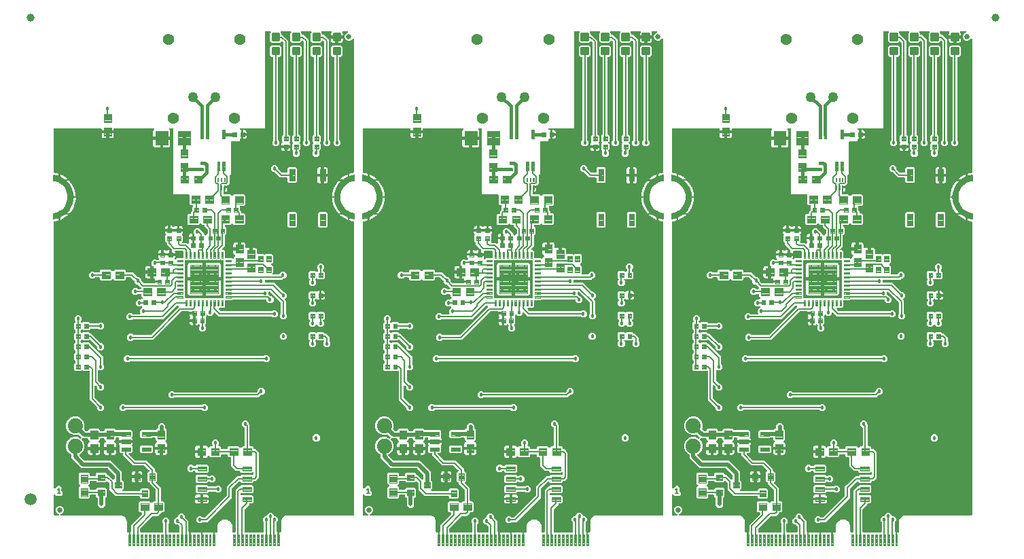
<source format=gtl>
G04 EAGLE Gerber RS-274X export*
G75*
%MOMM*%
%FSLAX34Y34*%
%LPD*%
%INTop Copper*%
%IPPOS*%
%AMOC8*
5,1,8,0,0,1.08239X$1,22.5*%
G01*
%ADD10C,0.203200*%
%ADD11C,0.100000*%
%ADD12C,0.635000*%
%ADD13C,1.879600*%
%ADD14C,0.101500*%
%ADD15C,0.609600*%
%ADD16C,0.104000*%
%ADD17C,0.102000*%
%ADD18C,0.105000*%
%ADD19C,0.099000*%
%ADD20C,0.300000*%
%ADD21C,0.102453*%
%ADD22C,0.108000*%
%ADD23C,0.099059*%
%ADD24C,1.425000*%
%ADD25C,1.275000*%
%ADD26C,0.102500*%
%ADD27C,0.096000*%
%ADD28C,1.000000*%
%ADD29C,1.500000*%
%ADD30C,0.457200*%
%ADD31C,0.508000*%
%ADD32C,0.152400*%
%ADD33C,0.127000*%
%ADD34C,0.406400*%

G36*
X97558Y11743D02*
X97558Y11743D01*
X97616Y11742D01*
X97698Y11763D01*
X97782Y11775D01*
X97835Y11799D01*
X97892Y11814D01*
X97964Y11857D01*
X98041Y11891D01*
X98086Y11929D01*
X98136Y11959D01*
X98194Y12020D01*
X98258Y12075D01*
X98290Y12123D01*
X98330Y12166D01*
X98369Y12241D01*
X98416Y12311D01*
X98433Y12367D01*
X98460Y12419D01*
X98471Y12487D01*
X98501Y12582D01*
X98504Y12682D01*
X98515Y12750D01*
X98515Y22548D01*
X98552Y22547D01*
X98634Y22569D01*
X98718Y22581D01*
X98771Y22604D01*
X98827Y22619D01*
X98900Y22662D01*
X98977Y22697D01*
X99022Y22735D01*
X99072Y22764D01*
X99130Y22826D01*
X99194Y22880D01*
X99226Y22929D01*
X99266Y22972D01*
X99305Y23047D01*
X99352Y23117D01*
X99369Y23173D01*
X99396Y23225D01*
X99407Y23293D01*
X99437Y23388D01*
X99440Y23488D01*
X99451Y23556D01*
X99451Y31474D01*
X112756Y44779D01*
X112809Y44849D01*
X112869Y44913D01*
X112894Y44963D01*
X112927Y45007D01*
X112958Y45088D01*
X112998Y45166D01*
X113006Y45214D01*
X113028Y45272D01*
X113041Y45420D01*
X113054Y45497D01*
X113054Y45909D01*
X113045Y45967D01*
X113047Y46026D01*
X113026Y46107D01*
X113014Y46191D01*
X112990Y46244D01*
X112975Y46301D01*
X112932Y46373D01*
X112898Y46450D01*
X112860Y46495D01*
X112830Y46545D01*
X112768Y46603D01*
X112714Y46667D01*
X112665Y46700D01*
X112623Y46740D01*
X112547Y46778D01*
X112477Y46825D01*
X112421Y46843D01*
X112369Y46869D01*
X112301Y46881D01*
X112206Y46911D01*
X112106Y46913D01*
X112038Y46925D01*
X110053Y46925D01*
X108570Y48408D01*
X108570Y59507D01*
X110053Y60990D01*
X122151Y60990D01*
X123884Y59257D01*
X123931Y59222D01*
X123971Y59180D01*
X124044Y59137D01*
X124112Y59086D01*
X124166Y59065D01*
X124217Y59036D01*
X124298Y59015D01*
X124377Y58985D01*
X124436Y58980D01*
X124492Y58966D01*
X124577Y58968D01*
X124661Y58961D01*
X124718Y58973D01*
X124776Y58975D01*
X124857Y59001D01*
X124939Y59017D01*
X124991Y59044D01*
X125047Y59062D01*
X125103Y59102D01*
X125192Y59148D01*
X125264Y59217D01*
X125320Y59257D01*
X127053Y60990D01*
X129038Y60990D01*
X129096Y60998D01*
X129155Y60997D01*
X129236Y61018D01*
X129320Y61030D01*
X129373Y61054D01*
X129430Y61069D01*
X129502Y61112D01*
X129579Y61146D01*
X129624Y61184D01*
X129674Y61214D01*
X129732Y61275D01*
X129796Y61330D01*
X129829Y61379D01*
X129869Y61421D01*
X129907Y61496D01*
X129954Y61567D01*
X129972Y61622D01*
X129998Y61674D01*
X130010Y61742D01*
X130040Y61838D01*
X130042Y61937D01*
X130054Y62005D01*
X130054Y74699D01*
X130046Y74754D01*
X130047Y74797D01*
X130040Y74823D01*
X130039Y74873D01*
X130022Y74926D01*
X130014Y74981D01*
X129978Y75061D01*
X129975Y75072D01*
X129974Y75075D01*
X129951Y75144D01*
X129923Y75183D01*
X129898Y75240D01*
X129802Y75354D01*
X129756Y75417D01*
X122600Y82573D01*
X122600Y83925D01*
X122592Y83983D01*
X122594Y84042D01*
X122572Y84123D01*
X122560Y84207D01*
X122537Y84260D01*
X122522Y84317D01*
X122479Y84389D01*
X122444Y84466D01*
X122406Y84511D01*
X122377Y84561D01*
X122315Y84619D01*
X122261Y84683D01*
X122212Y84716D01*
X122169Y84756D01*
X122094Y84794D01*
X122024Y84841D01*
X121968Y84858D01*
X121916Y84885D01*
X121848Y84896D01*
X121753Y84927D01*
X121653Y84929D01*
X121585Y84940D01*
X121112Y84940D01*
X119616Y86436D01*
X119616Y96511D01*
X121136Y98031D01*
X121243Y98046D01*
X121270Y98058D01*
X121298Y98064D01*
X121399Y98116D01*
X121502Y98162D01*
X121525Y98181D01*
X121551Y98195D01*
X121633Y98272D01*
X121719Y98346D01*
X121735Y98370D01*
X121757Y98390D01*
X121814Y98488D01*
X121877Y98582D01*
X121886Y98610D01*
X121900Y98636D01*
X121928Y98745D01*
X121963Y98853D01*
X121963Y98883D01*
X121971Y98911D01*
X121967Y99024D01*
X121970Y99138D01*
X121962Y99166D01*
X121962Y99195D01*
X121927Y99303D01*
X121898Y99413D01*
X121883Y99438D01*
X121874Y99466D01*
X121829Y99530D01*
X121753Y99657D01*
X121729Y99679D01*
X121727Y99682D01*
X121704Y99704D01*
X121679Y99739D01*
X116383Y105036D01*
X116313Y105088D01*
X116249Y105148D01*
X116199Y105173D01*
X116155Y105207D01*
X116074Y105238D01*
X115996Y105278D01*
X115948Y105286D01*
X115890Y105308D01*
X115742Y105320D01*
X115665Y105333D01*
X101861Y105333D01*
X89500Y117694D01*
X89500Y120002D01*
X89492Y120060D01*
X89494Y120118D01*
X89472Y120200D01*
X89460Y120284D01*
X89437Y120337D01*
X89422Y120393D01*
X89379Y120466D01*
X89344Y120543D01*
X89306Y120588D01*
X89277Y120638D01*
X89215Y120696D01*
X89161Y120760D01*
X89112Y120792D01*
X89069Y120832D01*
X88994Y120871D01*
X88924Y120918D01*
X88868Y120935D01*
X88816Y120962D01*
X88748Y120973D01*
X88653Y121003D01*
X88553Y121006D01*
X88485Y121017D01*
X85997Y121017D01*
X84516Y122498D01*
X84516Y129102D01*
X84887Y129473D01*
X84922Y129520D01*
X84965Y129560D01*
X85007Y129633D01*
X85058Y129700D01*
X85079Y129755D01*
X85108Y129805D01*
X85129Y129887D01*
X85159Y129966D01*
X85164Y130024D01*
X85179Y130081D01*
X85176Y130165D01*
X85183Y130249D01*
X85171Y130306D01*
X85169Y130365D01*
X85144Y130445D01*
X85127Y130528D01*
X85100Y130580D01*
X85082Y130635D01*
X85042Y130691D01*
X84996Y130780D01*
X84927Y130853D01*
X84887Y130909D01*
X84615Y131181D01*
X84215Y131873D01*
X84008Y132645D01*
X84008Y133926D01*
X92190Y133926D01*
X92248Y133934D01*
X92306Y133932D01*
X92388Y133954D01*
X92471Y133966D01*
X92525Y133989D01*
X92549Y133996D01*
X92577Y133981D01*
X92645Y133970D01*
X92740Y133940D01*
X92840Y133937D01*
X92908Y133926D01*
X101090Y133926D01*
X101090Y132645D01*
X100883Y131873D01*
X100483Y131181D01*
X100211Y130909D01*
X100176Y130862D01*
X100133Y130822D01*
X100091Y130749D01*
X100040Y130681D01*
X100019Y130627D01*
X99990Y130576D01*
X99969Y130495D01*
X99939Y130416D01*
X99934Y130357D01*
X99919Y130301D01*
X99922Y130217D01*
X99915Y130132D01*
X99927Y130075D01*
X99929Y130017D01*
X99954Y129936D01*
X99971Y129854D01*
X99998Y129802D01*
X100016Y129746D01*
X100056Y129690D01*
X100102Y129601D01*
X100171Y129529D01*
X100211Y129473D01*
X100582Y129102D01*
X100582Y122498D01*
X99101Y121017D01*
X97251Y121017D01*
X97222Y121013D01*
X97193Y121016D01*
X97082Y120993D01*
X96970Y120977D01*
X96943Y120965D01*
X96914Y120960D01*
X96814Y120908D01*
X96710Y120861D01*
X96688Y120842D01*
X96662Y120829D01*
X96580Y120751D01*
X96493Y120678D01*
X96477Y120653D01*
X96456Y120633D01*
X96398Y120535D01*
X96336Y120441D01*
X96327Y120413D01*
X96312Y120388D01*
X96284Y120278D01*
X96250Y120170D01*
X96249Y120140D01*
X96242Y120112D01*
X96245Y119999D01*
X96243Y119886D01*
X96250Y119857D01*
X96251Y119828D01*
X96286Y119720D01*
X96314Y119611D01*
X96329Y119585D01*
X96338Y119557D01*
X96384Y119494D01*
X96460Y119366D01*
X96505Y119323D01*
X96533Y119284D01*
X104089Y111728D01*
X104159Y111675D01*
X104223Y111615D01*
X104273Y111590D01*
X104317Y111557D01*
X104398Y111526D01*
X104476Y111486D01*
X104524Y111478D01*
X104582Y111456D01*
X104730Y111444D01*
X104807Y111431D01*
X118611Y111431D01*
X128698Y101344D01*
X128698Y99021D01*
X128705Y98967D01*
X128704Y98930D01*
X128705Y98928D01*
X128704Y98905D01*
X128726Y98823D01*
X128738Y98740D01*
X128762Y98686D01*
X128776Y98630D01*
X128819Y98557D01*
X128854Y98480D01*
X128892Y98436D01*
X128922Y98385D01*
X128983Y98328D01*
X129038Y98263D01*
X129086Y98231D01*
X129129Y98191D01*
X129204Y98152D01*
X129274Y98106D01*
X129330Y98088D01*
X129382Y98061D01*
X129450Y98050D01*
X129545Y98020D01*
X129645Y98017D01*
X129713Y98006D01*
X130186Y98006D01*
X131682Y96511D01*
X131682Y86436D01*
X130239Y84993D01*
X130204Y84947D01*
X130162Y84906D01*
X130119Y84833D01*
X130068Y84766D01*
X130047Y84711D01*
X130018Y84661D01*
X129997Y84579D01*
X129967Y84500D01*
X129962Y84442D01*
X129948Y84386D01*
X129951Y84301D01*
X129944Y84217D01*
X129955Y84160D01*
X129957Y84101D01*
X129983Y84021D01*
X129999Y83938D01*
X130026Y83886D01*
X130044Y83831D01*
X130084Y83775D01*
X130130Y83686D01*
X130199Y83614D01*
X130239Y83558D01*
X136151Y77646D01*
X136151Y62005D01*
X136159Y61948D01*
X136158Y61889D01*
X136179Y61807D01*
X136191Y61724D01*
X136215Y61671D01*
X136230Y61614D01*
X136273Y61542D01*
X136307Y61464D01*
X136345Y61420D01*
X136375Y61370D01*
X136436Y61312D01*
X136491Y61247D01*
X136539Y61215D01*
X136582Y61175D01*
X136657Y61137D01*
X136727Y61090D01*
X136783Y61072D01*
X136835Y61046D01*
X136903Y61034D01*
X136999Y61004D01*
X137098Y61002D01*
X137166Y60990D01*
X139152Y60990D01*
X140635Y59507D01*
X140635Y48408D01*
X139152Y46925D01*
X137166Y46925D01*
X137108Y46916D01*
X137050Y46918D01*
X136968Y46897D01*
X136885Y46885D01*
X136831Y46861D01*
X136775Y46846D01*
X136703Y46803D01*
X136625Y46769D01*
X136581Y46731D01*
X136531Y46701D01*
X136473Y46639D01*
X136408Y46585D01*
X136376Y46536D01*
X136336Y46494D01*
X136298Y46419D01*
X136251Y46348D01*
X136233Y46292D01*
X136207Y46240D01*
X136195Y46172D01*
X136165Y46077D01*
X136164Y46020D01*
X132360Y42216D01*
X126329Y42216D01*
X126242Y42204D01*
X126155Y42201D01*
X126102Y42184D01*
X126047Y42177D01*
X125967Y42141D01*
X125884Y42114D01*
X125845Y42086D01*
X125788Y42060D01*
X125675Y41965D01*
X125611Y41919D01*
X110846Y27155D01*
X110794Y27085D01*
X110734Y27021D01*
X110708Y26972D01*
X110675Y26927D01*
X110644Y26846D01*
X110604Y26768D01*
X110596Y26720D01*
X110574Y26662D01*
X110562Y26514D01*
X110549Y26437D01*
X110549Y23048D01*
X110557Y22990D01*
X110555Y22932D01*
X110577Y22850D01*
X110589Y22766D01*
X110612Y22713D01*
X110627Y22657D01*
X110670Y22584D01*
X110705Y22507D01*
X110743Y22462D01*
X110772Y22412D01*
X110834Y22354D01*
X110888Y22290D01*
X110937Y22258D01*
X110980Y22218D01*
X111055Y22179D01*
X111125Y22132D01*
X111181Y22115D01*
X111233Y22088D01*
X111301Y22077D01*
X111396Y22047D01*
X111496Y22044D01*
X111564Y22033D01*
X138436Y22033D01*
X138494Y22041D01*
X138552Y22039D01*
X138634Y22061D01*
X138718Y22073D01*
X138771Y22096D01*
X138827Y22111D01*
X138900Y22154D01*
X138977Y22189D01*
X139022Y22227D01*
X139072Y22256D01*
X139130Y22318D01*
X139194Y22372D01*
X139226Y22421D01*
X139266Y22464D01*
X139305Y22539D01*
X139352Y22609D01*
X139369Y22665D01*
X139396Y22717D01*
X139407Y22785D01*
X139437Y22880D01*
X139440Y22980D01*
X139451Y23048D01*
X139451Y32659D01*
X139439Y32745D01*
X139436Y32833D01*
X139419Y32885D01*
X139411Y32940D01*
X139376Y33020D01*
X139349Y33103D01*
X139321Y33143D01*
X139295Y33200D01*
X139199Y33313D01*
X139154Y33377D01*
X138353Y34177D01*
X138353Y37755D01*
X140883Y40285D01*
X144461Y40285D01*
X146991Y37755D01*
X146991Y34177D01*
X145846Y33033D01*
X145794Y32963D01*
X145734Y32899D01*
X145708Y32850D01*
X145675Y32806D01*
X145644Y32724D01*
X145604Y32646D01*
X145596Y32599D01*
X145574Y32540D01*
X145562Y32393D01*
X145549Y32315D01*
X145549Y23048D01*
X145557Y22990D01*
X145555Y22932D01*
X145577Y22850D01*
X145589Y22766D01*
X145612Y22713D01*
X145627Y22657D01*
X145670Y22584D01*
X145705Y22507D01*
X145743Y22462D01*
X145772Y22412D01*
X145834Y22354D01*
X145888Y22290D01*
X145937Y22258D01*
X145980Y22218D01*
X146055Y22179D01*
X146125Y22132D01*
X146181Y22115D01*
X146233Y22088D01*
X146301Y22077D01*
X146396Y22047D01*
X146496Y22044D01*
X146564Y22033D01*
X158436Y22033D01*
X158494Y22041D01*
X158552Y22039D01*
X158634Y22061D01*
X158718Y22073D01*
X158771Y22096D01*
X158827Y22111D01*
X158900Y22154D01*
X158977Y22189D01*
X159022Y22227D01*
X159072Y22256D01*
X159130Y22318D01*
X159194Y22372D01*
X159226Y22421D01*
X159266Y22464D01*
X159305Y22539D01*
X159352Y22609D01*
X159369Y22665D01*
X159396Y22717D01*
X159407Y22785D01*
X159437Y22880D01*
X159440Y22980D01*
X159451Y23048D01*
X159451Y29161D01*
X159439Y29248D01*
X159436Y29335D01*
X159419Y29388D01*
X159411Y29443D01*
X159376Y29523D01*
X159349Y29606D01*
X159321Y29645D01*
X159295Y29702D01*
X159199Y29816D01*
X159154Y29879D01*
X157327Y31706D01*
X157258Y31758D01*
X157194Y31818D01*
X157144Y31844D01*
X157100Y31877D01*
X157018Y31908D01*
X156941Y31948D01*
X156893Y31956D01*
X156834Y31978D01*
X156687Y31990D01*
X156609Y32003D01*
X155234Y32003D01*
X152704Y34533D01*
X152704Y38111D01*
X155234Y40641D01*
X156362Y40641D01*
X156420Y40649D01*
X156479Y40647D01*
X156560Y40669D01*
X156644Y40681D01*
X156697Y40704D01*
X156754Y40719D01*
X156826Y40762D01*
X156903Y40797D01*
X156948Y40835D01*
X156998Y40864D01*
X157056Y40926D01*
X157120Y40980D01*
X157153Y41029D01*
X157193Y41072D01*
X157231Y41147D01*
X157278Y41217D01*
X157296Y41273D01*
X157322Y41325D01*
X157334Y41393D01*
X157364Y41488D01*
X157366Y41588D01*
X157378Y41656D01*
X157378Y42937D01*
X159907Y45467D01*
X163485Y45467D01*
X166015Y42937D01*
X166015Y41561D01*
X166027Y41475D01*
X166030Y41387D01*
X166047Y41335D01*
X166055Y41280D01*
X166091Y41200D01*
X166118Y41117D01*
X166146Y41078D01*
X166171Y41020D01*
X166267Y40907D01*
X166313Y40843D01*
X170549Y36607D01*
X170549Y23556D01*
X170557Y23498D01*
X170555Y23440D01*
X170577Y23358D01*
X170589Y23274D01*
X170612Y23221D01*
X170627Y23165D01*
X170670Y23092D01*
X170705Y23015D01*
X170743Y22970D01*
X170772Y22920D01*
X170834Y22862D01*
X170888Y22798D01*
X170937Y22766D01*
X170980Y22726D01*
X171055Y22687D01*
X171125Y22640D01*
X171181Y22623D01*
X171233Y22596D01*
X171301Y22585D01*
X171396Y22555D01*
X171485Y22552D01*
X171485Y12750D01*
X171493Y12692D01*
X171491Y12634D01*
X171513Y12552D01*
X171524Y12469D01*
X171548Y12415D01*
X171563Y12359D01*
X171606Y12286D01*
X171641Y12209D01*
X171678Y12165D01*
X171708Y12115D01*
X171770Y12057D01*
X171824Y11992D01*
X171873Y11960D01*
X171916Y11920D01*
X171991Y11882D01*
X172061Y11835D01*
X172117Y11817D01*
X172169Y11791D01*
X172237Y11779D01*
X172332Y11749D01*
X172432Y11746D01*
X172500Y11735D01*
X172558Y11743D01*
X172616Y11742D01*
X172698Y11763D01*
X172782Y11775D01*
X172835Y11799D01*
X172892Y11814D01*
X172964Y11857D01*
X173041Y11891D01*
X173086Y11929D01*
X173136Y11959D01*
X173194Y12020D01*
X173258Y12075D01*
X173290Y12123D01*
X173330Y12166D01*
X173369Y12241D01*
X173416Y12311D01*
X173433Y12367D01*
X173460Y12419D01*
X173471Y12487D01*
X173501Y12582D01*
X173504Y12682D01*
X173515Y12750D01*
X173515Y22541D01*
X174144Y22541D01*
X174919Y22333D01*
X175204Y22169D01*
X175294Y22132D01*
X175380Y22088D01*
X175420Y22082D01*
X175467Y22062D01*
X175638Y22045D01*
X175711Y22033D01*
X184289Y22033D01*
X184385Y22046D01*
X184482Y22051D01*
X184520Y22065D01*
X184570Y22073D01*
X184727Y22143D01*
X184796Y22169D01*
X185081Y22333D01*
X185856Y22541D01*
X186485Y22541D01*
X186485Y12750D01*
X186493Y12692D01*
X186491Y12634D01*
X186513Y12552D01*
X186524Y12469D01*
X186548Y12415D01*
X186563Y12359D01*
X186606Y12286D01*
X186641Y12209D01*
X186678Y12165D01*
X186708Y12115D01*
X186770Y12057D01*
X186824Y11992D01*
X186873Y11960D01*
X186916Y11920D01*
X186991Y11882D01*
X187061Y11835D01*
X187117Y11817D01*
X187169Y11791D01*
X187237Y11779D01*
X187332Y11749D01*
X187432Y11746D01*
X187500Y11735D01*
X187558Y11743D01*
X187616Y11742D01*
X187698Y11763D01*
X187782Y11775D01*
X187835Y11799D01*
X187892Y11814D01*
X187964Y11857D01*
X188041Y11891D01*
X188086Y11929D01*
X188136Y11959D01*
X188194Y12020D01*
X188258Y12075D01*
X188290Y12123D01*
X188330Y12166D01*
X188369Y12241D01*
X188416Y12311D01*
X188433Y12367D01*
X188460Y12419D01*
X188471Y12487D01*
X188501Y12582D01*
X188504Y12682D01*
X188515Y12750D01*
X188515Y22541D01*
X189144Y22541D01*
X189919Y22333D01*
X190204Y22169D01*
X190294Y22132D01*
X190380Y22088D01*
X190420Y22082D01*
X190467Y22062D01*
X190638Y22045D01*
X190711Y22033D01*
X199289Y22033D01*
X199385Y22046D01*
X199482Y22051D01*
X199520Y22065D01*
X199570Y22073D01*
X199727Y22143D01*
X199796Y22169D01*
X200081Y22333D01*
X200856Y22541D01*
X201485Y22541D01*
X201485Y12750D01*
X201493Y12692D01*
X201491Y12634D01*
X201513Y12552D01*
X201524Y12469D01*
X201548Y12415D01*
X201563Y12359D01*
X201606Y12286D01*
X201641Y12209D01*
X201678Y12165D01*
X201708Y12115D01*
X201770Y12057D01*
X201824Y11992D01*
X201873Y11960D01*
X201916Y11920D01*
X201991Y11882D01*
X202061Y11835D01*
X202117Y11817D01*
X202169Y11791D01*
X202237Y11779D01*
X202332Y11749D01*
X202432Y11746D01*
X202500Y11735D01*
X202558Y11743D01*
X202616Y11742D01*
X202698Y11763D01*
X202782Y11775D01*
X202835Y11799D01*
X202892Y11814D01*
X202964Y11857D01*
X203041Y11891D01*
X203086Y11929D01*
X203136Y11959D01*
X203194Y12020D01*
X203258Y12075D01*
X203290Y12123D01*
X203330Y12166D01*
X203369Y12241D01*
X203416Y12311D01*
X203433Y12367D01*
X203460Y12419D01*
X203471Y12487D01*
X203501Y12582D01*
X203504Y12682D01*
X203515Y12750D01*
X203515Y22541D01*
X204144Y22541D01*
X204919Y22333D01*
X205678Y21895D01*
X205715Y21880D01*
X205747Y21858D01*
X205846Y21827D01*
X205942Y21788D01*
X205981Y21784D01*
X206018Y21773D01*
X206122Y21770D01*
X206225Y21759D01*
X206263Y21766D01*
X206302Y21765D01*
X206403Y21791D01*
X206505Y21810D01*
X206540Y21827D01*
X206577Y21837D01*
X206666Y21890D01*
X206759Y21936D01*
X206788Y21962D01*
X206822Y21982D01*
X206893Y22058D01*
X206969Y22128D01*
X206990Y22161D01*
X207016Y22190D01*
X207064Y22282D01*
X207118Y22370D01*
X207128Y22408D01*
X207146Y22443D01*
X207159Y22519D01*
X207193Y22644D01*
X207192Y22719D01*
X207201Y22774D01*
X207201Y28996D01*
X207201Y28997D01*
X207199Y31423D01*
X209623Y35627D01*
X213824Y38054D01*
X218676Y38054D01*
X222877Y35627D01*
X225301Y31423D01*
X225299Y28998D01*
X225299Y28997D01*
X225299Y23048D01*
X225307Y22990D01*
X225305Y22932D01*
X225327Y22850D01*
X225339Y22766D01*
X225362Y22713D01*
X225377Y22657D01*
X225420Y22584D01*
X225455Y22507D01*
X225493Y22462D01*
X225522Y22412D01*
X225584Y22354D01*
X225638Y22290D01*
X225687Y22258D01*
X225730Y22218D01*
X225805Y22179D01*
X225875Y22132D01*
X225931Y22115D01*
X225983Y22088D01*
X226051Y22077D01*
X226146Y22047D01*
X226246Y22044D01*
X226314Y22033D01*
X228436Y22033D01*
X228494Y22041D01*
X228552Y22039D01*
X228634Y22061D01*
X228718Y22073D01*
X228771Y22096D01*
X228827Y22111D01*
X228900Y22154D01*
X228977Y22189D01*
X229022Y22227D01*
X229072Y22256D01*
X229130Y22318D01*
X229194Y22372D01*
X229226Y22421D01*
X229266Y22464D01*
X229305Y22539D01*
X229352Y22609D01*
X229369Y22665D01*
X229396Y22717D01*
X229407Y22785D01*
X229437Y22880D01*
X229440Y22980D01*
X229451Y23048D01*
X229451Y74581D01*
X234269Y79399D01*
X234452Y79399D01*
X234539Y79411D01*
X234626Y79414D01*
X234679Y79431D01*
X234734Y79439D01*
X234814Y79474D01*
X234897Y79501D01*
X234936Y79529D01*
X234993Y79555D01*
X235106Y79651D01*
X235170Y79696D01*
X236857Y81383D01*
X249943Y81383D01*
X251433Y79893D01*
X251433Y72807D01*
X249943Y71317D01*
X236564Y71317D01*
X236506Y71309D01*
X236448Y71311D01*
X236366Y71289D01*
X236282Y71277D01*
X236229Y71254D01*
X236173Y71239D01*
X236100Y71196D01*
X236023Y71161D01*
X235978Y71123D01*
X235928Y71094D01*
X235870Y71032D01*
X235806Y70978D01*
X235774Y70929D01*
X235734Y70886D01*
X235695Y70811D01*
X235648Y70741D01*
X235631Y70685D01*
X235604Y70633D01*
X235593Y70565D01*
X235563Y70470D01*
X235560Y70370D01*
X235549Y70302D01*
X235549Y69698D01*
X235557Y69640D01*
X235555Y69582D01*
X235577Y69500D01*
X235589Y69416D01*
X235612Y69363D01*
X235627Y69307D01*
X235670Y69234D01*
X235705Y69157D01*
X235743Y69112D01*
X235772Y69062D01*
X235834Y69004D01*
X235888Y68940D01*
X235937Y68908D01*
X235980Y68868D01*
X236055Y68829D01*
X236125Y68782D01*
X236181Y68765D01*
X236233Y68738D01*
X236301Y68727D01*
X236396Y68697D01*
X236496Y68694D01*
X236564Y68683D01*
X249943Y68683D01*
X251433Y67193D01*
X251433Y60107D01*
X249943Y58617D01*
X247464Y58617D01*
X247406Y58609D01*
X247348Y58611D01*
X247266Y58589D01*
X247182Y58577D01*
X247129Y58554D01*
X247073Y58539D01*
X247000Y58496D01*
X246923Y58461D01*
X246878Y58423D01*
X246828Y58394D01*
X246770Y58332D01*
X246706Y58278D01*
X246674Y58229D01*
X246634Y58186D01*
X246595Y58111D01*
X246548Y58041D01*
X246531Y57985D01*
X246504Y57933D01*
X246493Y57865D01*
X246463Y57770D01*
X246460Y57670D01*
X246449Y57602D01*
X246449Y56694D01*
X240846Y51091D01*
X240794Y51021D01*
X240734Y50957D01*
X240708Y50908D01*
X240675Y50864D01*
X240644Y50782D01*
X240604Y50704D01*
X240596Y50657D01*
X240574Y50598D01*
X240565Y50489D01*
X240563Y50482D01*
X240562Y50454D01*
X240562Y50451D01*
X240549Y50373D01*
X240549Y23048D01*
X240557Y22990D01*
X240555Y22932D01*
X240577Y22850D01*
X240589Y22766D01*
X240612Y22713D01*
X240627Y22657D01*
X240670Y22584D01*
X240705Y22507D01*
X240743Y22462D01*
X240772Y22412D01*
X240834Y22354D01*
X240888Y22290D01*
X240937Y22258D01*
X240980Y22218D01*
X241055Y22179D01*
X241125Y22132D01*
X241181Y22115D01*
X241233Y22088D01*
X241301Y22077D01*
X241396Y22047D01*
X241496Y22044D01*
X241564Y22033D01*
X263436Y22033D01*
X263494Y22041D01*
X263552Y22039D01*
X263634Y22061D01*
X263718Y22073D01*
X263771Y22096D01*
X263827Y22111D01*
X263900Y22154D01*
X263977Y22189D01*
X264022Y22227D01*
X264072Y22256D01*
X264130Y22318D01*
X264194Y22372D01*
X264226Y22421D01*
X264266Y22464D01*
X264305Y22539D01*
X264352Y22609D01*
X264369Y22665D01*
X264396Y22717D01*
X264407Y22785D01*
X264437Y22880D01*
X264440Y22980D01*
X264451Y23048D01*
X264451Y34583D01*
X264439Y34669D01*
X264436Y34757D01*
X264419Y34809D01*
X264411Y34864D01*
X264376Y34944D01*
X264349Y35027D01*
X264321Y35066D01*
X264295Y35123D01*
X264199Y35237D01*
X264154Y35300D01*
X263143Y36311D01*
X263143Y39889D01*
X265673Y42419D01*
X267284Y42419D01*
X267342Y42427D01*
X267401Y42425D01*
X267482Y42447D01*
X267566Y42459D01*
X267619Y42482D01*
X267676Y42497D01*
X267748Y42540D01*
X267825Y42575D01*
X267870Y42613D01*
X267920Y42642D01*
X267978Y42704D01*
X268042Y42758D01*
X268075Y42807D01*
X268115Y42850D01*
X268153Y42925D01*
X268200Y42995D01*
X268217Y43051D01*
X268244Y43103D01*
X268255Y43171D01*
X268285Y43266D01*
X268288Y43366D01*
X268299Y43434D01*
X268299Y43953D01*
X270829Y46483D01*
X274407Y46483D01*
X276937Y43953D01*
X276937Y43561D01*
X276945Y43503D01*
X276944Y43445D01*
X276965Y43363D01*
X276977Y43279D01*
X277001Y43226D01*
X277015Y43170D01*
X277058Y43097D01*
X277093Y43020D01*
X277131Y42975D01*
X277161Y42925D01*
X277222Y42867D01*
X277277Y42803D01*
X277325Y42771D01*
X277368Y42731D01*
X277443Y42692D01*
X277513Y42645D01*
X277569Y42628D01*
X277621Y42601D01*
X277689Y42590D01*
X277784Y42560D01*
X277884Y42557D01*
X277952Y42546D01*
X279614Y42546D01*
X282144Y40016D01*
X282144Y36438D01*
X280846Y35140D01*
X280794Y35071D01*
X280734Y35007D01*
X280708Y34957D01*
X280675Y34913D01*
X280644Y34831D01*
X280604Y34753D01*
X280596Y34706D01*
X280574Y34647D01*
X280562Y34500D01*
X280549Y34422D01*
X280549Y23556D01*
X280557Y23498D01*
X280555Y23440D01*
X280577Y23358D01*
X280589Y23274D01*
X280612Y23221D01*
X280627Y23165D01*
X280670Y23092D01*
X280705Y23015D01*
X280743Y22970D01*
X280772Y22920D01*
X280834Y22862D01*
X280888Y22798D01*
X280937Y22766D01*
X280980Y22726D01*
X281055Y22687D01*
X281125Y22640D01*
X281181Y22623D01*
X281233Y22596D01*
X281301Y22585D01*
X281396Y22555D01*
X281485Y22552D01*
X281485Y12750D01*
X281493Y12692D01*
X281491Y12634D01*
X281513Y12552D01*
X281524Y12469D01*
X281548Y12415D01*
X281563Y12359D01*
X281606Y12286D01*
X281641Y12209D01*
X281678Y12165D01*
X281708Y12115D01*
X281770Y12057D01*
X281824Y11992D01*
X281873Y11960D01*
X281916Y11920D01*
X281991Y11882D01*
X282061Y11835D01*
X282117Y11817D01*
X282169Y11791D01*
X282237Y11779D01*
X282332Y11749D01*
X282432Y11746D01*
X282500Y11735D01*
X282558Y11743D01*
X282616Y11742D01*
X282698Y11763D01*
X282782Y11775D01*
X282835Y11799D01*
X282892Y11814D01*
X282964Y11857D01*
X283041Y11891D01*
X283086Y11929D01*
X283136Y11959D01*
X283194Y12020D01*
X283258Y12075D01*
X283290Y12123D01*
X283330Y12166D01*
X283369Y12241D01*
X283416Y12311D01*
X283433Y12367D01*
X283460Y12419D01*
X283471Y12487D01*
X283501Y12582D01*
X283504Y12682D01*
X283515Y12750D01*
X283515Y22541D01*
X284144Y22541D01*
X284923Y22332D01*
X284972Y22326D01*
X285018Y22311D01*
X285112Y22309D01*
X285205Y22297D01*
X285254Y22305D01*
X285302Y22304D01*
X285393Y22328D01*
X285486Y22343D01*
X285530Y22363D01*
X285577Y22376D01*
X285658Y22424D01*
X285743Y22464D01*
X285780Y22496D01*
X285822Y22521D01*
X285886Y22590D01*
X285957Y22652D01*
X285983Y22693D01*
X286016Y22728D01*
X286059Y22812D01*
X286110Y22891D01*
X286124Y22938D01*
X286146Y22981D01*
X286158Y23055D01*
X286190Y23164D01*
X286191Y23251D01*
X286201Y23313D01*
X286201Y34948D01*
X286199Y34962D01*
X286201Y34974D01*
X286148Y37045D01*
X288176Y40776D01*
X291799Y42993D01*
X292300Y43006D01*
X292373Y43018D01*
X292448Y43021D01*
X292513Y43042D01*
X292554Y43049D01*
X293948Y43049D01*
X293963Y43051D01*
X293974Y43049D01*
X295376Y43085D01*
X295423Y43069D01*
X295547Y43061D01*
X295623Y43049D01*
X375936Y43049D01*
X375994Y43057D01*
X376052Y43055D01*
X376134Y43077D01*
X376218Y43089D01*
X376271Y43112D01*
X376327Y43127D01*
X376400Y43170D01*
X376477Y43205D01*
X376522Y43243D01*
X376572Y43272D01*
X376630Y43334D01*
X376694Y43388D01*
X376726Y43437D01*
X376766Y43480D01*
X376805Y43555D01*
X376852Y43625D01*
X376869Y43681D01*
X376896Y43733D01*
X376907Y43801D01*
X376937Y43896D01*
X376940Y43996D01*
X376951Y44064D01*
X376951Y408838D01*
X376951Y408843D01*
X376951Y408848D01*
X376930Y408985D01*
X376911Y409120D01*
X376910Y409124D01*
X376909Y409129D01*
X376851Y409254D01*
X376795Y409379D01*
X376792Y409383D01*
X376790Y409387D01*
X376700Y409492D01*
X376612Y409596D01*
X376608Y409599D01*
X376604Y409602D01*
X376489Y409678D01*
X376375Y409754D01*
X376370Y409755D01*
X376366Y409758D01*
X376331Y409768D01*
X376104Y409839D01*
X376070Y409840D01*
X376043Y409848D01*
X375617Y409893D01*
X372489Y410557D01*
X371015Y411035D01*
X371015Y413791D01*
X373423Y412984D01*
X373433Y412983D01*
X373458Y412975D01*
X377456Y412255D01*
X377495Y412259D01*
X377533Y412253D01*
X377563Y412266D01*
X377595Y412270D01*
X377625Y412294D01*
X377661Y412310D01*
X377679Y412337D01*
X377704Y412357D01*
X377717Y412394D01*
X377738Y412427D01*
X377747Y412482D01*
X377749Y412489D01*
X377748Y412493D01*
X377749Y412500D01*
X377749Y420000D01*
X377747Y420009D01*
X377747Y420011D01*
X377744Y420017D01*
X377730Y420065D01*
X377711Y420132D01*
X377710Y420133D01*
X377710Y420134D01*
X377658Y420180D01*
X377607Y420225D01*
X377606Y420226D01*
X377605Y420226D01*
X377602Y420227D01*
X377536Y420247D01*
X374638Y420670D01*
X371860Y421536D01*
X369252Y422826D01*
X366878Y424508D01*
X364796Y426540D01*
X363058Y428873D01*
X361706Y431450D01*
X360774Y434206D01*
X360284Y437074D01*
X360249Y440000D01*
X360284Y442926D01*
X360774Y445794D01*
X361706Y448550D01*
X363058Y451127D01*
X364796Y453460D01*
X366878Y455492D01*
X369252Y457174D01*
X371860Y458464D01*
X374638Y459330D01*
X377536Y459753D01*
X377597Y459781D01*
X377661Y459810D01*
X377662Y459811D01*
X377663Y459812D01*
X377700Y459869D01*
X377738Y459927D01*
X377738Y459928D01*
X377739Y459929D01*
X377739Y459932D01*
X377749Y460000D01*
X377749Y467500D01*
X377739Y467537D01*
X377738Y467575D01*
X377719Y467602D01*
X377710Y467634D01*
X377681Y467659D01*
X377660Y467691D01*
X377630Y467704D01*
X377605Y467726D01*
X377567Y467732D01*
X377532Y467747D01*
X377474Y467746D01*
X377467Y467747D01*
X377464Y467746D01*
X377458Y467746D01*
X373447Y467052D01*
X373438Y467048D01*
X373411Y467044D01*
X371015Y466254D01*
X371015Y469007D01*
X372492Y469476D01*
X375633Y470121D01*
X376035Y470161D01*
X376043Y470163D01*
X376052Y470162D01*
X376181Y470196D01*
X376311Y470228D01*
X376319Y470232D01*
X376327Y470234D01*
X376441Y470302D01*
X376558Y470369D01*
X376564Y470375D01*
X376572Y470380D01*
X376663Y470477D01*
X376756Y470573D01*
X376760Y470580D01*
X376766Y470587D01*
X376827Y470705D01*
X376890Y470823D01*
X376892Y470832D01*
X376896Y470840D01*
X376905Y470893D01*
X376949Y471102D01*
X376946Y471140D01*
X376951Y471171D01*
X376951Y636862D01*
X376939Y636947D01*
X376937Y637033D01*
X376919Y637088D01*
X376911Y637144D01*
X376876Y637222D01*
X376850Y637304D01*
X376818Y637351D01*
X376795Y637403D01*
X376740Y637469D01*
X376692Y637540D01*
X376648Y637577D01*
X376612Y637620D01*
X376540Y637668D01*
X376474Y637723D01*
X376422Y637746D01*
X376375Y637778D01*
X376293Y637804D01*
X376214Y637839D01*
X376158Y637846D01*
X376104Y637864D01*
X376018Y637866D01*
X375933Y637878D01*
X375876Y637869D01*
X375820Y637871D01*
X375737Y637849D01*
X375651Y637837D01*
X375599Y637813D01*
X375545Y637799D01*
X375471Y637755D01*
X375392Y637720D01*
X375349Y637683D01*
X375300Y637654D01*
X375241Y637591D01*
X375176Y637535D01*
X375150Y637493D01*
X375106Y637446D01*
X375040Y637317D01*
X374998Y637251D01*
X374915Y637050D01*
X373450Y635585D01*
X371536Y634792D01*
X369464Y634792D01*
X367550Y635585D01*
X366085Y637050D01*
X365292Y638964D01*
X365292Y641036D01*
X366085Y642950D01*
X367550Y644415D01*
X368958Y644998D01*
X369032Y645042D01*
X369110Y645077D01*
X369154Y645114D01*
X369203Y645143D01*
X369262Y645205D01*
X369327Y645261D01*
X369359Y645308D01*
X369398Y645349D01*
X369437Y645426D01*
X369485Y645497D01*
X369502Y645551D01*
X369528Y645602D01*
X369545Y645686D01*
X369571Y645768D01*
X369572Y645825D01*
X369583Y645881D01*
X369576Y645966D01*
X369578Y646052D01*
X369564Y646107D01*
X369559Y646164D01*
X369528Y646244D01*
X369506Y646327D01*
X369477Y646376D01*
X369457Y646429D01*
X369405Y646498D01*
X369361Y646572D01*
X369319Y646611D01*
X369285Y646656D01*
X369216Y646708D01*
X369154Y646766D01*
X369103Y646792D01*
X369057Y646826D01*
X368977Y646857D01*
X368900Y646896D01*
X368852Y646904D01*
X368791Y646927D01*
X368647Y646938D01*
X368569Y646951D01*
X363263Y646951D01*
X363224Y646946D01*
X363185Y646948D01*
X363084Y646926D01*
X362982Y646911D01*
X362946Y646896D01*
X362908Y646887D01*
X362817Y646837D01*
X362722Y646795D01*
X362692Y646770D01*
X362658Y646751D01*
X362584Y646678D01*
X362505Y646612D01*
X362483Y646579D01*
X362456Y646552D01*
X362405Y646461D01*
X362348Y646375D01*
X362336Y646338D01*
X362317Y646304D01*
X362293Y646203D01*
X362262Y646104D01*
X362261Y646065D01*
X362252Y646027D01*
X362257Y645923D01*
X362254Y645820D01*
X362264Y645782D01*
X362266Y645743D01*
X362294Y645670D01*
X362326Y645545D01*
X362364Y645481D01*
X362384Y645428D01*
X362866Y644594D01*
X363141Y643566D01*
X363141Y641565D01*
X356617Y641565D01*
X356559Y641557D01*
X356500Y641558D01*
X356419Y641537D01*
X356335Y641525D01*
X356282Y641501D01*
X356225Y641487D01*
X356153Y641444D01*
X356076Y641409D01*
X356031Y641371D01*
X355981Y641341D01*
X355923Y641280D01*
X355859Y641225D01*
X355826Y641177D01*
X355786Y641134D01*
X355748Y641059D01*
X355701Y640989D01*
X355683Y640933D01*
X355657Y640881D01*
X355645Y640813D01*
X355615Y640718D01*
X355613Y640618D01*
X355601Y640550D01*
X355601Y639533D01*
X355600Y639533D01*
X355600Y640550D01*
X355591Y640608D01*
X355593Y640666D01*
X355572Y640748D01*
X355560Y640831D01*
X355536Y640885D01*
X355521Y640941D01*
X355478Y641014D01*
X355443Y641091D01*
X355406Y641135D01*
X355376Y641186D01*
X355314Y641243D01*
X355260Y641308D01*
X355211Y641340D01*
X355168Y641380D01*
X355093Y641419D01*
X355023Y641465D01*
X354967Y641483D01*
X354915Y641510D01*
X354847Y641521D01*
X354752Y641551D01*
X354652Y641554D01*
X354584Y641565D01*
X348060Y641565D01*
X348060Y643566D01*
X348335Y644594D01*
X348817Y645428D01*
X348832Y645465D01*
X348853Y645497D01*
X348885Y645596D01*
X348923Y645692D01*
X348927Y645731D01*
X348939Y645768D01*
X348942Y645872D01*
X348952Y645975D01*
X348945Y646013D01*
X348946Y646052D01*
X348920Y646153D01*
X348902Y646255D01*
X348884Y646290D01*
X348875Y646327D01*
X348822Y646416D01*
X348776Y646509D01*
X348749Y646538D01*
X348729Y646572D01*
X348654Y646643D01*
X348584Y646719D01*
X348550Y646740D01*
X348522Y646766D01*
X348430Y646814D01*
X348341Y646868D01*
X348304Y646878D01*
X348269Y646896D01*
X348192Y646909D01*
X348067Y646943D01*
X347993Y646942D01*
X347938Y646951D01*
X337230Y646951D01*
X337201Y646947D01*
X337172Y646950D01*
X337061Y646927D01*
X336949Y646911D01*
X336922Y646899D01*
X336893Y646894D01*
X336792Y646841D01*
X336689Y646795D01*
X336667Y646776D01*
X336641Y646763D01*
X336559Y646685D01*
X336472Y646612D01*
X336456Y646587D01*
X336435Y646567D01*
X336378Y646469D01*
X336315Y646375D01*
X336306Y646347D01*
X336291Y646322D01*
X336263Y646212D01*
X336229Y646104D01*
X336228Y646074D01*
X336221Y646046D01*
X336225Y645933D01*
X336222Y645820D01*
X336229Y645791D01*
X336230Y645762D01*
X336265Y645654D01*
X336293Y645545D01*
X336308Y645519D01*
X336317Y645491D01*
X336363Y645427D01*
X336439Y645300D01*
X336484Y645257D01*
X336512Y645218D01*
X337233Y644497D01*
X337233Y643598D01*
X337241Y643540D01*
X337240Y643482D01*
X337261Y643400D01*
X337273Y643316D01*
X337297Y643263D01*
X337312Y643207D01*
X337355Y643134D01*
X337389Y643057D01*
X337427Y643012D01*
X337457Y642962D01*
X337518Y642904D01*
X337573Y642840D01*
X337622Y642808D01*
X337664Y642768D01*
X337739Y642729D01*
X337810Y642682D01*
X337865Y642665D01*
X337917Y642638D01*
X337985Y642627D01*
X338081Y642597D01*
X338180Y642594D01*
X338248Y642583D01*
X339629Y642583D01*
X345949Y636263D01*
X345949Y511479D01*
X345961Y511393D01*
X345964Y511305D01*
X345981Y511253D01*
X345989Y511198D01*
X346024Y511118D01*
X346051Y511035D01*
X346079Y510996D01*
X346105Y510939D01*
X346201Y510825D01*
X346246Y510762D01*
X347219Y509789D01*
X347219Y506211D01*
X344689Y503681D01*
X341111Y503681D01*
X338581Y506211D01*
X338581Y509789D01*
X339554Y510762D01*
X339606Y510831D01*
X339666Y510895D01*
X339692Y510945D01*
X339725Y510989D01*
X339756Y511070D01*
X339796Y511148D01*
X339804Y511196D01*
X339826Y511254D01*
X339838Y511402D01*
X339851Y511479D01*
X339851Y633317D01*
X339839Y633403D01*
X339836Y633491D01*
X339819Y633543D01*
X339811Y633598D01*
X339776Y633678D01*
X339749Y633761D01*
X339721Y633800D01*
X339695Y633858D01*
X339599Y633971D01*
X339554Y634035D01*
X338843Y634745D01*
X338797Y634780D01*
X338756Y634823D01*
X338684Y634865D01*
X338616Y634916D01*
X338561Y634937D01*
X338511Y634966D01*
X338429Y634987D01*
X338351Y635017D01*
X338292Y635022D01*
X338236Y635036D01*
X338151Y635034D01*
X338067Y635041D01*
X338010Y635029D01*
X337951Y635027D01*
X337871Y635002D01*
X337788Y634985D01*
X337737Y634958D01*
X337681Y634940D01*
X337625Y634900D01*
X337536Y634854D01*
X337464Y634785D01*
X337408Y634745D01*
X335164Y632501D01*
X325237Y632501D01*
X323168Y634571D01*
X323168Y644497D01*
X323888Y645218D01*
X323906Y645242D01*
X323929Y645261D01*
X323991Y645355D01*
X324059Y645445D01*
X324070Y645473D01*
X324086Y645497D01*
X324120Y645605D01*
X324161Y645711D01*
X324163Y645740D01*
X324172Y645768D01*
X324175Y645882D01*
X324184Y645994D01*
X324178Y646023D01*
X324179Y646052D01*
X324151Y646162D01*
X324128Y646273D01*
X324115Y646299D01*
X324107Y646327D01*
X324050Y646425D01*
X323997Y646525D01*
X323977Y646547D01*
X323962Y646572D01*
X323879Y646649D01*
X323802Y646731D01*
X323776Y646746D01*
X323755Y646766D01*
X323654Y646818D01*
X323556Y646875D01*
X323528Y646882D01*
X323502Y646896D01*
X323424Y646909D01*
X323281Y646945D01*
X323218Y646943D01*
X323171Y646951D01*
X311830Y646951D01*
X311801Y646947D01*
X311772Y646950D01*
X311661Y646927D01*
X311549Y646911D01*
X311522Y646899D01*
X311493Y646894D01*
X311392Y646841D01*
X311289Y646795D01*
X311267Y646776D01*
X311241Y646763D01*
X311159Y646685D01*
X311072Y646612D01*
X311056Y646587D01*
X311035Y646567D01*
X310978Y646469D01*
X310915Y646375D01*
X310906Y646347D01*
X310891Y646322D01*
X310863Y646212D01*
X310829Y646104D01*
X310828Y646074D01*
X310821Y646046D01*
X310825Y645933D01*
X310822Y645820D01*
X310829Y645791D01*
X310830Y645762D01*
X310865Y645654D01*
X310893Y645545D01*
X310908Y645519D01*
X310917Y645491D01*
X310963Y645427D01*
X311039Y645300D01*
X311084Y645257D01*
X311112Y645218D01*
X311833Y644497D01*
X311833Y643598D01*
X311841Y643540D01*
X311840Y643482D01*
X311861Y643400D01*
X311873Y643316D01*
X311897Y643263D01*
X311912Y643207D01*
X311955Y643134D01*
X311989Y643057D01*
X312027Y643012D01*
X312057Y642962D01*
X312118Y642904D01*
X312173Y642840D01*
X312222Y642808D01*
X312264Y642768D01*
X312339Y642729D01*
X312410Y642682D01*
X312465Y642665D01*
X312517Y642638D01*
X312585Y642627D01*
X312681Y642597D01*
X312780Y642594D01*
X312848Y642583D01*
X314093Y642583D01*
X320549Y636127D01*
X320549Y511479D01*
X320561Y511393D01*
X320564Y511305D01*
X320581Y511253D01*
X320589Y511198D01*
X320624Y511118D01*
X320651Y511035D01*
X320679Y510996D01*
X320705Y510939D01*
X320801Y510825D01*
X320846Y510762D01*
X321819Y509789D01*
X321819Y506211D01*
X319289Y503681D01*
X315711Y503681D01*
X313181Y506211D01*
X313181Y509789D01*
X314154Y510762D01*
X314206Y510831D01*
X314266Y510895D01*
X314292Y510945D01*
X314325Y510989D01*
X314356Y511070D01*
X314396Y511148D01*
X314404Y511196D01*
X314426Y511254D01*
X314438Y511402D01*
X314451Y511479D01*
X314451Y633181D01*
X314439Y633268D01*
X314436Y633355D01*
X314419Y633408D01*
X314411Y633463D01*
X314376Y633542D01*
X314349Y633626D01*
X314321Y633665D01*
X314295Y633722D01*
X314199Y633835D01*
X314154Y633899D01*
X313376Y634677D01*
X313329Y634712D01*
X313289Y634755D01*
X313216Y634798D01*
X313148Y634848D01*
X313094Y634869D01*
X313043Y634899D01*
X312962Y634919D01*
X312883Y634949D01*
X312824Y634954D01*
X312768Y634969D01*
X312683Y634966D01*
X312599Y634973D01*
X312542Y634961D01*
X312484Y634960D01*
X312403Y634934D01*
X312321Y634917D01*
X312269Y634890D01*
X312213Y634872D01*
X312157Y634832D01*
X312068Y634786D01*
X311996Y634717D01*
X311940Y634677D01*
X309764Y632501D01*
X299837Y632501D01*
X297768Y634571D01*
X297768Y644497D01*
X298488Y645218D01*
X298506Y645242D01*
X298529Y645261D01*
X298591Y645355D01*
X298659Y645445D01*
X298670Y645473D01*
X298686Y645497D01*
X298720Y645605D01*
X298761Y645711D01*
X298763Y645740D01*
X298772Y645768D01*
X298775Y645882D01*
X298784Y645994D01*
X298778Y646023D01*
X298779Y646052D01*
X298751Y646162D01*
X298728Y646273D01*
X298715Y646299D01*
X298707Y646327D01*
X298650Y646425D01*
X298597Y646525D01*
X298577Y646547D01*
X298562Y646572D01*
X298479Y646649D01*
X298402Y646731D01*
X298376Y646746D01*
X298355Y646766D01*
X298254Y646818D01*
X298156Y646875D01*
X298128Y646882D01*
X298102Y646896D01*
X298024Y646909D01*
X297881Y646945D01*
X297818Y646943D01*
X297771Y646951D01*
X286430Y646951D01*
X286401Y646947D01*
X286372Y646950D01*
X286261Y646927D01*
X286149Y646911D01*
X286122Y646899D01*
X286093Y646894D01*
X285992Y646841D01*
X285889Y646795D01*
X285867Y646776D01*
X285841Y646763D01*
X285759Y646685D01*
X285672Y646612D01*
X285656Y646587D01*
X285635Y646567D01*
X285578Y646469D01*
X285515Y646375D01*
X285506Y646347D01*
X285491Y646322D01*
X285463Y646212D01*
X285429Y646104D01*
X285428Y646074D01*
X285421Y646046D01*
X285425Y645933D01*
X285422Y645820D01*
X285429Y645791D01*
X285430Y645762D01*
X285465Y645654D01*
X285493Y645545D01*
X285508Y645519D01*
X285517Y645491D01*
X285563Y645427D01*
X285639Y645300D01*
X285684Y645257D01*
X285712Y645218D01*
X286433Y644497D01*
X286433Y643598D01*
X286441Y643540D01*
X286440Y643482D01*
X286461Y643400D01*
X286473Y643316D01*
X286497Y643263D01*
X286512Y643207D01*
X286555Y643134D01*
X286589Y643057D01*
X286627Y643012D01*
X286657Y642962D01*
X286718Y642904D01*
X286773Y642840D01*
X286822Y642808D01*
X286864Y642768D01*
X286939Y642729D01*
X287010Y642682D01*
X287065Y642665D01*
X287117Y642638D01*
X287185Y642627D01*
X287281Y642597D01*
X287380Y642594D01*
X287448Y642583D01*
X287593Y642583D01*
X295149Y635027D01*
X295149Y518948D01*
X295161Y518861D01*
X295164Y518774D01*
X295181Y518721D01*
X295189Y518666D01*
X295224Y518586D01*
X295251Y518503D01*
X295279Y518464D01*
X295305Y518407D01*
X295401Y518294D01*
X295446Y518230D01*
X297133Y516543D01*
X297133Y509457D01*
X296753Y509077D01*
X296718Y509030D01*
X296675Y508990D01*
X296633Y508917D01*
X296582Y508850D01*
X296561Y508795D01*
X296532Y508745D01*
X296511Y508663D01*
X296481Y508584D01*
X296476Y508526D01*
X296462Y508469D01*
X296464Y508385D01*
X296457Y508301D01*
X296469Y508244D01*
X296471Y508185D01*
X296497Y508105D01*
X296513Y508022D01*
X296540Y507970D01*
X296558Y507915D01*
X296598Y507858D01*
X296644Y507770D01*
X296713Y507698D01*
X296753Y507641D01*
X297031Y507363D01*
X297433Y506668D01*
X297641Y505892D01*
X297641Y504499D01*
X292584Y504499D01*
X292526Y504491D01*
X292468Y504493D01*
X292386Y504471D01*
X292303Y504459D01*
X292249Y504436D01*
X292193Y504421D01*
X292120Y504378D01*
X292101Y504369D01*
X292055Y504400D01*
X291999Y504417D01*
X291947Y504444D01*
X291879Y504455D01*
X291784Y504485D01*
X291684Y504488D01*
X291616Y504499D01*
X286559Y504499D01*
X286559Y505892D01*
X286767Y506668D01*
X287169Y507363D01*
X287447Y507641D01*
X287482Y507688D01*
X287524Y507728D01*
X287567Y507801D01*
X287618Y507868D01*
X287639Y507923D01*
X287668Y507974D01*
X287689Y508055D01*
X287719Y508134D01*
X287724Y508193D01*
X287738Y508249D01*
X287736Y508333D01*
X287743Y508417D01*
X287731Y508475D01*
X287729Y508533D01*
X287703Y508613D01*
X287687Y508696D01*
X287660Y508748D01*
X287642Y508804D01*
X287602Y508860D01*
X287556Y508948D01*
X287487Y509021D01*
X287447Y509077D01*
X287067Y509457D01*
X287067Y516543D01*
X288754Y518230D01*
X288806Y518300D01*
X288866Y518364D01*
X288892Y518413D01*
X288925Y518457D01*
X288956Y518539D01*
X288996Y518617D01*
X289004Y518664D01*
X289026Y518723D01*
X289038Y518870D01*
X289051Y518948D01*
X289051Y632081D01*
X289044Y632135D01*
X289045Y632169D01*
X289038Y632194D01*
X289036Y632255D01*
X289019Y632308D01*
X289011Y632363D01*
X288976Y632442D01*
X288949Y632526D01*
X288921Y632565D01*
X288895Y632622D01*
X288799Y632735D01*
X288754Y632799D01*
X287426Y634127D01*
X287379Y634162D01*
X287339Y634205D01*
X287266Y634248D01*
X287198Y634298D01*
X287144Y634319D01*
X287093Y634349D01*
X287012Y634369D01*
X286933Y634399D01*
X286874Y634404D01*
X286818Y634419D01*
X286733Y634416D01*
X286649Y634423D01*
X286592Y634411D01*
X286534Y634410D01*
X286453Y634384D01*
X286371Y634367D01*
X286319Y634340D01*
X286263Y634322D01*
X286207Y634282D01*
X286118Y634236D01*
X286046Y634167D01*
X285990Y634127D01*
X284364Y632501D01*
X274437Y632501D01*
X272368Y634571D01*
X272368Y644497D01*
X273088Y645218D01*
X273106Y645242D01*
X273129Y645261D01*
X273191Y645355D01*
X273259Y645445D01*
X273270Y645473D01*
X273286Y645497D01*
X273320Y645605D01*
X273361Y645711D01*
X273363Y645740D01*
X273372Y645768D01*
X273375Y645882D01*
X273384Y645994D01*
X273378Y646023D01*
X273379Y646052D01*
X273351Y646162D01*
X273328Y646273D01*
X273315Y646299D01*
X273307Y646327D01*
X273250Y646425D01*
X273197Y646525D01*
X273177Y646547D01*
X273162Y646572D01*
X273079Y646649D01*
X273002Y646731D01*
X272976Y646746D01*
X272955Y646766D01*
X272854Y646818D01*
X272756Y646875D01*
X272728Y646882D01*
X272702Y646896D01*
X272624Y646909D01*
X272481Y646945D01*
X272418Y646943D01*
X272371Y646951D01*
X267000Y646951D01*
X266942Y646943D01*
X266884Y646945D01*
X266802Y646923D01*
X266719Y646911D01*
X266665Y646888D01*
X266609Y646873D01*
X266536Y646830D01*
X266459Y646795D01*
X266414Y646757D01*
X266364Y646728D01*
X266306Y646666D01*
X266242Y646612D01*
X266210Y646563D01*
X266170Y646520D01*
X266131Y646445D01*
X266085Y646375D01*
X266067Y646319D01*
X266040Y646267D01*
X266029Y646199D01*
X265999Y646104D01*
X265996Y646004D01*
X265985Y645936D01*
X265985Y526006D01*
X235382Y526006D01*
X235324Y525997D01*
X235265Y525999D01*
X235184Y525978D01*
X235100Y525966D01*
X235047Y525942D01*
X234990Y525927D01*
X234918Y525884D01*
X234841Y525849D01*
X234796Y525812D01*
X234746Y525782D01*
X234688Y525720D01*
X234624Y525666D01*
X234592Y525617D01*
X234551Y525575D01*
X234513Y525499D01*
X234466Y525429D01*
X234449Y525373D01*
X234422Y525321D01*
X234411Y525253D01*
X234381Y525158D01*
X234378Y525058D01*
X234367Y524990D01*
X234367Y524767D01*
X234375Y524709D01*
X234373Y524650D01*
X234395Y524569D01*
X234406Y524485D01*
X234430Y524432D01*
X234445Y524375D01*
X234488Y524303D01*
X234523Y524226D01*
X234560Y524181D01*
X234590Y524131D01*
X234652Y524073D01*
X234706Y524009D01*
X234755Y523976D01*
X234798Y523936D01*
X234873Y523898D01*
X234943Y523851D01*
X234999Y523834D01*
X235051Y523807D01*
X235119Y523796D01*
X235214Y523765D01*
X235314Y523763D01*
X235382Y523752D01*
X236317Y523752D01*
X236317Y518695D01*
X236325Y518637D01*
X236324Y518579D01*
X236345Y518497D01*
X236357Y518413D01*
X236381Y518360D01*
X236396Y518304D01*
X236439Y518231D01*
X236447Y518211D01*
X236417Y518165D01*
X236399Y518110D01*
X236373Y518058D01*
X236361Y517990D01*
X236331Y517894D01*
X236328Y517795D01*
X236317Y517727D01*
X236317Y512670D01*
X235382Y512670D01*
X235324Y512662D01*
X235265Y512663D01*
X235184Y512642D01*
X235100Y512630D01*
X235047Y512606D01*
X234990Y512592D01*
X234918Y512548D01*
X234841Y512514D01*
X234796Y512476D01*
X234746Y512446D01*
X234688Y512385D01*
X234624Y512330D01*
X234592Y512282D01*
X234551Y512239D01*
X234513Y512164D01*
X234466Y512094D01*
X234449Y512038D01*
X234422Y511986D01*
X234411Y511918D01*
X234381Y511823D01*
X234378Y511723D01*
X234367Y511655D01*
X234367Y509371D01*
X224612Y509371D01*
X224554Y509363D01*
X224496Y509364D01*
X224414Y509343D01*
X224331Y509331D01*
X224277Y509307D01*
X224221Y509292D01*
X224148Y509249D01*
X224071Y509215D01*
X224027Y509177D01*
X223976Y509147D01*
X223919Y509086D01*
X223854Y509031D01*
X223822Y508982D01*
X223782Y508940D01*
X223743Y508865D01*
X223697Y508794D01*
X223679Y508739D01*
X223652Y508687D01*
X223641Y508619D01*
X223611Y508523D01*
X223608Y508424D01*
X223597Y508356D01*
X223597Y467766D01*
X222809Y467766D01*
X222751Y467757D01*
X222692Y467759D01*
X222611Y467738D01*
X222527Y467726D01*
X222474Y467702D01*
X222417Y467687D01*
X222345Y467644D01*
X222268Y467610D01*
X222223Y467572D01*
X222173Y467542D01*
X222115Y467480D01*
X222051Y467426D01*
X222018Y467377D01*
X221978Y467335D01*
X221940Y467260D01*
X221893Y467189D01*
X221876Y467133D01*
X221849Y467081D01*
X221838Y467013D01*
X221808Y466918D01*
X221805Y466818D01*
X221794Y466750D01*
X221794Y457080D01*
X219268Y454554D01*
X219215Y454485D01*
X219155Y454421D01*
X219130Y454371D01*
X219097Y454327D01*
X219066Y454245D01*
X219026Y454168D01*
X219018Y454120D01*
X218996Y454061D01*
X218983Y453914D01*
X218970Y453836D01*
X218970Y453313D01*
X215494Y453313D01*
X215436Y453305D01*
X215377Y453306D01*
X215296Y453285D01*
X215212Y453273D01*
X215159Y453249D01*
X215102Y453234D01*
X215030Y453191D01*
X214953Y453157D01*
X214908Y453119D01*
X214858Y453089D01*
X214800Y453028D01*
X214736Y452973D01*
X214703Y452925D01*
X214663Y452882D01*
X214625Y452807D01*
X214578Y452737D01*
X214560Y452681D01*
X214534Y452629D01*
X214522Y452561D01*
X214492Y452466D01*
X214490Y452366D01*
X214478Y452298D01*
X214478Y452297D01*
X214487Y452240D01*
X214485Y452181D01*
X214506Y452099D01*
X214518Y452016D01*
X214542Y451963D01*
X214557Y451906D01*
X214600Y451834D01*
X214634Y451756D01*
X214672Y451712D01*
X214702Y451662D01*
X214764Y451604D01*
X214818Y451539D01*
X214867Y451507D01*
X214909Y451467D01*
X214985Y451429D01*
X215055Y451382D01*
X215111Y451364D01*
X215163Y451338D01*
X215231Y451326D01*
X215326Y451296D01*
X215426Y451294D01*
X215494Y451282D01*
X218970Y451282D01*
X218970Y449406D01*
X218762Y448630D01*
X218361Y447934D01*
X217793Y447366D01*
X217097Y446965D01*
X216321Y446757D01*
X215494Y446757D01*
X215436Y446749D01*
X215377Y446750D01*
X215296Y446729D01*
X215212Y446717D01*
X215159Y446693D01*
X215102Y446678D01*
X215030Y446635D01*
X214953Y446601D01*
X214908Y446563D01*
X214858Y446533D01*
X214800Y446472D01*
X214736Y446417D01*
X214703Y446368D01*
X214663Y446326D01*
X214625Y446251D01*
X214578Y446180D01*
X214560Y446125D01*
X214534Y446073D01*
X214522Y446005D01*
X214492Y445909D01*
X214490Y445810D01*
X214478Y445742D01*
X214478Y444598D01*
X214487Y444540D01*
X214485Y444481D01*
X214506Y444400D01*
X214518Y444316D01*
X214542Y444263D01*
X214557Y444206D01*
X214600Y444134D01*
X214634Y444057D01*
X214672Y444012D01*
X214702Y443962D01*
X214764Y443904D01*
X214818Y443840D01*
X214867Y443807D01*
X214909Y443767D01*
X214985Y443729D01*
X215055Y443682D01*
X215111Y443665D01*
X215163Y443638D01*
X215231Y443627D01*
X215326Y443596D01*
X215426Y443594D01*
X215494Y443583D01*
X222619Y443583D01*
X224352Y441850D01*
X224398Y441814D01*
X224439Y441772D01*
X224511Y441729D01*
X224579Y441679D01*
X224633Y441658D01*
X224684Y441628D01*
X224765Y441607D01*
X224844Y441577D01*
X224903Y441573D01*
X224959Y441558D01*
X225044Y441561D01*
X225128Y441554D01*
X225185Y441565D01*
X225244Y441567D01*
X225324Y441593D01*
X225406Y441610D01*
X225458Y441637D01*
X225514Y441655D01*
X225570Y441695D01*
X225659Y441741D01*
X225731Y441809D01*
X225787Y441850D01*
X227520Y443583D01*
X239619Y443583D01*
X241102Y442099D01*
X241102Y431001D01*
X239619Y429517D01*
X235988Y429517D01*
X235959Y429513D01*
X235929Y429515D01*
X235818Y429493D01*
X235706Y429477D01*
X235680Y429465D01*
X235651Y429459D01*
X235550Y429407D01*
X235447Y429361D01*
X235425Y429342D01*
X235398Y429328D01*
X235316Y429250D01*
X235230Y429177D01*
X235214Y429153D01*
X235192Y429133D01*
X235135Y429035D01*
X235072Y428941D01*
X235064Y428913D01*
X235049Y428887D01*
X235021Y428778D01*
X234987Y428670D01*
X234986Y428640D01*
X234979Y428612D01*
X234982Y428499D01*
X234979Y428385D01*
X234987Y428357D01*
X234988Y428328D01*
X235023Y428220D01*
X235051Y428110D01*
X235051Y423800D01*
X235064Y423713D01*
X235066Y423626D01*
X235083Y423573D01*
X235091Y423518D01*
X235127Y423438D01*
X235154Y423355D01*
X235182Y423316D01*
X235207Y423259D01*
X235303Y423145D01*
X235349Y423082D01*
X236364Y422066D01*
X236364Y420595D01*
X236372Y420537D01*
X236371Y420478D01*
X236392Y420397D01*
X236404Y420313D01*
X236428Y420260D01*
X236443Y420203D01*
X236486Y420131D01*
X236520Y420054D01*
X236558Y420009D01*
X236588Y419959D01*
X236649Y419901D01*
X236704Y419837D01*
X236753Y419804D01*
X236795Y419764D01*
X236870Y419726D01*
X236941Y419679D01*
X236996Y419662D01*
X237048Y419635D01*
X237116Y419624D01*
X237212Y419593D01*
X237311Y419591D01*
X237379Y419580D01*
X239619Y419580D01*
X241102Y418096D01*
X241102Y406998D01*
X239619Y405514D01*
X227520Y405514D01*
X225787Y407247D01*
X225741Y407282D01*
X225700Y407325D01*
X225627Y407367D01*
X225560Y407418D01*
X225505Y407439D01*
X225455Y407468D01*
X225373Y407489D01*
X225294Y407519D01*
X225236Y407524D01*
X225179Y407538D01*
X225095Y407536D01*
X225011Y407543D01*
X224954Y407531D01*
X224895Y407529D01*
X224815Y407503D01*
X224732Y407487D01*
X224680Y407460D01*
X224625Y407442D01*
X224569Y407402D01*
X224480Y407356D01*
X224408Y407287D01*
X224351Y407247D01*
X222619Y405514D01*
X216938Y405514D01*
X216880Y405506D01*
X216821Y405507D01*
X216740Y405486D01*
X216656Y405474D01*
X216603Y405450D01*
X216546Y405436D01*
X216474Y405392D01*
X216397Y405358D01*
X216352Y405320D01*
X216302Y405290D01*
X216244Y405229D01*
X216180Y405174D01*
X216147Y405126D01*
X216107Y405083D01*
X216069Y405008D01*
X216022Y404938D01*
X216004Y404882D01*
X215978Y404830D01*
X215966Y404762D01*
X215936Y404667D01*
X215934Y404567D01*
X215922Y404499D01*
X215922Y404193D01*
X215931Y404135D01*
X215929Y404077D01*
X215950Y403995D01*
X215962Y403911D01*
X215986Y403858D01*
X216001Y403802D01*
X216044Y403729D01*
X216078Y403652D01*
X216116Y403607D01*
X216146Y403557D01*
X216208Y403499D01*
X216262Y403435D01*
X216311Y403403D01*
X216353Y403363D01*
X216428Y403324D01*
X216499Y403277D01*
X216555Y403260D01*
X216607Y403233D01*
X216617Y403231D01*
X218160Y401688D01*
X218160Y394602D01*
X216611Y393052D01*
X216603Y393049D01*
X216546Y393034D01*
X216474Y392991D01*
X216397Y392956D01*
X216352Y392918D01*
X216302Y392889D01*
X216244Y392827D01*
X216180Y392773D01*
X216147Y392724D01*
X216107Y392681D01*
X216069Y392606D01*
X216022Y392536D01*
X216004Y392480D01*
X215978Y392428D01*
X215966Y392360D01*
X215936Y392265D01*
X215934Y392165D01*
X215922Y392097D01*
X215922Y378645D01*
X212863Y375586D01*
X212846Y375562D01*
X212823Y375543D01*
X212761Y375449D01*
X212693Y375359D01*
X212682Y375331D01*
X212666Y375307D01*
X212632Y375199D01*
X212591Y375093D01*
X212589Y375064D01*
X212580Y375036D01*
X212577Y374922D01*
X212568Y374810D01*
X212573Y374781D01*
X212573Y374752D01*
X212601Y374642D01*
X212624Y374531D01*
X212637Y374505D01*
X212645Y374477D01*
X212702Y374379D01*
X212755Y374279D01*
X212775Y374257D01*
X212790Y374232D01*
X212872Y374155D01*
X212950Y374073D01*
X212976Y374058D01*
X212997Y374038D01*
X213098Y373986D01*
X213196Y373929D01*
X213224Y373922D01*
X213250Y373908D01*
X213328Y373895D01*
X213471Y373859D01*
X213534Y373861D01*
X213581Y373853D01*
X214965Y373853D01*
X216456Y372362D01*
X216456Y364791D01*
X216464Y364733D01*
X216462Y364675D01*
X216484Y364593D01*
X216496Y364509D01*
X216519Y364456D01*
X216534Y364400D01*
X216577Y364327D01*
X216612Y364250D01*
X216650Y364205D01*
X216679Y364155D01*
X216741Y364097D01*
X216795Y364033D01*
X216844Y364001D01*
X216887Y363961D01*
X216962Y363922D01*
X217032Y363875D01*
X217088Y363858D01*
X217140Y363831D01*
X217208Y363820D01*
X217303Y363790D01*
X217403Y363787D01*
X217471Y363776D01*
X225042Y363776D01*
X225301Y363517D01*
X225324Y363499D01*
X225343Y363477D01*
X225438Y363414D01*
X225528Y363346D01*
X225556Y363335D01*
X225580Y363319D01*
X225688Y363285D01*
X225794Y363245D01*
X225823Y363242D01*
X225851Y363233D01*
X225964Y363230D01*
X226077Y363221D01*
X226106Y363227D01*
X226135Y363226D01*
X226245Y363255D01*
X226356Y363277D01*
X226382Y363290D01*
X226410Y363298D01*
X226507Y363356D01*
X226608Y363408D01*
X226629Y363428D01*
X226655Y363443D01*
X226732Y363526D01*
X226814Y363604D01*
X226829Y363629D01*
X226849Y363650D01*
X226901Y363751D01*
X226958Y363849D01*
X226965Y363877D01*
X226979Y363904D01*
X226992Y363981D01*
X227028Y364124D01*
X227026Y364187D01*
X227034Y364235D01*
X227034Y364718D01*
X228572Y366257D01*
X228602Y366296D01*
X228638Y366328D01*
X228687Y366409D01*
X228743Y366484D01*
X228761Y366529D01*
X228786Y366571D01*
X228811Y366661D01*
X228844Y366749D01*
X228848Y366798D01*
X228861Y366845D01*
X228860Y366939D01*
X228868Y367033D01*
X228858Y367080D01*
X228858Y367129D01*
X228831Y367219D01*
X228812Y367311D01*
X228790Y367355D01*
X228776Y367401D01*
X228724Y367480D01*
X228681Y367564D01*
X228648Y367599D01*
X228621Y367640D01*
X228564Y367687D01*
X228485Y367770D01*
X228410Y367814D01*
X228362Y367854D01*
X227700Y368236D01*
X227134Y368802D01*
X226733Y369496D01*
X226526Y370269D01*
X226526Y373638D01*
X233051Y373638D01*
X233109Y373646D01*
X233167Y373645D01*
X233249Y373666D01*
X233332Y373678D01*
X233386Y373702D01*
X233442Y373717D01*
X233515Y373760D01*
X233592Y373794D01*
X233636Y373832D01*
X233687Y373862D01*
X233744Y373923D01*
X233809Y373978D01*
X233841Y374026D01*
X233881Y374069D01*
X233919Y374144D01*
X233966Y374214D01*
X233984Y374270D01*
X234010Y374322D01*
X234022Y374390D01*
X234052Y374485D01*
X234055Y374585D01*
X234066Y374653D01*
X234066Y375670D01*
X235083Y375670D01*
X235141Y375678D01*
X235199Y375677D01*
X235281Y375698D01*
X235364Y375710D01*
X235418Y375734D01*
X235474Y375749D01*
X235547Y375792D01*
X235624Y375826D01*
X235668Y375864D01*
X235719Y375894D01*
X235776Y375955D01*
X235841Y376010D01*
X235873Y376058D01*
X235913Y376101D01*
X235951Y376176D01*
X235998Y376246D01*
X236016Y376302D01*
X236042Y376354D01*
X236054Y376422D01*
X236084Y376517D01*
X236087Y376617D01*
X236098Y376685D01*
X236098Y383710D01*
X238967Y383710D01*
X239741Y383503D01*
X240434Y383102D01*
X241000Y382536D01*
X241400Y381843D01*
X241608Y381070D01*
X241608Y377527D01*
X241613Y377489D01*
X241611Y377449D01*
X241633Y377348D01*
X241647Y377246D01*
X241663Y377210D01*
X241672Y377172D01*
X241721Y377081D01*
X241764Y376987D01*
X241789Y376957D01*
X241808Y376922D01*
X241880Y376848D01*
X241947Y376770D01*
X241980Y376748D01*
X242008Y376720D01*
X242098Y376669D01*
X242184Y376612D01*
X242221Y376600D01*
X242256Y376581D01*
X242356Y376557D01*
X242455Y376526D01*
X242494Y376525D01*
X242532Y376516D01*
X242636Y376522D01*
X242739Y376519D01*
X242777Y376529D01*
X242816Y376531D01*
X242889Y376558D01*
X243014Y376591D01*
X243048Y376611D01*
X243854Y376827D01*
X246723Y376827D01*
X246723Y369802D01*
X246731Y369744D01*
X246729Y369686D01*
X246751Y369604D01*
X246763Y369520D01*
X246787Y369467D01*
X246801Y369410D01*
X246844Y369338D01*
X246879Y369261D01*
X246917Y369216D01*
X246947Y369166D01*
X247008Y369108D01*
X247063Y369044D01*
X247111Y369012D01*
X247154Y368972D01*
X247229Y368933D01*
X247299Y368886D01*
X247355Y368869D01*
X247407Y368842D01*
X247475Y368831D01*
X247570Y368801D01*
X247670Y368798D01*
X247738Y368787D01*
X249770Y368787D01*
X249828Y368795D01*
X249886Y368793D01*
X249968Y368815D01*
X250051Y368826D01*
X250105Y368850D01*
X250161Y368865D01*
X250234Y368908D01*
X250311Y368943D01*
X250355Y368981D01*
X250406Y369010D01*
X250463Y369072D01*
X250528Y369126D01*
X250560Y369175D01*
X250600Y369218D01*
X250639Y369293D01*
X250685Y369363D01*
X250703Y369419D01*
X250730Y369471D01*
X250741Y369539D01*
X250771Y369634D01*
X250774Y369734D01*
X250785Y369802D01*
X250785Y376826D01*
X253654Y376827D01*
X254428Y376619D01*
X255121Y376219D01*
X255687Y375653D01*
X256088Y374959D01*
X256295Y374186D01*
X256295Y369868D01*
X256303Y369810D01*
X256301Y369752D01*
X256323Y369670D01*
X256335Y369586D01*
X256358Y369533D01*
X256373Y369477D01*
X256416Y369404D01*
X256451Y369327D01*
X256489Y369282D01*
X256518Y369232D01*
X256580Y369174D01*
X256634Y369110D01*
X256683Y369078D01*
X256726Y369038D01*
X256801Y368999D01*
X256871Y368952D01*
X256927Y368935D01*
X256979Y368908D01*
X257047Y368897D01*
X257142Y368867D01*
X257242Y368864D01*
X257310Y368853D01*
X264434Y368853D01*
X264682Y368605D01*
X264729Y368570D01*
X264769Y368528D01*
X264842Y368485D01*
X264909Y368434D01*
X264964Y368413D01*
X265014Y368384D01*
X265096Y368363D01*
X265175Y368333D01*
X265233Y368328D01*
X265290Y368314D01*
X265374Y368316D01*
X265458Y368309D01*
X265516Y368321D01*
X265574Y368323D01*
X265654Y368349D01*
X265737Y368365D01*
X265789Y368392D01*
X265845Y368410D01*
X265901Y368450D01*
X265989Y368496D01*
X266062Y368565D01*
X266118Y368605D01*
X266366Y368853D01*
X274434Y368853D01*
X275933Y367354D01*
X275933Y358786D01*
X274185Y357038D01*
X274150Y356991D01*
X274108Y356951D01*
X274065Y356878D01*
X274014Y356811D01*
X273993Y356756D01*
X273964Y356706D01*
X273943Y356624D01*
X273913Y356545D01*
X273908Y356487D01*
X273894Y356430D01*
X273896Y356346D01*
X273889Y356262D01*
X273901Y356204D01*
X273903Y356146D01*
X273929Y356066D01*
X273945Y355983D01*
X273972Y355931D01*
X273990Y355875D01*
X274030Y355819D01*
X274076Y355731D01*
X274145Y355658D01*
X274185Y355602D01*
X275933Y353854D01*
X275933Y345286D01*
X275749Y345102D01*
X275731Y345078D01*
X275709Y345059D01*
X275646Y344965D01*
X275578Y344875D01*
X275568Y344847D01*
X275551Y344823D01*
X275517Y344715D01*
X275477Y344609D01*
X275474Y344580D01*
X275466Y344552D01*
X275463Y344439D01*
X275453Y344326D01*
X275459Y344297D01*
X275458Y344268D01*
X275487Y344158D01*
X275509Y344047D01*
X275523Y344021D01*
X275530Y343993D01*
X275588Y343895D01*
X275640Y343795D01*
X275660Y343773D01*
X275675Y343748D01*
X275758Y343671D01*
X275836Y343589D01*
X275861Y343574D01*
X275883Y343554D01*
X275984Y343502D01*
X276081Y343445D01*
X276110Y343438D01*
X276136Y343424D01*
X276213Y343411D01*
X276357Y343375D01*
X276419Y343377D01*
X276467Y343369D01*
X283166Y343369D01*
X283224Y343377D01*
X283282Y343375D01*
X283364Y343397D01*
X283448Y343409D01*
X283501Y343432D01*
X283557Y343447D01*
X283630Y343490D01*
X283707Y343525D01*
X283752Y343563D01*
X283802Y343592D01*
X283860Y343654D01*
X283924Y343708D01*
X283956Y343757D01*
X283996Y343800D01*
X284035Y343875D01*
X284082Y343945D01*
X284099Y344001D01*
X284126Y344053D01*
X284137Y344121D01*
X284167Y344216D01*
X284170Y344316D01*
X284181Y344384D01*
X284181Y344389D01*
X286711Y346919D01*
X290289Y346919D01*
X292819Y344389D01*
X292819Y340811D01*
X290289Y338281D01*
X288913Y338281D01*
X288827Y338269D01*
X288739Y338266D01*
X288687Y338249D01*
X288632Y338241D01*
X288552Y338206D01*
X288469Y338179D01*
X288430Y338151D01*
X288372Y338125D01*
X288259Y338029D01*
X288195Y337984D01*
X287483Y337271D01*
X266724Y337271D01*
X266666Y337263D01*
X266608Y337265D01*
X266526Y337243D01*
X266443Y337231D01*
X266389Y337208D01*
X266333Y337193D01*
X266260Y337150D01*
X266183Y337115D01*
X266139Y337077D01*
X266088Y337048D01*
X266031Y336986D01*
X265966Y336932D01*
X265934Y336883D01*
X265894Y336840D01*
X265855Y336765D01*
X265809Y336695D01*
X265791Y336639D01*
X265764Y336587D01*
X265753Y336519D01*
X265723Y336424D01*
X265720Y336324D01*
X265709Y336256D01*
X265709Y334384D01*
X265717Y334326D01*
X265716Y334268D01*
X265737Y334186D01*
X265749Y334102D01*
X265773Y334049D01*
X265787Y333993D01*
X265831Y333920D01*
X265865Y333843D01*
X265903Y333798D01*
X265933Y333748D01*
X265994Y333690D01*
X266049Y333626D01*
X266097Y333594D01*
X266140Y333554D01*
X266215Y333515D01*
X266285Y333468D01*
X266341Y333451D01*
X266393Y333424D01*
X266461Y333413D01*
X266556Y333383D01*
X266656Y333380D01*
X266724Y333369D01*
X277428Y333369D01*
X288581Y322216D01*
X288650Y322164D01*
X288714Y322104D01*
X288764Y322078D01*
X288808Y322045D01*
X288890Y322014D01*
X288967Y321974D01*
X289015Y321966D01*
X289074Y321944D01*
X289221Y321932D01*
X289299Y321919D01*
X290789Y321919D01*
X293319Y319389D01*
X293319Y315811D01*
X290950Y313443D01*
X290915Y313396D01*
X290873Y313356D01*
X290830Y313283D01*
X290779Y313215D01*
X290759Y313161D01*
X290729Y313110D01*
X290708Y313029D01*
X290678Y312950D01*
X290673Y312891D01*
X290659Y312835D01*
X290662Y312751D01*
X290655Y312667D01*
X290666Y312609D01*
X290668Y312551D01*
X290694Y312470D01*
X290710Y312388D01*
X290737Y312336D01*
X290755Y312280D01*
X290796Y312224D01*
X290841Y312135D01*
X290910Y312063D01*
X290950Y312007D01*
X292049Y310908D01*
X292049Y295579D01*
X292061Y295493D01*
X292064Y295405D01*
X292081Y295353D01*
X292089Y295298D01*
X292124Y295218D01*
X292151Y295135D01*
X292179Y295096D01*
X292205Y295039D01*
X292301Y294925D01*
X292346Y294862D01*
X293319Y293889D01*
X293319Y290311D01*
X290789Y287781D01*
X287211Y287781D01*
X284681Y290311D01*
X284681Y293889D01*
X285654Y294862D01*
X285706Y294931D01*
X285766Y294995D01*
X285792Y295045D01*
X285825Y295089D01*
X285856Y295170D01*
X285896Y295248D01*
X285904Y295296D01*
X285926Y295354D01*
X285938Y295502D01*
X285951Y295579D01*
X285951Y307962D01*
X285939Y308049D01*
X285936Y308136D01*
X285919Y308189D01*
X285911Y308244D01*
X285876Y308324D01*
X285849Y308407D01*
X285821Y308446D01*
X285795Y308503D01*
X285699Y308616D01*
X285654Y308680D01*
X272371Y321963D01*
X272347Y321981D01*
X272328Y322003D01*
X272234Y322066D01*
X272144Y322134D01*
X272116Y322145D01*
X272092Y322161D01*
X271984Y322195D01*
X271878Y322235D01*
X271849Y322238D01*
X271821Y322247D01*
X271707Y322250D01*
X271595Y322259D01*
X271566Y322253D01*
X271537Y322254D01*
X271427Y322225D01*
X271316Y322203D01*
X271290Y322189D01*
X271262Y322182D01*
X271164Y322124D01*
X271064Y322072D01*
X271042Y322052D01*
X271017Y322037D01*
X270940Y321954D01*
X270858Y321876D01*
X270843Y321851D01*
X270823Y321830D01*
X270771Y321729D01*
X270714Y321631D01*
X270707Y321603D01*
X270693Y321576D01*
X270680Y321499D01*
X270644Y321355D01*
X270646Y321293D01*
X270638Y321245D01*
X270638Y318980D01*
X270650Y318894D01*
X270653Y318806D01*
X270670Y318754D01*
X270678Y318699D01*
X270713Y318619D01*
X270740Y318536D01*
X270768Y318496D01*
X270794Y318439D01*
X270890Y318326D01*
X270935Y318262D01*
X272136Y317061D01*
X272206Y317009D01*
X272270Y316949D01*
X272319Y316924D01*
X272363Y316891D01*
X272445Y316859D01*
X272523Y316820D01*
X272570Y316812D01*
X272629Y316789D01*
X272776Y316777D01*
X272854Y316764D01*
X274179Y316764D01*
X276708Y314234D01*
X276708Y310656D01*
X274179Y308127D01*
X270601Y308127D01*
X268071Y310656D01*
X268071Y311256D01*
X268063Y311310D01*
X268064Y311350D01*
X268064Y311352D01*
X268064Y311372D01*
X268043Y311454D01*
X268031Y311538D01*
X268007Y311591D01*
X267992Y311647D01*
X267949Y311720D01*
X267915Y311797D01*
X267877Y311842D01*
X267847Y311892D01*
X267786Y311950D01*
X267731Y312014D01*
X267683Y312046D01*
X267640Y312086D01*
X267565Y312125D01*
X267495Y312172D01*
X267439Y312189D01*
X267387Y312216D01*
X267319Y312227D01*
X267223Y312257D01*
X267124Y312260D01*
X267056Y312271D01*
X225869Y312271D01*
X225783Y312259D01*
X225695Y312256D01*
X225643Y312239D01*
X225588Y312231D01*
X225508Y312196D01*
X225425Y312169D01*
X225386Y312141D01*
X225329Y312115D01*
X225215Y312019D01*
X225152Y311974D01*
X225042Y311864D01*
X217471Y311864D01*
X217413Y311856D01*
X217355Y311858D01*
X217273Y311836D01*
X217189Y311824D01*
X217136Y311801D01*
X217080Y311786D01*
X217007Y311743D01*
X216930Y311708D01*
X216885Y311670D01*
X216835Y311641D01*
X216777Y311579D01*
X216713Y311525D01*
X216681Y311476D01*
X216641Y311433D01*
X216602Y311358D01*
X216555Y311288D01*
X216538Y311232D01*
X216511Y311180D01*
X216500Y311112D01*
X216470Y311017D01*
X216467Y310917D01*
X216456Y310849D01*
X216456Y303278D01*
X214965Y301787D01*
X210959Y301787D01*
X210936Y301796D01*
X210885Y301826D01*
X210804Y301847D01*
X210725Y301877D01*
X210667Y301881D01*
X210610Y301896D01*
X210526Y301893D01*
X210442Y301900D01*
X210384Y301889D01*
X210326Y301887D01*
X210246Y301861D01*
X210163Y301844D01*
X210111Y301817D01*
X210055Y301799D01*
X210038Y301787D01*
X209165Y301787D01*
X209136Y301783D01*
X209107Y301786D01*
X208996Y301763D01*
X208884Y301747D01*
X208857Y301735D01*
X208828Y301730D01*
X208728Y301677D01*
X208624Y301631D01*
X208602Y301612D01*
X208576Y301599D01*
X208494Y301521D01*
X208407Y301448D01*
X208391Y301423D01*
X208370Y301403D01*
X208313Y301305D01*
X208250Y301211D01*
X208241Y301183D01*
X208226Y301158D01*
X208198Y301048D01*
X208164Y300940D01*
X208163Y300910D01*
X208156Y300882D01*
X208160Y300769D01*
X208157Y300656D01*
X208164Y300627D01*
X208165Y300598D01*
X208200Y300490D01*
X208229Y300381D01*
X208244Y300355D01*
X208253Y300327D01*
X208298Y300264D01*
X208374Y300136D01*
X208419Y300093D01*
X208447Y300054D01*
X210640Y297861D01*
X210710Y297809D01*
X210774Y297749D01*
X210823Y297724D01*
X210867Y297691D01*
X210949Y297659D01*
X211027Y297620D01*
X211074Y297612D01*
X211133Y297589D01*
X211281Y297577D01*
X211358Y297564D01*
X274091Y297564D01*
X274177Y297576D01*
X274265Y297579D01*
X274317Y297596D01*
X274372Y297604D01*
X274452Y297640D01*
X274535Y297667D01*
X274575Y297695D01*
X274632Y297720D01*
X274745Y297816D01*
X274809Y297862D01*
X275781Y298834D01*
X279359Y298834D01*
X281889Y296304D01*
X281889Y292726D01*
X279359Y290197D01*
X275781Y290197D01*
X274809Y291169D01*
X274739Y291222D01*
X274675Y291282D01*
X274626Y291307D01*
X274581Y291340D01*
X274500Y291371D01*
X274422Y291411D01*
X274374Y291419D01*
X274316Y291441D01*
X274168Y291454D01*
X274091Y291467D01*
X208412Y291467D01*
X203765Y296113D01*
X203742Y296131D01*
X203723Y296153D01*
X203629Y296216D01*
X203538Y296284D01*
X203511Y296294D01*
X203486Y296311D01*
X203378Y296345D01*
X203273Y296385D01*
X203243Y296388D01*
X203215Y296396D01*
X203102Y296399D01*
X202989Y296409D01*
X202961Y296403D01*
X202931Y296404D01*
X202822Y296375D01*
X202711Y296353D01*
X202684Y296339D01*
X202656Y296332D01*
X202559Y296274D01*
X202458Y296222D01*
X202437Y296202D01*
X202412Y296187D01*
X202334Y296104D01*
X202252Y296026D01*
X202237Y296001D01*
X202217Y295979D01*
X202166Y295878D01*
X202108Y295781D01*
X202101Y295752D01*
X202088Y295726D01*
X202075Y295649D01*
X202038Y295505D01*
X202040Y295443D01*
X202032Y295395D01*
X202032Y294350D01*
X199503Y291820D01*
X195925Y291820D01*
X194697Y293048D01*
X194673Y293066D01*
X194654Y293088D01*
X194560Y293151D01*
X194470Y293219D01*
X194442Y293229D01*
X194418Y293246D01*
X194310Y293280D01*
X194204Y293320D01*
X194175Y293322D01*
X194147Y293331D01*
X194033Y293334D01*
X193921Y293344D01*
X193892Y293338D01*
X193862Y293339D01*
X193753Y293310D01*
X193642Y293288D01*
X193616Y293274D01*
X193587Y293267D01*
X193490Y293209D01*
X193389Y293157D01*
X193368Y293136D01*
X193343Y293122D01*
X193266Y293039D01*
X193183Y292961D01*
X193169Y292936D01*
X193148Y292914D01*
X193097Y292813D01*
X193040Y292716D01*
X193032Y292687D01*
X193019Y292661D01*
X193006Y292584D01*
X192970Y292440D01*
X192972Y292378D01*
X192964Y292330D01*
X192964Y291656D01*
X192500Y291192D01*
X192465Y291146D01*
X192423Y291105D01*
X192380Y291033D01*
X192329Y290965D01*
X192309Y290910D01*
X192279Y290860D01*
X192258Y290778D01*
X192228Y290699D01*
X192223Y290641D01*
X192209Y290584D01*
X192212Y290500D01*
X192205Y290416D01*
X192216Y290359D01*
X192218Y290300D01*
X192244Y290220D01*
X192260Y290137D01*
X192287Y290085D01*
X192305Y290030D01*
X192345Y289974D01*
X192391Y289885D01*
X192460Y289813D01*
X192500Y289756D01*
X192837Y289420D01*
X192837Y282334D01*
X191560Y281057D01*
X191525Y281011D01*
X191483Y280970D01*
X191440Y280897D01*
X191389Y280830D01*
X191368Y280775D01*
X191339Y280725D01*
X191318Y280643D01*
X191288Y280564D01*
X191283Y280506D01*
X191269Y280450D01*
X191271Y280365D01*
X191264Y280281D01*
X191276Y280224D01*
X191278Y280165D01*
X191304Y280085D01*
X191320Y280002D01*
X191347Y279951D01*
X191365Y279895D01*
X191405Y279839D01*
X191451Y279750D01*
X191520Y279678D01*
X191560Y279622D01*
X192558Y278624D01*
X192558Y275046D01*
X190028Y272516D01*
X186451Y272516D01*
X183921Y275046D01*
X183921Y278624D01*
X184458Y279161D01*
X184510Y279230D01*
X184570Y279294D01*
X184595Y279344D01*
X184629Y279388D01*
X184660Y279469D01*
X184700Y279547D01*
X184708Y279595D01*
X184730Y279653D01*
X184741Y279787D01*
X184749Y279819D01*
X184748Y279839D01*
X184755Y279878D01*
X184755Y279929D01*
X184743Y280016D01*
X184740Y280103D01*
X184723Y280156D01*
X184715Y280211D01*
X184679Y280291D01*
X184653Y280374D01*
X184625Y280413D01*
X184599Y280470D01*
X184503Y280583D01*
X184458Y280647D01*
X183881Y281224D01*
X183834Y281259D01*
X183794Y281301D01*
X183721Y281344D01*
X183654Y281395D01*
X183599Y281416D01*
X183549Y281445D01*
X183467Y281466D01*
X183388Y281496D01*
X183330Y281501D01*
X183273Y281515D01*
X183189Y281513D01*
X183105Y281520D01*
X183047Y281508D01*
X182989Y281506D01*
X182909Y281480D01*
X182826Y281464D01*
X182774Y281437D01*
X182718Y281419D01*
X182662Y281379D01*
X182574Y281333D01*
X182501Y281264D01*
X182445Y281224D01*
X182167Y280946D01*
X181471Y280544D01*
X180695Y280336D01*
X179303Y280336D01*
X179303Y285393D01*
X179295Y285451D01*
X179296Y285509D01*
X179275Y285591D01*
X179263Y285674D01*
X179239Y285728D01*
X179225Y285784D01*
X179181Y285857D01*
X179173Y285876D01*
X179203Y285922D01*
X179221Y285978D01*
X179248Y286030D01*
X179259Y286098D01*
X179289Y286193D01*
X179292Y286293D01*
X179303Y286361D01*
X179303Y291953D01*
X179330Y291994D01*
X179348Y292050D01*
X179375Y292102D01*
X179386Y292170D01*
X179416Y292265D01*
X179419Y292365D01*
X179430Y292433D01*
X179430Y294715D01*
X179422Y294772D01*
X179423Y294831D01*
X179402Y294913D01*
X179390Y294996D01*
X179366Y295049D01*
X179352Y295106D01*
X179309Y295178D01*
X179274Y295256D01*
X179236Y295300D01*
X179206Y295350D01*
X179145Y295408D01*
X179090Y295473D01*
X179042Y295505D01*
X178999Y295545D01*
X178924Y295583D01*
X178854Y295630D01*
X178798Y295648D01*
X178746Y295674D01*
X178678Y295686D01*
X178583Y295716D01*
X178483Y295718D01*
X178456Y295723D01*
X178454Y295741D01*
X178455Y295799D01*
X178434Y295881D01*
X178422Y295964D01*
X178398Y296018D01*
X178383Y296074D01*
X178340Y296147D01*
X178306Y296224D01*
X178268Y296268D01*
X178238Y296319D01*
X178177Y296376D01*
X178122Y296441D01*
X178073Y296473D01*
X178031Y296513D01*
X177956Y296552D01*
X177885Y296598D01*
X177830Y296616D01*
X177778Y296643D01*
X177710Y296654D01*
X177614Y296684D01*
X177515Y296687D01*
X177447Y296698D01*
X172374Y296698D01*
X172362Y296743D01*
X172350Y296826D01*
X172326Y296880D01*
X172312Y296936D01*
X172269Y297009D01*
X172234Y297086D01*
X172196Y297131D01*
X172166Y297181D01*
X172105Y297239D01*
X172050Y297303D01*
X172002Y297335D01*
X171959Y297375D01*
X171884Y297414D01*
X171814Y297460D01*
X171758Y297478D01*
X171706Y297505D01*
X171638Y297516D01*
X171543Y297546D01*
X171443Y297549D01*
X171375Y297560D01*
X162135Y297560D01*
X162049Y297548D01*
X161961Y297545D01*
X161908Y297528D01*
X161854Y297520D01*
X161774Y297485D01*
X161691Y297458D01*
X161651Y297430D01*
X161594Y297404D01*
X161481Y297308D01*
X161417Y297263D01*
X126434Y262280D01*
X102336Y262280D01*
X102250Y262267D01*
X102162Y262265D01*
X102110Y262248D01*
X102055Y262240D01*
X101975Y262204D01*
X101892Y262177D01*
X101852Y262149D01*
X101795Y262124D01*
X101682Y262028D01*
X101618Y261982D01*
X100646Y261010D01*
X97068Y261010D01*
X94538Y263539D01*
X94538Y267117D01*
X97068Y269647D01*
X100646Y269647D01*
X101618Y268675D01*
X101688Y268622D01*
X101752Y268562D01*
X101801Y268537D01*
X101846Y268504D01*
X101927Y268472D01*
X102005Y268433D01*
X102053Y268425D01*
X102111Y268402D01*
X102259Y268390D01*
X102336Y268377D01*
X123488Y268377D01*
X123574Y268389D01*
X123662Y268392D01*
X123715Y268409D01*
X123769Y268417D01*
X123849Y268453D01*
X123932Y268480D01*
X123972Y268508D01*
X124029Y268533D01*
X124142Y268629D01*
X124206Y268675D01*
X158569Y303038D01*
X158587Y303062D01*
X158609Y303081D01*
X158672Y303175D01*
X158740Y303265D01*
X158751Y303293D01*
X158767Y303317D01*
X158801Y303425D01*
X158842Y303531D01*
X158844Y303560D01*
X158853Y303588D01*
X158856Y303702D01*
X158865Y303814D01*
X158859Y303843D01*
X158860Y303872D01*
X158831Y303982D01*
X158809Y304093D01*
X158796Y304119D01*
X158788Y304147D01*
X158730Y304245D01*
X158678Y304345D01*
X158658Y304367D01*
X158643Y304392D01*
X158560Y304469D01*
X158482Y304551D01*
X158457Y304566D01*
X158436Y304586D01*
X158335Y304638D01*
X158237Y304695D01*
X158209Y304702D01*
X158183Y304716D01*
X158105Y304729D01*
X157962Y304765D01*
X157899Y304763D01*
X157852Y304771D01*
X157101Y304771D01*
X157014Y304759D01*
X156927Y304756D01*
X156874Y304739D01*
X156819Y304731D01*
X156740Y304696D01*
X156656Y304669D01*
X156617Y304641D01*
X156560Y304615D01*
X156447Y304519D01*
X156383Y304474D01*
X139690Y287781D01*
X101422Y287781D01*
X101335Y287769D01*
X101248Y287766D01*
X101195Y287749D01*
X101140Y287741D01*
X101061Y287706D01*
X100977Y287679D01*
X100938Y287651D01*
X100881Y287625D01*
X100768Y287529D01*
X100704Y287484D01*
X99731Y286511D01*
X96153Y286511D01*
X93624Y289041D01*
X93624Y292619D01*
X96153Y295149D01*
X99731Y295149D01*
X100704Y294176D01*
X100774Y294124D01*
X100838Y294064D01*
X100887Y294038D01*
X100931Y294005D01*
X101013Y293974D01*
X101091Y293934D01*
X101138Y293926D01*
X101197Y293904D01*
X101344Y293892D01*
X101422Y293879D01*
X109932Y293879D01*
X109961Y293883D01*
X109990Y293880D01*
X110101Y293903D01*
X110213Y293919D01*
X110240Y293931D01*
X110269Y293936D01*
X110369Y293989D01*
X110473Y294035D01*
X110495Y294054D01*
X110521Y294067D01*
X110603Y294145D01*
X110690Y294218D01*
X110706Y294243D01*
X110727Y294263D01*
X110784Y294361D01*
X110847Y294455D01*
X110856Y294483D01*
X110871Y294508D01*
X110899Y294618D01*
X110933Y294726D01*
X110934Y294756D01*
X110941Y294784D01*
X110937Y294897D01*
X110940Y295010D01*
X110933Y295039D01*
X110932Y295068D01*
X110897Y295176D01*
X110868Y295285D01*
X110853Y295311D01*
X110844Y295339D01*
X110799Y295403D01*
X110723Y295530D01*
X110678Y295573D01*
X110650Y295612D01*
X110083Y296179D01*
X110083Y299756D01*
X112796Y302469D01*
X112806Y302475D01*
X112888Y302553D01*
X112975Y302626D01*
X112991Y302650D01*
X113012Y302670D01*
X113070Y302768D01*
X113132Y302863D01*
X113141Y302891D01*
X113156Y302916D01*
X113184Y303025D01*
X113218Y303134D01*
X113219Y303163D01*
X113226Y303191D01*
X113223Y303304D01*
X113225Y303418D01*
X113218Y303446D01*
X113217Y303475D01*
X113182Y303583D01*
X113154Y303693D01*
X113139Y303718D01*
X113130Y303746D01*
X113084Y303810D01*
X113008Y303937D01*
X112963Y303980D01*
X112935Y304019D01*
X112909Y304045D01*
X112863Y304080D01*
X112822Y304122D01*
X112749Y304165D01*
X112682Y304216D01*
X112628Y304236D01*
X112577Y304266D01*
X112495Y304287D01*
X112416Y304317D01*
X112358Y304322D01*
X112301Y304336D01*
X112217Y304333D01*
X112133Y304340D01*
X112076Y304329D01*
X112017Y304327D01*
X111937Y304301D01*
X111854Y304285D01*
X111802Y304258D01*
X111747Y304240D01*
X111691Y304199D01*
X111602Y304154D01*
X111533Y304088D01*
X107939Y304088D01*
X105409Y306618D01*
X105409Y310196D01*
X107939Y312726D01*
X111696Y312726D01*
X111763Y312700D01*
X111821Y312695D01*
X111878Y312681D01*
X111962Y312683D01*
X112046Y312676D01*
X112104Y312688D01*
X112162Y312690D01*
X112242Y312716D01*
X112325Y312732D01*
X112377Y312759D01*
X112433Y312777D01*
X112489Y312817D01*
X112577Y312863D01*
X112650Y312932D01*
X112706Y312972D01*
X113263Y313529D01*
X113298Y313575D01*
X113340Y313616D01*
X113383Y313688D01*
X113433Y313756D01*
X113454Y313810D01*
X113484Y313861D01*
X113505Y313942D01*
X113535Y314021D01*
X113539Y314080D01*
X113554Y314136D01*
X113551Y314221D01*
X113558Y314305D01*
X113547Y314362D01*
X113545Y314420D01*
X113519Y314501D01*
X113502Y314583D01*
X113475Y314635D01*
X113457Y314691D01*
X113417Y314747D01*
X113371Y314836D01*
X113315Y314895D01*
X113303Y314915D01*
X113286Y314931D01*
X113263Y314964D01*
X111729Y316498D01*
X111729Y318313D01*
X111721Y318371D01*
X111723Y318429D01*
X111701Y318511D01*
X111689Y318594D01*
X111666Y318648D01*
X111651Y318704D01*
X111608Y318777D01*
X111573Y318854D01*
X111535Y318898D01*
X111506Y318949D01*
X111444Y319006D01*
X111390Y319071D01*
X111341Y319103D01*
X111298Y319143D01*
X111223Y319182D01*
X111153Y319228D01*
X111097Y319246D01*
X111045Y319273D01*
X110977Y319284D01*
X110882Y319314D01*
X110782Y319317D01*
X110714Y319328D01*
X108127Y319328D01*
X108041Y319316D01*
X107953Y319313D01*
X107901Y319296D01*
X107846Y319288D01*
X107766Y319252D01*
X107683Y319226D01*
X107644Y319198D01*
X107587Y319172D01*
X107473Y319076D01*
X107410Y319031D01*
X106437Y318058D01*
X102859Y318058D01*
X100329Y320588D01*
X100329Y324166D01*
X102859Y326696D01*
X106437Y326696D01*
X107410Y325723D01*
X107479Y325670D01*
X107543Y325610D01*
X107593Y325585D01*
X107637Y325552D01*
X107718Y325521D01*
X107796Y325481D01*
X107844Y325473D01*
X107902Y325451D01*
X108050Y325439D01*
X108127Y325426D01*
X110714Y325426D01*
X110772Y325434D01*
X110830Y325432D01*
X110912Y325454D01*
X110996Y325465D01*
X111049Y325489D01*
X111105Y325504D01*
X111178Y325547D01*
X111255Y325582D01*
X111300Y325619D01*
X111350Y325649D01*
X111408Y325711D01*
X111472Y325765D01*
X111504Y325814D01*
X111544Y325857D01*
X111583Y325932D01*
X111630Y326002D01*
X111647Y326058D01*
X111674Y326110D01*
X111685Y326178D01*
X111715Y326273D01*
X111718Y326373D01*
X111729Y326441D01*
X111729Y326896D01*
X111717Y326982D01*
X111714Y327070D01*
X111697Y327122D01*
X111689Y327177D01*
X111654Y327257D01*
X111627Y327340D01*
X111599Y327379D01*
X111573Y327437D01*
X111477Y327550D01*
X111432Y327614D01*
X107975Y331070D01*
X107905Y331123D01*
X107841Y331183D01*
X107792Y331208D01*
X107748Y331241D01*
X107666Y331272D01*
X107588Y331312D01*
X107541Y331320D01*
X107482Y331342D01*
X107335Y331355D01*
X107257Y331368D01*
X105882Y331368D01*
X103352Y333897D01*
X103352Y335273D01*
X103340Y335360D01*
X103337Y335447D01*
X103320Y335500D01*
X103312Y335555D01*
X103276Y335634D01*
X103249Y335718D01*
X103221Y335757D01*
X103196Y335814D01*
X103100Y335927D01*
X103054Y335991D01*
X99492Y339554D01*
X99422Y339606D01*
X99358Y339666D01*
X99308Y339692D01*
X99264Y339725D01*
X99183Y339756D01*
X99105Y339796D01*
X99057Y339804D01*
X98999Y339826D01*
X98851Y339838D01*
X98774Y339851D01*
X93248Y339851D01*
X93190Y339843D01*
X93132Y339845D01*
X93050Y339823D01*
X92966Y339811D01*
X92913Y339788D01*
X92857Y339773D01*
X92784Y339730D01*
X92707Y339695D01*
X92662Y339657D01*
X92612Y339628D01*
X92554Y339566D01*
X92490Y339512D01*
X92458Y339463D01*
X92418Y339420D01*
X92379Y339345D01*
X92332Y339275D01*
X92315Y339219D01*
X92288Y339167D01*
X92277Y339099D01*
X92247Y339004D01*
X92244Y338904D01*
X92233Y338836D01*
X92233Y337351D01*
X90749Y335867D01*
X78651Y335867D01*
X76918Y337600D01*
X76871Y337635D01*
X76831Y337678D01*
X76758Y337721D01*
X76691Y337771D01*
X76636Y337792D01*
X76586Y337822D01*
X76504Y337842D01*
X76425Y337872D01*
X76367Y337877D01*
X76310Y337892D01*
X76226Y337889D01*
X76142Y337896D01*
X76084Y337884D01*
X76026Y337883D01*
X75946Y337857D01*
X75863Y337840D01*
X75811Y337813D01*
X75755Y337795D01*
X75699Y337755D01*
X75611Y337709D01*
X75538Y337640D01*
X75482Y337600D01*
X73749Y335867D01*
X61651Y335867D01*
X60167Y337351D01*
X60167Y338836D01*
X60159Y338894D01*
X60161Y338952D01*
X60139Y339034D01*
X60127Y339118D01*
X60104Y339171D01*
X60089Y339227D01*
X60046Y339300D01*
X60011Y339377D01*
X59973Y339422D01*
X59944Y339472D01*
X59882Y339530D01*
X59828Y339594D01*
X59779Y339626D01*
X59736Y339666D01*
X59661Y339705D01*
X59591Y339752D01*
X59535Y339769D01*
X59483Y339796D01*
X59415Y339807D01*
X59320Y339837D01*
X59220Y339840D01*
X59152Y339851D01*
X54279Y339851D01*
X54193Y339839D01*
X54105Y339836D01*
X54053Y339819D01*
X53998Y339811D01*
X53918Y339776D01*
X53835Y339749D01*
X53796Y339721D01*
X53739Y339695D01*
X53625Y339599D01*
X53562Y339554D01*
X52589Y338581D01*
X49011Y338581D01*
X46481Y341111D01*
X46481Y344689D01*
X49011Y347219D01*
X52589Y347219D01*
X53562Y346246D01*
X53631Y346194D01*
X53695Y346134D01*
X53745Y346108D01*
X53789Y346075D01*
X53870Y346044D01*
X53948Y346004D01*
X53996Y345996D01*
X54054Y345974D01*
X54202Y345962D01*
X54279Y345949D01*
X59152Y345949D01*
X59210Y345957D01*
X59268Y345955D01*
X59350Y345977D01*
X59434Y345989D01*
X59487Y346012D01*
X59543Y346027D01*
X59616Y346070D01*
X59693Y346105D01*
X59738Y346143D01*
X59788Y346172D01*
X59846Y346234D01*
X59910Y346288D01*
X59942Y346337D01*
X59982Y346380D01*
X60021Y346455D01*
X60068Y346525D01*
X60085Y346581D01*
X60112Y346633D01*
X60123Y346701D01*
X60153Y346796D01*
X60156Y346896D01*
X60167Y346964D01*
X60167Y348449D01*
X61651Y349933D01*
X73749Y349933D01*
X75482Y348200D01*
X75529Y348165D01*
X75569Y348122D01*
X75642Y348079D01*
X75709Y348029D01*
X75764Y348008D01*
X75814Y347978D01*
X75896Y347958D01*
X75975Y347928D01*
X76033Y347923D01*
X76090Y347908D01*
X76174Y347911D01*
X76258Y347904D01*
X76316Y347916D01*
X76374Y347917D01*
X76454Y347943D01*
X76537Y347960D01*
X76589Y347987D01*
X76645Y348005D01*
X76701Y348045D01*
X76789Y348091D01*
X76862Y348160D01*
X76918Y348200D01*
X78651Y349933D01*
X90749Y349933D01*
X92233Y348449D01*
X92233Y346964D01*
X92241Y346906D01*
X92239Y346848D01*
X92261Y346766D01*
X92273Y346682D01*
X92296Y346629D01*
X92311Y346573D01*
X92354Y346500D01*
X92389Y346423D01*
X92427Y346378D01*
X92456Y346328D01*
X92518Y346270D01*
X92572Y346206D01*
X92621Y346174D01*
X92664Y346134D01*
X92739Y346095D01*
X92809Y346048D01*
X92865Y346031D01*
X92917Y346004D01*
X92985Y345993D01*
X93080Y345963D01*
X93180Y345960D01*
X93248Y345949D01*
X101720Y345949D01*
X107366Y340303D01*
X107436Y340250D01*
X107500Y340190D01*
X107549Y340165D01*
X107593Y340132D01*
X107675Y340100D01*
X107753Y340061D01*
X107800Y340053D01*
X107859Y340030D01*
X108007Y340018D01*
X108084Y340005D01*
X109460Y340005D01*
X111989Y337475D01*
X111989Y336100D01*
X112002Y336013D01*
X112004Y335926D01*
X112021Y335873D01*
X112029Y335818D01*
X112065Y335738D01*
X112092Y335655D01*
X112120Y335616D01*
X112145Y335559D01*
X112241Y335446D01*
X112287Y335382D01*
X115011Y332657D01*
X115081Y332605D01*
X115145Y332545D01*
X115195Y332519D01*
X115239Y332486D01*
X115320Y332455D01*
X115398Y332415D01*
X115446Y332407D01*
X115504Y332385D01*
X115652Y332373D01*
X115729Y332360D01*
X127865Y332360D01*
X127923Y332368D01*
X127981Y332366D01*
X128063Y332388D01*
X128146Y332400D01*
X128200Y332423D01*
X128256Y332438D01*
X128328Y332481D01*
X128406Y332516D01*
X128450Y332554D01*
X128500Y332583D01*
X128558Y332645D01*
X128623Y332699D01*
X128655Y332748D01*
X128695Y332791D01*
X128733Y332866D01*
X128780Y332936D01*
X128798Y332992D01*
X128824Y333044D01*
X128836Y333112D01*
X128846Y333146D01*
X133936Y333146D01*
X133994Y333154D01*
X134053Y333152D01*
X134134Y333174D01*
X134218Y333185D01*
X134271Y333209D01*
X134328Y333224D01*
X134400Y333267D01*
X134477Y333302D01*
X134522Y333340D01*
X134572Y333369D01*
X134630Y333431D01*
X134694Y333485D01*
X134727Y333534D01*
X134767Y333577D01*
X134805Y333652D01*
X134852Y333722D01*
X134870Y333778D01*
X134896Y333830D01*
X134908Y333898D01*
X134938Y333993D01*
X134940Y334093D01*
X134952Y334161D01*
X134952Y335129D01*
X134943Y335187D01*
X134945Y335245D01*
X134924Y335327D01*
X134912Y335410D01*
X134888Y335464D01*
X134873Y335520D01*
X134830Y335593D01*
X134796Y335670D01*
X134758Y335715D01*
X134728Y335765D01*
X134666Y335823D01*
X134612Y335887D01*
X134563Y335919D01*
X134521Y335959D01*
X134446Y335998D01*
X134375Y336044D01*
X134319Y336062D01*
X134267Y336089D01*
X134199Y336100D01*
X134104Y336130D01*
X134004Y336133D01*
X133936Y336144D01*
X128880Y336144D01*
X128880Y337537D01*
X128914Y337663D01*
X128920Y337711D01*
X128934Y337758D01*
X128937Y337852D01*
X128948Y337945D01*
X128940Y337993D01*
X128942Y338042D01*
X128918Y338133D01*
X128903Y338226D01*
X128882Y338270D01*
X128870Y338317D01*
X128822Y338398D01*
X128782Y338483D01*
X128749Y338519D01*
X128725Y338561D01*
X128656Y338626D01*
X128594Y338696D01*
X128553Y338722D01*
X128517Y338756D01*
X128434Y338799D01*
X128354Y338849D01*
X128307Y338863D01*
X128264Y338885D01*
X128191Y338897D01*
X128082Y338930D01*
X127995Y338930D01*
X127933Y338941D01*
X126881Y338941D01*
X126881Y345465D01*
X126873Y345523D01*
X126874Y345582D01*
X126853Y345663D01*
X126841Y345747D01*
X126817Y345800D01*
X126803Y345857D01*
X126760Y345929D01*
X126725Y346006D01*
X126687Y346051D01*
X126657Y346101D01*
X126596Y346159D01*
X126541Y346223D01*
X126493Y346256D01*
X126450Y346296D01*
X126375Y346334D01*
X126305Y346381D01*
X126249Y346398D01*
X126197Y346425D01*
X126129Y346436D01*
X126034Y346467D01*
X125934Y346469D01*
X125866Y346481D01*
X124849Y346481D01*
X124849Y346482D01*
X125866Y346482D01*
X125924Y346490D01*
X125982Y346489D01*
X126064Y346510D01*
X126147Y346522D01*
X126201Y346546D01*
X126257Y346561D01*
X126330Y346604D01*
X126407Y346638D01*
X126451Y346676D01*
X126502Y346706D01*
X126559Y346768D01*
X126624Y346822D01*
X126656Y346871D01*
X126696Y346913D01*
X126735Y346988D01*
X126781Y347059D01*
X126799Y347114D01*
X126826Y347166D01*
X126837Y347234D01*
X126867Y347330D01*
X126870Y347429D01*
X126881Y347498D01*
X126881Y353255D01*
X126869Y353341D01*
X126866Y353429D01*
X126849Y353481D01*
X126841Y353536D01*
X126806Y353616D01*
X126779Y353699D01*
X126751Y353738D01*
X126725Y353796D01*
X126629Y353909D01*
X126584Y353973D01*
X124688Y355868D01*
X124688Y359446D01*
X127218Y361976D01*
X130796Y361976D01*
X130948Y361824D01*
X131017Y361771D01*
X131081Y361711D01*
X131131Y361686D01*
X131175Y361653D01*
X131257Y361622D01*
X131335Y361582D01*
X131382Y361574D01*
X131441Y361552D01*
X131588Y361540D01*
X131666Y361527D01*
X132381Y361527D01*
X132467Y361539D01*
X132555Y361542D01*
X132607Y361559D01*
X132662Y361566D01*
X132742Y361602D01*
X132825Y361629D01*
X132864Y361657D01*
X132922Y361683D01*
X133035Y361778D01*
X133099Y361824D01*
X133675Y362401D01*
X133710Y362447D01*
X133753Y362488D01*
X133796Y362561D01*
X133846Y362628D01*
X133867Y362683D01*
X133897Y362733D01*
X133917Y362815D01*
X133947Y362894D01*
X133952Y362952D01*
X133967Y363008D01*
X133964Y363093D01*
X133971Y363177D01*
X133960Y363234D01*
X133958Y363293D01*
X133932Y363373D01*
X133915Y363456D01*
X133888Y363507D01*
X133870Y363563D01*
X133830Y363619D01*
X133784Y363708D01*
X133715Y363780D01*
X133675Y363836D01*
X133397Y364114D01*
X132996Y364810D01*
X132788Y365586D01*
X132788Y366979D01*
X137844Y366979D01*
X137902Y366987D01*
X137961Y366985D01*
X138042Y367007D01*
X138126Y367018D01*
X138179Y367042D01*
X138236Y367057D01*
X138308Y367100D01*
X138328Y367109D01*
X138374Y367078D01*
X138430Y367061D01*
X138482Y367034D01*
X138550Y367023D01*
X138645Y366992D01*
X138745Y366990D01*
X138813Y366979D01*
X144505Y366979D01*
X144553Y366954D01*
X144621Y366943D01*
X144717Y366912D01*
X144816Y366910D01*
X144884Y366899D01*
X148004Y366899D01*
X148062Y366907D01*
X148121Y366905D01*
X148202Y366927D01*
X148286Y366938D01*
X148339Y366962D01*
X148396Y366977D01*
X148468Y367020D01*
X148488Y367029D01*
X148534Y366998D01*
X148590Y366981D01*
X148642Y366954D01*
X148710Y366943D01*
X148805Y366912D01*
X148905Y366910D01*
X148973Y366899D01*
X154029Y366899D01*
X154029Y365506D01*
X153821Y364730D01*
X153454Y364094D01*
X153450Y364085D01*
X153445Y364077D01*
X153397Y363953D01*
X153348Y363831D01*
X153347Y363821D01*
X153343Y363812D01*
X153332Y363680D01*
X153319Y363548D01*
X153321Y363538D01*
X153320Y363528D01*
X153346Y363399D01*
X153369Y363268D01*
X153374Y363259D01*
X153376Y363250D01*
X153437Y363132D01*
X153496Y363013D01*
X153502Y363006D01*
X153507Y362997D01*
X153598Y362901D01*
X153687Y362804D01*
X153696Y362798D01*
X153702Y362791D01*
X153816Y362725D01*
X153930Y362655D01*
X153939Y362652D01*
X153948Y362648D01*
X154075Y362615D01*
X154204Y362580D01*
X154214Y362580D01*
X154223Y362577D01*
X154355Y362582D01*
X154488Y362583D01*
X154498Y362586D01*
X154507Y362587D01*
X154633Y362627D01*
X154760Y362666D01*
X154769Y362671D01*
X154778Y362674D01*
X154824Y362707D01*
X154999Y362820D01*
X155022Y362848D01*
X155051Y362869D01*
X155958Y363776D01*
X163529Y363776D01*
X163587Y363784D01*
X163645Y363782D01*
X163727Y363804D01*
X163811Y363816D01*
X163864Y363839D01*
X163920Y363854D01*
X163993Y363897D01*
X164070Y363932D01*
X164115Y363970D01*
X164165Y363999D01*
X164223Y364061D01*
X164287Y364115D01*
X164319Y364164D01*
X164359Y364207D01*
X164398Y364282D01*
X164445Y364352D01*
X164462Y364408D01*
X164489Y364460D01*
X164500Y364528D01*
X164530Y364623D01*
X164533Y364723D01*
X164544Y364791D01*
X164544Y372034D01*
X164536Y372092D01*
X164538Y372150D01*
X164516Y372232D01*
X164504Y372315D01*
X164481Y372369D01*
X164466Y372425D01*
X164423Y372498D01*
X164388Y372575D01*
X164350Y372619D01*
X164321Y372670D01*
X164259Y372727D01*
X164205Y372792D01*
X164156Y372824D01*
X164113Y372864D01*
X164038Y372903D01*
X163968Y372949D01*
X163912Y372967D01*
X163860Y372994D01*
X163792Y373005D01*
X163697Y373035D01*
X163597Y373038D01*
X163529Y373049D01*
X154881Y373049D01*
X154832Y373042D01*
X154784Y373044D01*
X154692Y373022D01*
X154599Y373009D01*
X154555Y372989D01*
X154507Y372978D01*
X154426Y372931D01*
X154340Y372893D01*
X154303Y372862D01*
X154260Y372837D01*
X154194Y372770D01*
X154123Y372709D01*
X154096Y372669D01*
X154062Y372634D01*
X154017Y372551D01*
X153965Y372473D01*
X153951Y372426D01*
X153927Y372383D01*
X153908Y372291D01*
X153879Y372202D01*
X153878Y372153D01*
X153868Y372105D01*
X153875Y372031D01*
X153872Y371917D01*
X153894Y371834D01*
X153900Y371771D01*
X154029Y371289D01*
X154029Y369897D01*
X149988Y369897D01*
X149988Y374413D01*
X149975Y374500D01*
X149973Y374587D01*
X149956Y374640D01*
X149948Y374695D01*
X149912Y374774D01*
X149885Y374858D01*
X149857Y374897D01*
X149832Y374954D01*
X149736Y375067D01*
X149690Y375131D01*
X143738Y381083D01*
X143738Y382752D01*
X143726Y382839D01*
X143723Y382926D01*
X143706Y382979D01*
X143698Y383034D01*
X143662Y383114D01*
X143635Y383197D01*
X143607Y383236D01*
X143582Y383293D01*
X143486Y383406D01*
X143441Y383470D01*
X141754Y385157D01*
X141754Y392243D01*
X142134Y392623D01*
X142169Y392670D01*
X142211Y392710D01*
X142254Y392783D01*
X142304Y392850D01*
X142325Y392905D01*
X142355Y392955D01*
X142376Y393037D01*
X142406Y393116D01*
X142411Y393174D01*
X142425Y393231D01*
X142422Y393315D01*
X142429Y393399D01*
X142418Y393456D01*
X142416Y393515D01*
X142390Y393595D01*
X142373Y393678D01*
X142346Y393730D01*
X142328Y393785D01*
X142288Y393841D01*
X142242Y393930D01*
X142174Y394003D01*
X142134Y394059D01*
X141856Y394337D01*
X141454Y395032D01*
X141246Y395808D01*
X141246Y397201D01*
X146302Y397201D01*
X146360Y397209D01*
X146419Y397207D01*
X146500Y397229D01*
X146584Y397241D01*
X146637Y397264D01*
X146694Y397279D01*
X146766Y397322D01*
X146786Y397331D01*
X146832Y397300D01*
X146888Y397283D01*
X146940Y397256D01*
X147008Y397245D01*
X147103Y397215D01*
X147203Y397212D01*
X147271Y397201D01*
X152710Y397201D01*
X152716Y397197D01*
X152758Y397157D01*
X152834Y397119D01*
X152904Y397072D01*
X152960Y397054D01*
X153012Y397028D01*
X153080Y397016D01*
X153175Y396986D01*
X153275Y396984D01*
X153343Y396972D01*
X157732Y396972D01*
X157790Y396980D01*
X157849Y396979D01*
X157930Y397000D01*
X158014Y397012D01*
X158067Y397036D01*
X158124Y397051D01*
X158196Y397094D01*
X158216Y397102D01*
X158262Y397072D01*
X158318Y397054D01*
X158370Y397028D01*
X158438Y397016D01*
X158533Y396986D01*
X158633Y396984D01*
X158701Y396972D01*
X163757Y396972D01*
X163757Y395580D01*
X163549Y394804D01*
X163148Y394108D01*
X162870Y393830D01*
X162835Y393783D01*
X162792Y393743D01*
X162749Y393670D01*
X162699Y393603D01*
X162678Y393548D01*
X162648Y393498D01*
X162628Y393416D01*
X162598Y393337D01*
X162593Y393279D01*
X162578Y393222D01*
X162581Y393138D01*
X162574Y393054D01*
X162586Y392997D01*
X162587Y392938D01*
X162613Y392858D01*
X162630Y392775D01*
X162657Y392723D01*
X162675Y392668D01*
X162715Y392611D01*
X162761Y392523D01*
X162830Y392451D01*
X162870Y392394D01*
X163249Y392015D01*
X163249Y384928D01*
X162808Y384486D01*
X162790Y384463D01*
X162768Y384444D01*
X162705Y384350D01*
X162637Y384259D01*
X162626Y384232D01*
X162610Y384207D01*
X162576Y384099D01*
X162536Y383994D01*
X162533Y383964D01*
X162524Y383936D01*
X162521Y383823D01*
X162512Y383710D01*
X162518Y383682D01*
X162517Y383652D01*
X162546Y383543D01*
X162568Y383432D01*
X162581Y383405D01*
X162589Y383377D01*
X162646Y383280D01*
X162699Y383179D01*
X162719Y383158D01*
X162734Y383133D01*
X162817Y383055D01*
X162895Y382973D01*
X162920Y382958D01*
X162941Y382938D01*
X163042Y382887D01*
X163140Y382829D01*
X163168Y382822D01*
X163194Y382809D01*
X163272Y382796D01*
X163415Y382759D01*
X163478Y382761D01*
X163526Y382753D01*
X168700Y382753D01*
X169353Y382100D01*
X169384Y382077D01*
X169410Y382047D01*
X169497Y381991D01*
X169580Y381929D01*
X169617Y381915D01*
X169650Y381894D01*
X169749Y381865D01*
X169846Y381828D01*
X169885Y381825D01*
X169922Y381814D01*
X170026Y381813D01*
X170129Y381804D01*
X170167Y381812D01*
X170206Y381812D01*
X170306Y381840D01*
X170408Y381860D01*
X170442Y381878D01*
X170480Y381889D01*
X170568Y381943D01*
X170660Y381991D01*
X170688Y382018D01*
X170722Y382039D01*
X170791Y382116D01*
X170866Y382187D01*
X170886Y382221D01*
X170912Y382250D01*
X170944Y382320D01*
X171010Y382432D01*
X171028Y382504D01*
X171051Y382555D01*
X171277Y383398D01*
X171528Y383832D01*
X171542Y383866D01*
X171560Y383893D01*
X171571Y383930D01*
X171595Y383973D01*
X171610Y384036D01*
X171635Y384096D01*
X171640Y384145D01*
X171646Y384164D01*
X171646Y384190D01*
X171660Y384249D01*
X171657Y384314D01*
X171664Y384379D01*
X171653Y384439D01*
X171653Y384448D01*
X171649Y384461D01*
X171646Y384533D01*
X171626Y384585D01*
X171613Y384659D01*
X171555Y384775D01*
X171528Y384848D01*
X171277Y385283D01*
X171069Y386059D01*
X171069Y387451D01*
X175111Y387451D01*
X175111Y380214D01*
X175118Y380165D01*
X175117Y380154D01*
X175119Y380149D01*
X175117Y380098D01*
X175139Y380016D01*
X175151Y379933D01*
X175174Y379879D01*
X175189Y379823D01*
X175232Y379750D01*
X175267Y379673D01*
X175305Y379629D01*
X175334Y379578D01*
X175396Y379521D01*
X175450Y379456D01*
X175499Y379424D01*
X175542Y379384D01*
X175617Y379345D01*
X175687Y379299D01*
X175743Y379281D01*
X175795Y379254D01*
X175863Y379243D01*
X175958Y379213D01*
X176058Y379210D01*
X176126Y379199D01*
X177094Y379199D01*
X177152Y379207D01*
X177210Y379206D01*
X177292Y379227D01*
X177376Y379239D01*
X177429Y379263D01*
X177485Y379277D01*
X177558Y379321D01*
X177635Y379355D01*
X177680Y379393D01*
X177730Y379423D01*
X177788Y379484D01*
X177852Y379539D01*
X177884Y379587D01*
X177924Y379630D01*
X177963Y379705D01*
X178010Y379775D01*
X178027Y379831D01*
X178054Y379883D01*
X178065Y379951D01*
X178095Y380046D01*
X178098Y380146D01*
X178109Y380214D01*
X178109Y388466D01*
X178101Y388524D01*
X178103Y388582D01*
X178081Y388664D01*
X178069Y388747D01*
X178046Y388801D01*
X178031Y388857D01*
X177988Y388930D01*
X177979Y388950D01*
X178010Y388996D01*
X178027Y389051D01*
X178054Y389103D01*
X178065Y389171D01*
X178095Y389267D01*
X178098Y389366D01*
X178109Y389434D01*
X178109Y393873D01*
X178097Y393960D01*
X178094Y394047D01*
X178077Y394100D01*
X178069Y394155D01*
X178034Y394234D01*
X178007Y394318D01*
X177979Y394357D01*
X177953Y394414D01*
X177857Y394527D01*
X177812Y394591D01*
X177342Y395061D01*
X177342Y398639D01*
X179872Y401168D01*
X183450Y401168D01*
X184422Y400196D01*
X184437Y400185D01*
X189659Y394963D01*
X189659Y394898D01*
X189671Y394811D01*
X189674Y394724D01*
X189691Y394671D01*
X189699Y394616D01*
X189734Y394537D01*
X189761Y394453D01*
X189789Y394414D01*
X189815Y394357D01*
X189911Y394244D01*
X189956Y394180D01*
X191535Y392601D01*
X191581Y392566D01*
X191622Y392524D01*
X191694Y392481D01*
X191762Y392431D01*
X191817Y392410D01*
X191867Y392380D01*
X191949Y392359D01*
X192028Y392329D01*
X192086Y392324D01*
X192143Y392310D01*
X192227Y392313D01*
X192311Y392306D01*
X192368Y392317D01*
X192427Y392319D01*
X192507Y392345D01*
X192590Y392362D01*
X192642Y392389D01*
X192697Y392407D01*
X192753Y392447D01*
X192842Y392493D01*
X192914Y392561D01*
X192971Y392601D01*
X194412Y394043D01*
X194420Y394047D01*
X194477Y394061D01*
X194549Y394104D01*
X194626Y394139D01*
X194671Y394177D01*
X194721Y394207D01*
X194779Y394268D01*
X194843Y394323D01*
X194876Y394371D01*
X194916Y394414D01*
X194954Y394489D01*
X195001Y394559D01*
X195018Y394615D01*
X195045Y394667D01*
X195056Y394735D01*
X195087Y394830D01*
X195089Y394930D01*
X195100Y394998D01*
X195100Y398773D01*
X195088Y398859D01*
X195085Y398947D01*
X195068Y398999D01*
X195061Y399054D01*
X195025Y399134D01*
X194998Y399217D01*
X194970Y399257D01*
X194944Y399314D01*
X194849Y399427D01*
X194803Y399491D01*
X191049Y403245D01*
X191049Y404219D01*
X191041Y404277D01*
X191042Y404336D01*
X191021Y404417D01*
X191009Y404501D01*
X190985Y404554D01*
X190971Y404611D01*
X190927Y404683D01*
X190893Y404760D01*
X190855Y404805D01*
X190825Y404855D01*
X190764Y404913D01*
X190709Y404977D01*
X190661Y405010D01*
X190618Y405050D01*
X190543Y405088D01*
X190473Y405135D01*
X190417Y405153D01*
X190365Y405179D01*
X190297Y405191D01*
X190202Y405221D01*
X190102Y405223D01*
X190034Y405235D01*
X187795Y405235D01*
X186062Y406968D01*
X186015Y407003D01*
X185975Y407045D01*
X185902Y407088D01*
X185834Y407139D01*
X185780Y407159D01*
X185729Y407189D01*
X185648Y407210D01*
X185569Y407240D01*
X185510Y407245D01*
X185454Y407259D01*
X185370Y407256D01*
X185285Y407263D01*
X185228Y407252D01*
X185170Y407250D01*
X185089Y407224D01*
X185007Y407207D01*
X184955Y407181D01*
X184899Y407163D01*
X184843Y407122D01*
X184754Y407076D01*
X184682Y407008D01*
X184626Y406968D01*
X182893Y405235D01*
X170795Y405235D01*
X169311Y406718D01*
X169311Y417817D01*
X170795Y419300D01*
X173034Y419300D01*
X173092Y419308D01*
X173150Y419307D01*
X173232Y419328D01*
X173315Y419340D01*
X173369Y419364D01*
X173425Y419379D01*
X173498Y419422D01*
X173575Y419456D01*
X173619Y419494D01*
X173670Y419524D01*
X173727Y419585D01*
X173792Y419640D01*
X173824Y419689D01*
X173864Y419731D01*
X173903Y419806D01*
X173949Y419877D01*
X173967Y419932D01*
X173994Y419984D01*
X174005Y420052D01*
X174035Y420148D01*
X174038Y420247D01*
X174049Y420315D01*
X174049Y421711D01*
X175166Y422828D01*
X175219Y422897D01*
X175279Y422961D01*
X175304Y423011D01*
X175337Y423055D01*
X175368Y423137D01*
X175408Y423215D01*
X175416Y423262D01*
X175438Y423321D01*
X175450Y423468D01*
X175463Y423546D01*
X175463Y427749D01*
X175931Y428216D01*
X175948Y428239D01*
X175971Y428258D01*
X176033Y428352D01*
X176101Y428443D01*
X176112Y428470D01*
X176128Y428495D01*
X176162Y428603D01*
X176203Y428709D01*
X176205Y428738D01*
X176214Y428766D01*
X176217Y428879D01*
X176226Y428992D01*
X176221Y429021D01*
X176221Y429050D01*
X176193Y429160D01*
X176170Y429271D01*
X176157Y429297D01*
X176149Y429325D01*
X176092Y429422D01*
X176039Y429523D01*
X176019Y429544D01*
X176004Y429569D01*
X175922Y429647D01*
X175844Y429729D01*
X175818Y429744D01*
X175797Y429764D01*
X175696Y429816D01*
X175598Y429873D01*
X175570Y429880D01*
X175544Y429893D01*
X175466Y429906D01*
X175323Y429943D01*
X175260Y429941D01*
X175213Y429949D01*
X173385Y429949D01*
X171902Y431432D01*
X171902Y442265D01*
X171895Y442313D01*
X171895Y442317D01*
X171894Y442323D01*
X171895Y442381D01*
X171874Y442463D01*
X171862Y442546D01*
X171838Y442600D01*
X171823Y442656D01*
X171780Y442729D01*
X171746Y442806D01*
X171708Y442850D01*
X171678Y442901D01*
X171617Y442958D01*
X171562Y443023D01*
X171514Y443055D01*
X171471Y443095D01*
X171396Y443134D01*
X171326Y443180D01*
X171270Y443198D01*
X171218Y443225D01*
X171150Y443236D01*
X171054Y443266D01*
X170955Y443269D01*
X170887Y443280D01*
X151409Y443280D01*
X151409Y525000D01*
X151400Y525058D01*
X151402Y525116D01*
X151381Y525198D01*
X151369Y525282D01*
X151345Y525335D01*
X151330Y525391D01*
X151287Y525464D01*
X151253Y525541D01*
X151215Y525586D01*
X151185Y525636D01*
X151123Y525694D01*
X151069Y525758D01*
X151020Y525790D01*
X150978Y525830D01*
X150903Y525869D01*
X150832Y525916D01*
X150776Y525933D01*
X150724Y525960D01*
X150656Y525971D01*
X150561Y526001D01*
X150461Y526004D01*
X150393Y526015D01*
X147669Y526015D01*
X147640Y526011D01*
X147611Y526014D01*
X147500Y525991D01*
X147387Y525975D01*
X147361Y525963D01*
X147332Y525958D01*
X147231Y525906D01*
X147128Y525859D01*
X147106Y525840D01*
X147080Y525827D01*
X146998Y525749D01*
X146911Y525676D01*
X146895Y525651D01*
X146874Y525631D01*
X146816Y525533D01*
X146753Y525439D01*
X146745Y525411D01*
X146730Y525386D01*
X146702Y525276D01*
X146668Y525168D01*
X146667Y525138D01*
X146660Y525110D01*
X146663Y524997D01*
X146660Y524884D01*
X146668Y524855D01*
X146669Y524826D01*
X146704Y524718D01*
X146732Y524609D01*
X146747Y524583D01*
X146756Y524555D01*
X146802Y524492D01*
X146877Y524364D01*
X146923Y524321D01*
X146951Y524282D01*
X147245Y523988D01*
X147643Y523299D01*
X147849Y522531D01*
X147849Y515645D01*
X138324Y515645D01*
X138266Y515636D01*
X138208Y515638D01*
X138126Y515617D01*
X138042Y515605D01*
X137989Y515581D01*
X137932Y515566D01*
X137860Y515523D01*
X137783Y515489D01*
X137738Y515451D01*
X137688Y515421D01*
X137630Y515359D01*
X137566Y515305D01*
X137534Y515256D01*
X137494Y515214D01*
X137455Y515138D01*
X137408Y515068D01*
X137391Y515012D01*
X137364Y514960D01*
X137353Y514892D01*
X137323Y514797D01*
X137320Y514697D01*
X137309Y514629D01*
X137309Y513613D01*
X137307Y513613D01*
X137307Y514629D01*
X137299Y514687D01*
X137300Y514746D01*
X137279Y514827D01*
X137267Y514911D01*
X137243Y514964D01*
X137228Y515021D01*
X137185Y515093D01*
X137151Y515170D01*
X137113Y515215D01*
X137083Y515265D01*
X137022Y515323D01*
X136967Y515387D01*
X136919Y515420D01*
X136876Y515460D01*
X136801Y515498D01*
X136731Y515545D01*
X136675Y515563D01*
X136623Y515589D01*
X136555Y515601D01*
X136460Y515631D01*
X136360Y515633D01*
X136292Y515645D01*
X126767Y515645D01*
X126767Y522531D01*
X126973Y523299D01*
X127371Y523988D01*
X127664Y524282D01*
X127682Y524306D01*
X127704Y524325D01*
X127767Y524419D01*
X127835Y524509D01*
X127846Y524537D01*
X127862Y524561D01*
X127896Y524669D01*
X127937Y524775D01*
X127939Y524804D01*
X127948Y524832D01*
X127951Y524946D01*
X127960Y525058D01*
X127954Y525087D01*
X127955Y525116D01*
X127927Y525226D01*
X127904Y525337D01*
X127891Y525363D01*
X127883Y525391D01*
X127825Y525489D01*
X127773Y525589D01*
X127753Y525611D01*
X127738Y525636D01*
X127656Y525713D01*
X127577Y525795D01*
X127552Y525810D01*
X127531Y525830D01*
X127430Y525882D01*
X127332Y525939D01*
X127304Y525946D01*
X127278Y525960D01*
X127200Y525973D01*
X127057Y526009D01*
X126994Y526007D01*
X126947Y526015D01*
X78556Y526015D01*
X78498Y526007D01*
X78440Y526009D01*
X78358Y525987D01*
X78274Y525975D01*
X78221Y525952D01*
X78165Y525937D01*
X78092Y525894D01*
X78015Y525859D01*
X77970Y525821D01*
X77920Y525792D01*
X77862Y525730D01*
X77798Y525676D01*
X77766Y525627D01*
X77726Y525584D01*
X77687Y525509D01*
X77640Y525439D01*
X77623Y525383D01*
X77596Y525331D01*
X77585Y525263D01*
X77555Y525168D01*
X77552Y525068D01*
X77541Y525000D01*
X77541Y523531D01*
X71016Y523531D01*
X70958Y523523D01*
X70900Y523524D01*
X70818Y523503D01*
X70735Y523491D01*
X70681Y523467D01*
X70625Y523453D01*
X70552Y523410D01*
X70475Y523375D01*
X70431Y523337D01*
X70380Y523307D01*
X70323Y523246D01*
X70258Y523191D01*
X70226Y523143D01*
X70186Y523100D01*
X70147Y523025D01*
X70101Y522955D01*
X70083Y522899D01*
X70056Y522847D01*
X70045Y522779D01*
X70015Y522684D01*
X70012Y522584D01*
X70001Y522516D01*
X70001Y521499D01*
X69999Y521499D01*
X69999Y522516D01*
X69991Y522574D01*
X69992Y522632D01*
X69971Y522714D01*
X69959Y522797D01*
X69935Y522851D01*
X69921Y522907D01*
X69878Y522980D01*
X69843Y523057D01*
X69805Y523101D01*
X69775Y523152D01*
X69714Y523209D01*
X69659Y523274D01*
X69611Y523306D01*
X69568Y523346D01*
X69493Y523385D01*
X69423Y523431D01*
X69367Y523449D01*
X69315Y523476D01*
X69247Y523487D01*
X69152Y523517D01*
X69052Y523520D01*
X68984Y523531D01*
X62459Y523531D01*
X62459Y525000D01*
X62451Y525058D01*
X62453Y525116D01*
X62431Y525198D01*
X62419Y525282D01*
X62396Y525335D01*
X62381Y525391D01*
X62338Y525464D01*
X62303Y525541D01*
X62265Y525586D01*
X62236Y525636D01*
X62174Y525694D01*
X62120Y525758D01*
X62071Y525790D01*
X62028Y525830D01*
X61953Y525869D01*
X61883Y525916D01*
X61827Y525933D01*
X61775Y525960D01*
X61707Y525971D01*
X61612Y526001D01*
X61512Y526004D01*
X61444Y526015D01*
X4064Y526015D01*
X4006Y526007D01*
X3948Y526009D01*
X3866Y525987D01*
X3782Y525975D01*
X3729Y525952D01*
X3673Y525937D01*
X3600Y525894D01*
X3523Y525859D01*
X3478Y525821D01*
X3428Y525792D01*
X3370Y525730D01*
X3306Y525676D01*
X3274Y525627D01*
X3234Y525584D01*
X3195Y525509D01*
X3148Y525439D01*
X3131Y525383D01*
X3104Y525331D01*
X3093Y525263D01*
X3063Y525168D01*
X3060Y525068D01*
X3049Y525000D01*
X3049Y471162D01*
X3049Y471157D01*
X3049Y471152D01*
X3069Y471015D01*
X3089Y470880D01*
X3091Y470876D01*
X3091Y470871D01*
X3149Y470746D01*
X3205Y470621D01*
X3208Y470617D01*
X3210Y470613D01*
X3301Y470507D01*
X3388Y470404D01*
X3393Y470401D01*
X3396Y470397D01*
X3511Y470322D01*
X3625Y470246D01*
X3630Y470245D01*
X3634Y470242D01*
X3670Y470232D01*
X3896Y470160D01*
X3930Y470160D01*
X3957Y470152D01*
X4383Y470107D01*
X7511Y469443D01*
X8985Y468965D01*
X8985Y466209D01*
X6577Y467016D01*
X6567Y467017D01*
X6542Y467025D01*
X2544Y467745D01*
X2505Y467741D01*
X2467Y467747D01*
X2437Y467734D01*
X2405Y467731D01*
X2375Y467706D01*
X2339Y467690D01*
X2321Y467663D01*
X2296Y467643D01*
X2283Y467606D01*
X2262Y467574D01*
X2254Y467518D01*
X2251Y467511D01*
X2252Y467507D01*
X2251Y467500D01*
X2251Y460000D01*
X2270Y459935D01*
X2289Y459868D01*
X2290Y459867D01*
X2290Y459866D01*
X2343Y459820D01*
X2393Y459775D01*
X2395Y459774D01*
X2398Y459773D01*
X2464Y459753D01*
X5362Y459330D01*
X8140Y458464D01*
X10748Y457174D01*
X13122Y455492D01*
X15204Y453460D01*
X16942Y451127D01*
X18294Y448550D01*
X19226Y445794D01*
X19716Y442926D01*
X19751Y440000D01*
X19716Y437074D01*
X19226Y434206D01*
X18294Y431450D01*
X16942Y428873D01*
X15204Y426540D01*
X13122Y424508D01*
X10748Y422826D01*
X8140Y421536D01*
X5362Y420670D01*
X2464Y420247D01*
X2403Y420219D01*
X2339Y420190D01*
X2338Y420189D01*
X2337Y420188D01*
X2300Y420131D01*
X2262Y420074D01*
X2262Y420072D01*
X2261Y420071D01*
X2261Y420068D01*
X2251Y420000D01*
X2251Y412500D01*
X2262Y412463D01*
X2262Y412425D01*
X2281Y412398D01*
X2290Y412366D01*
X2319Y412341D01*
X2340Y412309D01*
X2370Y412296D01*
X2395Y412274D01*
X2433Y412268D01*
X2468Y412253D01*
X2526Y412254D01*
X2533Y412253D01*
X2536Y412254D01*
X2542Y412254D01*
X6553Y412948D01*
X6562Y412952D01*
X6589Y412957D01*
X8985Y413746D01*
X8985Y410993D01*
X7508Y410524D01*
X4367Y409879D01*
X3965Y409839D01*
X3957Y409837D01*
X3948Y409838D01*
X3819Y409804D01*
X3689Y409772D01*
X3681Y409768D01*
X3673Y409766D01*
X3559Y409698D01*
X3442Y409631D01*
X3436Y409625D01*
X3428Y409620D01*
X3337Y409523D01*
X3244Y409427D01*
X3240Y409420D01*
X3234Y409413D01*
X3173Y409295D01*
X3110Y409177D01*
X3108Y409168D01*
X3104Y409160D01*
X3095Y409107D01*
X3051Y408898D01*
X3054Y408860D01*
X3049Y408829D01*
X3049Y77860D01*
X3065Y77746D01*
X3075Y77631D01*
X3085Y77606D01*
X3089Y77579D01*
X3136Y77473D01*
X3177Y77366D01*
X3194Y77344D01*
X3205Y77319D01*
X3279Y77231D01*
X3349Y77139D01*
X3371Y77123D01*
X3388Y77102D01*
X3485Y77038D01*
X3577Y76969D01*
X3602Y76960D01*
X3625Y76945D01*
X3735Y76910D01*
X3843Y76869D01*
X3870Y76867D01*
X3896Y76859D01*
X4012Y76856D01*
X4127Y76847D01*
X4153Y76852D01*
X4180Y76852D01*
X4292Y76881D01*
X4405Y76904D01*
X4426Y76916D01*
X4455Y76923D01*
X4689Y77063D01*
X4698Y77067D01*
X7335Y79177D01*
X7378Y79223D01*
X7418Y79252D01*
X8179Y80012D01*
X8271Y80025D01*
X8300Y80038D01*
X8330Y80044D01*
X8399Y80083D01*
X8460Y80110D01*
X9528Y79992D01*
X9592Y79993D01*
X9640Y79985D01*
X10716Y79985D01*
X10790Y79930D01*
X10819Y79918D01*
X10845Y79901D01*
X10921Y79880D01*
X10984Y79856D01*
X11655Y79017D01*
X11701Y78973D01*
X11730Y78933D01*
X12490Y78173D01*
X12503Y78081D01*
X12516Y78052D01*
X12523Y78021D01*
X12561Y77953D01*
X12588Y77891D01*
X12470Y76824D01*
X12472Y76760D01*
X12464Y76711D01*
X12464Y74217D01*
X12476Y74131D01*
X12479Y74043D01*
X12496Y73991D01*
X12503Y73936D01*
X12539Y73856D01*
X12566Y73773D01*
X12594Y73733D01*
X12620Y73676D01*
X12716Y73563D01*
X12761Y73499D01*
X14157Y72103D01*
X14157Y69578D01*
X12371Y67792D01*
X6459Y67792D01*
X4782Y69469D01*
X4758Y69486D01*
X4739Y69509D01*
X4645Y69572D01*
X4555Y69640D01*
X4527Y69650D01*
X4503Y69666D01*
X4395Y69701D01*
X4289Y69741D01*
X4260Y69743D01*
X4232Y69752D01*
X4118Y69755D01*
X4006Y69764D01*
X3977Y69759D01*
X3948Y69759D01*
X3838Y69731D01*
X3727Y69709D01*
X3701Y69695D01*
X3673Y69688D01*
X3575Y69630D01*
X3475Y69578D01*
X3453Y69557D01*
X3428Y69542D01*
X3351Y69460D01*
X3269Y69382D01*
X3254Y69356D01*
X3234Y69335D01*
X3182Y69234D01*
X3125Y69137D01*
X3118Y69108D01*
X3104Y69082D01*
X3091Y69005D01*
X3055Y68861D01*
X3057Y68799D01*
X3049Y68751D01*
X3049Y44064D01*
X3057Y44006D01*
X3055Y43948D01*
X3077Y43866D01*
X3089Y43782D01*
X3112Y43729D01*
X3127Y43673D01*
X3170Y43600D01*
X3205Y43523D01*
X3243Y43478D01*
X3272Y43428D01*
X3334Y43370D01*
X3388Y43306D01*
X3437Y43274D01*
X3480Y43234D01*
X3555Y43195D01*
X3625Y43148D01*
X3681Y43131D01*
X3733Y43104D01*
X3801Y43093D01*
X3896Y43063D01*
X3996Y43060D01*
X4064Y43049D01*
X8569Y43049D01*
X8655Y43061D01*
X8740Y43063D01*
X8795Y43081D01*
X8851Y43089D01*
X8929Y43124D01*
X9011Y43150D01*
X9059Y43182D01*
X9110Y43205D01*
X9176Y43260D01*
X9247Y43308D01*
X9284Y43352D01*
X9327Y43388D01*
X9375Y43460D01*
X9430Y43526D01*
X9453Y43578D01*
X9485Y43625D01*
X9511Y43707D01*
X9546Y43786D01*
X9554Y43842D01*
X9571Y43896D01*
X9573Y43982D01*
X9585Y44067D01*
X9577Y44123D01*
X9578Y44180D01*
X9556Y44263D01*
X9544Y44349D01*
X9521Y44400D01*
X9506Y44455D01*
X9462Y44529D01*
X9427Y44608D01*
X9390Y44651D01*
X9361Y44700D01*
X9298Y44759D01*
X9243Y44824D01*
X9201Y44850D01*
X9154Y44894D01*
X9024Y44960D01*
X8958Y45002D01*
X7550Y45585D01*
X6085Y47050D01*
X5292Y48964D01*
X5292Y51036D01*
X6085Y52950D01*
X7550Y54415D01*
X9464Y55208D01*
X11536Y55208D01*
X13450Y54415D01*
X14915Y52950D01*
X15708Y51036D01*
X15708Y48964D01*
X14915Y47050D01*
X13450Y45585D01*
X12042Y45002D01*
X11968Y44958D01*
X11890Y44923D01*
X11846Y44886D01*
X11797Y44857D01*
X11738Y44795D01*
X11673Y44739D01*
X11641Y44692D01*
X11602Y44651D01*
X11563Y44574D01*
X11515Y44503D01*
X11498Y44449D01*
X11472Y44398D01*
X11455Y44314D01*
X11429Y44232D01*
X11428Y44175D01*
X11417Y44119D01*
X11424Y44034D01*
X11422Y43948D01*
X11436Y43893D01*
X11441Y43836D01*
X11472Y43756D01*
X11494Y43673D01*
X11523Y43624D01*
X11543Y43571D01*
X11595Y43502D01*
X11639Y43428D01*
X11681Y43389D01*
X11715Y43344D01*
X11784Y43292D01*
X11846Y43234D01*
X11897Y43208D01*
X11943Y43174D01*
X12023Y43143D01*
X12100Y43104D01*
X12148Y43096D01*
X12209Y43073D01*
X12353Y43062D01*
X12431Y43049D01*
X85451Y43049D01*
X85464Y43051D01*
X85476Y43049D01*
X87616Y43101D01*
X91462Y41004D01*
X93744Y37264D01*
X93758Y36699D01*
X93771Y36625D01*
X93773Y36550D01*
X93794Y36486D01*
X93799Y36456D01*
X93799Y35049D01*
X93801Y35036D01*
X93799Y35024D01*
X93833Y33617D01*
X93819Y33576D01*
X93811Y33450D01*
X93799Y33374D01*
X93799Y23313D01*
X93806Y23264D01*
X93803Y23216D01*
X93825Y23124D01*
X93839Y23031D01*
X93858Y22987D01*
X93870Y22939D01*
X93916Y22857D01*
X93955Y22772D01*
X93986Y22734D01*
X94010Y22692D01*
X94078Y22626D01*
X94138Y22555D01*
X94179Y22528D01*
X94214Y22494D01*
X94297Y22449D01*
X94375Y22397D01*
X94422Y22382D01*
X94465Y22359D01*
X94557Y22340D01*
X94646Y22311D01*
X94695Y22310D01*
X94743Y22300D01*
X94817Y22307D01*
X94930Y22304D01*
X95014Y22326D01*
X95077Y22332D01*
X95856Y22541D01*
X96485Y22541D01*
X96485Y12750D01*
X96493Y12692D01*
X96491Y12634D01*
X96513Y12552D01*
X96524Y12469D01*
X96548Y12415D01*
X96563Y12359D01*
X96606Y12286D01*
X96641Y12209D01*
X96678Y12165D01*
X96708Y12115D01*
X96770Y12057D01*
X96824Y11992D01*
X96873Y11960D01*
X96916Y11920D01*
X96991Y11882D01*
X97061Y11835D01*
X97117Y11817D01*
X97169Y11791D01*
X97237Y11779D01*
X97332Y11749D01*
X97432Y11746D01*
X97500Y11735D01*
X97558Y11743D01*
G37*
G36*
X482647Y11743D02*
X482647Y11743D01*
X482706Y11742D01*
X482788Y11763D01*
X482871Y11775D01*
X482924Y11799D01*
X482981Y11814D01*
X483053Y11857D01*
X483130Y11891D01*
X483175Y11929D01*
X483225Y11959D01*
X483283Y12020D01*
X483347Y12075D01*
X483380Y12123D01*
X483420Y12166D01*
X483458Y12241D01*
X483505Y12311D01*
X483523Y12367D01*
X483549Y12419D01*
X483561Y12487D01*
X483591Y12582D01*
X483593Y12682D01*
X483605Y12750D01*
X483605Y22548D01*
X483642Y22547D01*
X483723Y22569D01*
X483807Y22581D01*
X483860Y22604D01*
X483917Y22619D01*
X483989Y22662D01*
X484066Y22697D01*
X484111Y22735D01*
X484161Y22764D01*
X484219Y22826D01*
X484283Y22880D01*
X484316Y22929D01*
X484356Y22972D01*
X484394Y23047D01*
X484441Y23117D01*
X484459Y23173D01*
X484485Y23225D01*
X484497Y23293D01*
X484527Y23388D01*
X484529Y23488D01*
X484541Y23556D01*
X484541Y31474D01*
X497846Y44779D01*
X497898Y44849D01*
X497958Y44913D01*
X497983Y44963D01*
X498017Y45007D01*
X498048Y45088D01*
X498088Y45166D01*
X498096Y45214D01*
X498118Y45272D01*
X498130Y45420D01*
X498143Y45497D01*
X498143Y45909D01*
X498135Y45967D01*
X498136Y46026D01*
X498115Y46107D01*
X498103Y46191D01*
X498079Y46244D01*
X498065Y46301D01*
X498021Y46373D01*
X497987Y46450D01*
X497949Y46495D01*
X497919Y46545D01*
X497858Y46603D01*
X497803Y46667D01*
X497755Y46700D01*
X497712Y46740D01*
X497637Y46778D01*
X497567Y46825D01*
X497511Y46843D01*
X497459Y46869D01*
X497391Y46881D01*
X497296Y46911D01*
X497196Y46913D01*
X497128Y46925D01*
X495143Y46925D01*
X493659Y48408D01*
X493659Y59507D01*
X495143Y60990D01*
X507241Y60990D01*
X508974Y59257D01*
X509021Y59222D01*
X509061Y59180D01*
X509134Y59137D01*
X509201Y59086D01*
X509256Y59065D01*
X509306Y59036D01*
X509388Y59015D01*
X509467Y58985D01*
X509525Y58980D01*
X509582Y58966D01*
X509666Y58968D01*
X509750Y58961D01*
X509807Y58973D01*
X509866Y58975D01*
X509946Y59001D01*
X510029Y59017D01*
X510081Y59044D01*
X510136Y59062D01*
X510193Y59102D01*
X510281Y59148D01*
X510354Y59217D01*
X510410Y59257D01*
X512143Y60990D01*
X514128Y60990D01*
X514186Y60998D01*
X514244Y60997D01*
X514326Y61018D01*
X514409Y61030D01*
X514463Y61054D01*
X514519Y61069D01*
X514592Y61112D01*
X514669Y61146D01*
X514713Y61184D01*
X514764Y61214D01*
X514821Y61275D01*
X514886Y61330D01*
X514918Y61379D01*
X514958Y61421D01*
X514997Y61496D01*
X515043Y61567D01*
X515061Y61622D01*
X515088Y61674D01*
X515099Y61742D01*
X515129Y61838D01*
X515132Y61937D01*
X515143Y62005D01*
X515143Y74699D01*
X515135Y74754D01*
X515136Y74797D01*
X515130Y74823D01*
X515128Y74873D01*
X515111Y74926D01*
X515103Y74981D01*
X515068Y75061D01*
X515065Y75072D01*
X515063Y75075D01*
X515041Y75144D01*
X515013Y75183D01*
X514987Y75240D01*
X514891Y75354D01*
X514846Y75417D01*
X507690Y82573D01*
X507690Y83925D01*
X507682Y83983D01*
X507683Y84042D01*
X507662Y84123D01*
X507650Y84207D01*
X507626Y84260D01*
X507611Y84317D01*
X507568Y84389D01*
X507534Y84466D01*
X507496Y84511D01*
X507466Y84561D01*
X507404Y84619D01*
X507350Y84683D01*
X507301Y84716D01*
X507259Y84756D01*
X507184Y84794D01*
X507113Y84841D01*
X507058Y84858D01*
X507006Y84885D01*
X506937Y84896D01*
X506842Y84927D01*
X506743Y84929D01*
X506674Y84940D01*
X506201Y84940D01*
X504706Y86436D01*
X504706Y96511D01*
X506226Y98031D01*
X506332Y98046D01*
X506359Y98058D01*
X506388Y98064D01*
X506488Y98116D01*
X506592Y98162D01*
X506614Y98181D01*
X506640Y98195D01*
X506722Y98272D01*
X506809Y98346D01*
X506825Y98370D01*
X506846Y98390D01*
X506903Y98488D01*
X506966Y98582D01*
X506975Y98610D01*
X506990Y98636D01*
X507018Y98745D01*
X507052Y98853D01*
X507053Y98883D01*
X507060Y98911D01*
X507056Y99024D01*
X507059Y99138D01*
X507052Y99166D01*
X507051Y99195D01*
X507016Y99303D01*
X506987Y99413D01*
X506972Y99438D01*
X506963Y99466D01*
X506918Y99530D01*
X506842Y99657D01*
X506819Y99679D01*
X506817Y99682D01*
X506793Y99704D01*
X506769Y99739D01*
X501472Y105036D01*
X501402Y105088D01*
X501338Y105148D01*
X501289Y105173D01*
X501245Y105207D01*
X501163Y105238D01*
X501085Y105278D01*
X501038Y105286D01*
X500979Y105308D01*
X500831Y105320D01*
X500754Y105333D01*
X486951Y105333D01*
X474590Y117694D01*
X474590Y120002D01*
X474581Y120060D01*
X474583Y120118D01*
X474562Y120200D01*
X474550Y120284D01*
X474526Y120337D01*
X474511Y120393D01*
X474468Y120466D01*
X474434Y120543D01*
X474396Y120588D01*
X474366Y120638D01*
X474304Y120696D01*
X474250Y120760D01*
X474201Y120792D01*
X474159Y120832D01*
X474084Y120871D01*
X474013Y120918D01*
X473957Y120935D01*
X473905Y120962D01*
X473837Y120973D01*
X473742Y121003D01*
X473642Y121006D01*
X473574Y121017D01*
X471086Y121017D01*
X469606Y122498D01*
X469606Y129102D01*
X469977Y129473D01*
X470012Y129520D01*
X470054Y129560D01*
X470097Y129633D01*
X470147Y129700D01*
X470168Y129755D01*
X470198Y129805D01*
X470219Y129887D01*
X470249Y129966D01*
X470254Y130024D01*
X470268Y130081D01*
X470265Y130165D01*
X470272Y130249D01*
X470261Y130306D01*
X470259Y130365D01*
X470233Y130445D01*
X470216Y130528D01*
X470189Y130580D01*
X470171Y130635D01*
X470131Y130692D01*
X470085Y130780D01*
X470017Y130852D01*
X469977Y130909D01*
X469704Y131181D01*
X469305Y131873D01*
X469098Y132645D01*
X469098Y133926D01*
X477279Y133926D01*
X477337Y133934D01*
X477396Y133932D01*
X477477Y133954D01*
X477561Y133966D01*
X477614Y133989D01*
X477638Y133996D01*
X477667Y133981D01*
X477735Y133970D01*
X477830Y133940D01*
X477930Y133937D01*
X477998Y133926D01*
X486179Y133926D01*
X486179Y132645D01*
X485972Y131873D01*
X485573Y131181D01*
X485300Y130909D01*
X485265Y130862D01*
X485223Y130822D01*
X485180Y130749D01*
X485129Y130682D01*
X485108Y130627D01*
X485079Y130576D01*
X485058Y130495D01*
X485028Y130416D01*
X485023Y130357D01*
X485009Y130301D01*
X485012Y130217D01*
X485005Y130133D01*
X485016Y130075D01*
X485018Y130017D01*
X485044Y129937D01*
X485060Y129854D01*
X485087Y129802D01*
X485105Y129746D01*
X485145Y129690D01*
X485191Y129602D01*
X485260Y129529D01*
X485300Y129473D01*
X485671Y129102D01*
X485671Y122498D01*
X484190Y121017D01*
X482341Y121017D01*
X482311Y121013D01*
X482282Y121016D01*
X482171Y120993D01*
X482059Y120977D01*
X482032Y120965D01*
X482004Y120960D01*
X481903Y120908D01*
X481800Y120861D01*
X481777Y120842D01*
X481751Y120829D01*
X481669Y120751D01*
X481583Y120678D01*
X481566Y120653D01*
X481545Y120633D01*
X481488Y120535D01*
X481425Y120441D01*
X481416Y120413D01*
X481401Y120388D01*
X481373Y120278D01*
X481339Y120170D01*
X481338Y120140D01*
X481331Y120112D01*
X481335Y119999D01*
X481332Y119886D01*
X481339Y119857D01*
X481340Y119828D01*
X481375Y119720D01*
X481404Y119611D01*
X481419Y119585D01*
X481428Y119557D01*
X481473Y119494D01*
X481549Y119366D01*
X481595Y119323D01*
X481623Y119284D01*
X489179Y111728D01*
X489249Y111675D01*
X489313Y111615D01*
X489362Y111590D01*
X489406Y111557D01*
X489488Y111526D01*
X489566Y111486D01*
X489613Y111478D01*
X489672Y111456D01*
X489819Y111444D01*
X489897Y111431D01*
X503700Y111431D01*
X513787Y101344D01*
X513787Y99021D01*
X513795Y98967D01*
X513794Y98930D01*
X513794Y98928D01*
X513794Y98905D01*
X513815Y98823D01*
X513827Y98740D01*
X513851Y98686D01*
X513866Y98630D01*
X513909Y98557D01*
X513943Y98480D01*
X513981Y98436D01*
X514011Y98385D01*
X514072Y98328D01*
X514127Y98263D01*
X514176Y98231D01*
X514218Y98191D01*
X514293Y98152D01*
X514364Y98106D01*
X514419Y98088D01*
X514471Y98061D01*
X514539Y98050D01*
X514635Y98020D01*
X514734Y98017D01*
X514802Y98006D01*
X515276Y98006D01*
X516771Y96511D01*
X516771Y86436D01*
X515329Y84993D01*
X515294Y84947D01*
X515251Y84906D01*
X515208Y84833D01*
X515158Y84766D01*
X515137Y84711D01*
X515107Y84661D01*
X515087Y84579D01*
X515057Y84500D01*
X515052Y84442D01*
X515037Y84385D01*
X515040Y84301D01*
X515033Y84217D01*
X515044Y84160D01*
X515046Y84101D01*
X515072Y84021D01*
X515089Y83938D01*
X515116Y83886D01*
X515134Y83831D01*
X515174Y83775D01*
X515220Y83686D01*
X515289Y83614D01*
X515329Y83557D01*
X521241Y77646D01*
X521241Y62005D01*
X521249Y61948D01*
X521247Y61889D01*
X521269Y61807D01*
X521280Y61724D01*
X521304Y61671D01*
X521319Y61614D01*
X521362Y61542D01*
X521397Y61464D01*
X521434Y61420D01*
X521464Y61370D01*
X521526Y61312D01*
X521580Y61247D01*
X521629Y61215D01*
X521672Y61175D01*
X521747Y61137D01*
X521817Y61090D01*
X521873Y61072D01*
X521925Y61046D01*
X521993Y61034D01*
X522088Y61004D01*
X522188Y61002D01*
X522256Y60990D01*
X524241Y60990D01*
X525725Y59507D01*
X525725Y48408D01*
X524241Y46925D01*
X522256Y46925D01*
X522198Y46916D01*
X522139Y46918D01*
X522058Y46897D01*
X521974Y46885D01*
X521921Y46861D01*
X521864Y46846D01*
X521792Y46803D01*
X521715Y46769D01*
X521670Y46731D01*
X521620Y46701D01*
X521562Y46639D01*
X521498Y46585D01*
X521465Y46536D01*
X521425Y46494D01*
X521387Y46419D01*
X521340Y46348D01*
X521323Y46292D01*
X521296Y46240D01*
X521285Y46172D01*
X521254Y46077D01*
X521253Y46020D01*
X517449Y42216D01*
X511418Y42216D01*
X511331Y42204D01*
X511244Y42201D01*
X511191Y42184D01*
X511136Y42177D01*
X511057Y42141D01*
X510973Y42114D01*
X510934Y42086D01*
X510877Y42060D01*
X510764Y41965D01*
X510700Y41919D01*
X495936Y27155D01*
X495883Y27085D01*
X495823Y27021D01*
X495798Y26972D01*
X495765Y26927D01*
X495733Y26846D01*
X495694Y26768D01*
X495686Y26720D01*
X495663Y26662D01*
X495651Y26514D01*
X495638Y26437D01*
X495638Y23048D01*
X495646Y22990D01*
X495645Y22932D01*
X495666Y22850D01*
X495678Y22766D01*
X495702Y22713D01*
X495717Y22657D01*
X495760Y22584D01*
X495794Y22507D01*
X495832Y22462D01*
X495862Y22412D01*
X495923Y22354D01*
X495978Y22290D01*
X496027Y22258D01*
X496069Y22218D01*
X496144Y22179D01*
X496215Y22132D01*
X496270Y22115D01*
X496322Y22088D01*
X496390Y22077D01*
X496486Y22047D01*
X496585Y22044D01*
X496653Y22033D01*
X523525Y22033D01*
X523583Y22041D01*
X523642Y22039D01*
X523723Y22061D01*
X523807Y22073D01*
X523860Y22096D01*
X523917Y22111D01*
X523989Y22154D01*
X524066Y22189D01*
X524111Y22227D01*
X524161Y22256D01*
X524219Y22318D01*
X524283Y22372D01*
X524316Y22421D01*
X524356Y22464D01*
X524394Y22539D01*
X524441Y22609D01*
X524459Y22665D01*
X524485Y22717D01*
X524497Y22785D01*
X524527Y22880D01*
X524529Y22980D01*
X524541Y23048D01*
X524541Y32659D01*
X524528Y32745D01*
X524526Y32833D01*
X524509Y32885D01*
X524501Y32940D01*
X524465Y33020D01*
X524438Y33103D01*
X524410Y33143D01*
X524385Y33200D01*
X524289Y33313D01*
X524243Y33377D01*
X523442Y34177D01*
X523442Y37755D01*
X525972Y40285D01*
X529550Y40285D01*
X532080Y37755D01*
X532080Y34177D01*
X530936Y33033D01*
X530883Y32963D01*
X530823Y32899D01*
X530798Y32850D01*
X530765Y32806D01*
X530733Y32724D01*
X530694Y32646D01*
X530686Y32599D01*
X530663Y32540D01*
X530651Y32393D01*
X530638Y32315D01*
X530638Y23048D01*
X530646Y22990D01*
X530645Y22932D01*
X530666Y22850D01*
X530678Y22766D01*
X530702Y22713D01*
X530717Y22657D01*
X530760Y22584D01*
X530794Y22507D01*
X530832Y22462D01*
X530862Y22412D01*
X530923Y22354D01*
X530978Y22290D01*
X531027Y22258D01*
X531069Y22218D01*
X531144Y22179D01*
X531215Y22132D01*
X531270Y22115D01*
X531322Y22088D01*
X531390Y22077D01*
X531486Y22047D01*
X531585Y22044D01*
X531653Y22033D01*
X543525Y22033D01*
X543583Y22041D01*
X543642Y22039D01*
X543723Y22061D01*
X543807Y22073D01*
X543860Y22096D01*
X543917Y22111D01*
X543989Y22154D01*
X544066Y22189D01*
X544111Y22227D01*
X544161Y22256D01*
X544219Y22318D01*
X544283Y22372D01*
X544316Y22421D01*
X544356Y22464D01*
X544394Y22539D01*
X544441Y22609D01*
X544459Y22665D01*
X544485Y22717D01*
X544497Y22785D01*
X544527Y22880D01*
X544529Y22980D01*
X544541Y23048D01*
X544541Y29161D01*
X544528Y29248D01*
X544526Y29336D01*
X544509Y29388D01*
X544501Y29443D01*
X544465Y29523D01*
X544438Y29606D01*
X544410Y29645D01*
X544385Y29702D01*
X544289Y29816D01*
X544243Y29879D01*
X542417Y31706D01*
X542347Y31758D01*
X542283Y31818D01*
X542234Y31844D01*
X542190Y31877D01*
X542108Y31908D01*
X542030Y31948D01*
X541982Y31956D01*
X541924Y31978D01*
X541776Y31990D01*
X541699Y32003D01*
X540323Y32003D01*
X537793Y34533D01*
X537793Y38111D01*
X540323Y40641D01*
X541452Y40641D01*
X541510Y40649D01*
X541568Y40647D01*
X541650Y40669D01*
X541733Y40681D01*
X541787Y40704D01*
X541843Y40719D01*
X541916Y40762D01*
X541993Y40797D01*
X542037Y40835D01*
X542088Y40864D01*
X542145Y40926D01*
X542210Y40980D01*
X542242Y41029D01*
X542282Y41072D01*
X542321Y41147D01*
X542367Y41217D01*
X542385Y41273D01*
X542412Y41325D01*
X542423Y41393D01*
X542453Y41488D01*
X542456Y41588D01*
X542467Y41656D01*
X542467Y42937D01*
X544997Y45467D01*
X548575Y45467D01*
X551105Y42937D01*
X551105Y41561D01*
X551117Y41475D01*
X551120Y41387D01*
X551137Y41335D01*
X551144Y41280D01*
X551180Y41200D01*
X551207Y41117D01*
X551235Y41078D01*
X551261Y41020D01*
X551357Y40907D01*
X551402Y40843D01*
X555638Y36607D01*
X555638Y23556D01*
X555646Y23498D01*
X555645Y23440D01*
X555666Y23358D01*
X555678Y23274D01*
X555702Y23221D01*
X555717Y23165D01*
X555760Y23092D01*
X555794Y23015D01*
X555832Y22970D01*
X555862Y22920D01*
X555923Y22862D01*
X555978Y22798D01*
X556027Y22766D01*
X556069Y22726D01*
X556144Y22687D01*
X556215Y22640D01*
X556270Y22623D01*
X556322Y22596D01*
X556390Y22585D01*
X556486Y22555D01*
X556574Y22552D01*
X556574Y12750D01*
X556582Y12692D01*
X556581Y12634D01*
X556602Y12552D01*
X556614Y12469D01*
X556638Y12415D01*
X556652Y12359D01*
X556696Y12286D01*
X556730Y12209D01*
X556768Y12165D01*
X556798Y12115D01*
X556859Y12057D01*
X556914Y11992D01*
X556962Y11960D01*
X557005Y11920D01*
X557080Y11882D01*
X557150Y11835D01*
X557206Y11817D01*
X557258Y11791D01*
X557326Y11779D01*
X557421Y11749D01*
X557521Y11746D01*
X557589Y11735D01*
X557590Y11735D01*
X557647Y11743D01*
X557706Y11742D01*
X557788Y11763D01*
X557871Y11775D01*
X557924Y11799D01*
X557981Y11814D01*
X558053Y11857D01*
X558130Y11891D01*
X558175Y11929D01*
X558225Y11959D01*
X558283Y12020D01*
X558347Y12075D01*
X558380Y12123D01*
X558420Y12166D01*
X558458Y12241D01*
X558505Y12311D01*
X558523Y12367D01*
X558549Y12419D01*
X558561Y12487D01*
X558591Y12582D01*
X558593Y12682D01*
X558605Y12750D01*
X558605Y22541D01*
X559233Y22541D01*
X560009Y22333D01*
X560293Y22169D01*
X560383Y22132D01*
X560470Y22088D01*
X560509Y22082D01*
X560557Y22062D01*
X560728Y22045D01*
X560801Y22033D01*
X569378Y22033D01*
X569474Y22046D01*
X569571Y22051D01*
X569609Y22065D01*
X569660Y22073D01*
X569817Y22143D01*
X569886Y22169D01*
X570170Y22333D01*
X570946Y22541D01*
X571574Y22541D01*
X571574Y12750D01*
X571582Y12692D01*
X571581Y12634D01*
X571602Y12552D01*
X571614Y12469D01*
X571638Y12415D01*
X571652Y12359D01*
X571696Y12286D01*
X571730Y12209D01*
X571768Y12165D01*
X571798Y12115D01*
X571859Y12057D01*
X571914Y11992D01*
X571962Y11960D01*
X572005Y11920D01*
X572080Y11882D01*
X572150Y11835D01*
X572206Y11817D01*
X572258Y11791D01*
X572326Y11779D01*
X572421Y11749D01*
X572521Y11746D01*
X572589Y11735D01*
X572590Y11735D01*
X572647Y11743D01*
X572706Y11742D01*
X572788Y11763D01*
X572871Y11775D01*
X572924Y11799D01*
X572981Y11814D01*
X573053Y11857D01*
X573130Y11891D01*
X573175Y11929D01*
X573225Y11959D01*
X573283Y12020D01*
X573347Y12075D01*
X573380Y12123D01*
X573420Y12166D01*
X573458Y12241D01*
X573505Y12311D01*
X573523Y12367D01*
X573549Y12419D01*
X573561Y12487D01*
X573591Y12582D01*
X573593Y12682D01*
X573605Y12750D01*
X573605Y22541D01*
X574233Y22541D01*
X575009Y22333D01*
X575293Y22169D01*
X575383Y22132D01*
X575470Y22088D01*
X575509Y22082D01*
X575557Y22062D01*
X575728Y22045D01*
X575801Y22033D01*
X584378Y22033D01*
X584474Y22046D01*
X584571Y22051D01*
X584609Y22065D01*
X584660Y22073D01*
X584817Y22143D01*
X584886Y22169D01*
X585170Y22333D01*
X585946Y22541D01*
X586574Y22541D01*
X586574Y12750D01*
X586582Y12692D01*
X586581Y12634D01*
X586602Y12552D01*
X586614Y12469D01*
X586638Y12415D01*
X586652Y12359D01*
X586696Y12286D01*
X586730Y12209D01*
X586768Y12165D01*
X586798Y12115D01*
X586859Y12057D01*
X586914Y11992D01*
X586962Y11960D01*
X587005Y11920D01*
X587080Y11882D01*
X587150Y11835D01*
X587206Y11817D01*
X587258Y11791D01*
X587326Y11779D01*
X587421Y11749D01*
X587521Y11746D01*
X587589Y11735D01*
X587590Y11735D01*
X587647Y11743D01*
X587706Y11742D01*
X587788Y11763D01*
X587871Y11775D01*
X587924Y11799D01*
X587981Y11814D01*
X588053Y11857D01*
X588130Y11891D01*
X588175Y11929D01*
X588225Y11959D01*
X588283Y12020D01*
X588347Y12075D01*
X588380Y12123D01*
X588420Y12166D01*
X588458Y12241D01*
X588505Y12311D01*
X588523Y12367D01*
X588549Y12419D01*
X588561Y12487D01*
X588591Y12582D01*
X588593Y12682D01*
X588605Y12750D01*
X588605Y22541D01*
X589233Y22541D01*
X590008Y22333D01*
X590768Y21895D01*
X590804Y21880D01*
X590837Y21858D01*
X590935Y21827D01*
X591031Y21788D01*
X591070Y21784D01*
X591108Y21773D01*
X591211Y21770D01*
X591314Y21759D01*
X591353Y21766D01*
X591392Y21765D01*
X591492Y21791D01*
X591594Y21810D01*
X591629Y21827D01*
X591667Y21837D01*
X591756Y21890D01*
X591849Y21936D01*
X591878Y21962D01*
X591911Y21982D01*
X591982Y22058D01*
X592059Y22128D01*
X592079Y22161D01*
X592106Y22190D01*
X592153Y22282D01*
X592207Y22370D01*
X592217Y22408D01*
X592235Y22443D01*
X592248Y22519D01*
X592282Y22644D01*
X592281Y22719D01*
X592291Y22774D01*
X592291Y28996D01*
X592291Y28997D01*
X592289Y31423D01*
X594712Y35627D01*
X598913Y38054D01*
X603765Y38054D01*
X607967Y35627D01*
X610390Y31423D01*
X610388Y28998D01*
X610388Y28997D01*
X610388Y23048D01*
X610396Y22990D01*
X610395Y22932D01*
X610416Y22850D01*
X610428Y22766D01*
X610452Y22713D01*
X610467Y22657D01*
X610510Y22584D01*
X610544Y22507D01*
X610582Y22462D01*
X610612Y22412D01*
X610673Y22354D01*
X610728Y22290D01*
X610777Y22258D01*
X610819Y22218D01*
X610894Y22179D01*
X610965Y22132D01*
X611020Y22115D01*
X611072Y22088D01*
X611140Y22077D01*
X611236Y22047D01*
X611335Y22044D01*
X611403Y22033D01*
X613525Y22033D01*
X613583Y22041D01*
X613642Y22039D01*
X613723Y22061D01*
X613807Y22073D01*
X613860Y22096D01*
X613917Y22111D01*
X613989Y22154D01*
X614066Y22189D01*
X614111Y22227D01*
X614161Y22256D01*
X614219Y22318D01*
X614283Y22372D01*
X614316Y22421D01*
X614356Y22464D01*
X614394Y22539D01*
X614441Y22609D01*
X614459Y22665D01*
X614485Y22717D01*
X614497Y22785D01*
X614527Y22880D01*
X614529Y22980D01*
X614541Y23048D01*
X614541Y74581D01*
X619358Y79399D01*
X619542Y79399D01*
X619628Y79411D01*
X619716Y79414D01*
X619768Y79431D01*
X619823Y79439D01*
X619903Y79474D01*
X619986Y79501D01*
X620025Y79529D01*
X620083Y79555D01*
X620196Y79651D01*
X620260Y79696D01*
X621946Y81383D01*
X635033Y81383D01*
X636522Y79893D01*
X636522Y72807D01*
X635033Y71317D01*
X621653Y71317D01*
X621596Y71309D01*
X621537Y71311D01*
X621455Y71289D01*
X621372Y71277D01*
X621319Y71254D01*
X621262Y71239D01*
X621190Y71196D01*
X621112Y71161D01*
X621068Y71123D01*
X621018Y71094D01*
X620960Y71032D01*
X620895Y70978D01*
X620863Y70929D01*
X620823Y70886D01*
X620785Y70811D01*
X620738Y70741D01*
X620720Y70685D01*
X620694Y70633D01*
X620682Y70565D01*
X620652Y70470D01*
X620650Y70370D01*
X620638Y70302D01*
X620638Y69698D01*
X620646Y69640D01*
X620645Y69582D01*
X620666Y69500D01*
X620678Y69416D01*
X620702Y69363D01*
X620717Y69307D01*
X620760Y69234D01*
X620794Y69157D01*
X620832Y69112D01*
X620862Y69062D01*
X620923Y69004D01*
X620978Y68940D01*
X621027Y68908D01*
X621069Y68868D01*
X621144Y68829D01*
X621215Y68782D01*
X621270Y68765D01*
X621322Y68738D01*
X621390Y68727D01*
X621486Y68697D01*
X621585Y68694D01*
X621653Y68683D01*
X635033Y68683D01*
X636522Y67193D01*
X636522Y60107D01*
X635033Y58617D01*
X632553Y58617D01*
X632496Y58609D01*
X632437Y58611D01*
X632355Y58589D01*
X632272Y58577D01*
X632219Y58554D01*
X632162Y58539D01*
X632090Y58496D01*
X632012Y58461D01*
X631968Y58423D01*
X631918Y58394D01*
X631860Y58332D01*
X631795Y58278D01*
X631763Y58229D01*
X631723Y58186D01*
X631685Y58111D01*
X631638Y58041D01*
X631620Y57985D01*
X631594Y57933D01*
X631582Y57865D01*
X631552Y57770D01*
X631550Y57670D01*
X631538Y57602D01*
X631538Y56694D01*
X625936Y51091D01*
X625883Y51021D01*
X625823Y50957D01*
X625798Y50908D01*
X625765Y50864D01*
X625733Y50782D01*
X625694Y50704D01*
X625686Y50657D01*
X625663Y50598D01*
X625654Y50489D01*
X625652Y50482D01*
X625651Y50454D01*
X625651Y50451D01*
X625638Y50373D01*
X625638Y23048D01*
X625646Y22990D01*
X625645Y22932D01*
X625666Y22850D01*
X625678Y22766D01*
X625702Y22713D01*
X625717Y22657D01*
X625760Y22584D01*
X625794Y22507D01*
X625832Y22462D01*
X625862Y22412D01*
X625923Y22354D01*
X625978Y22290D01*
X626027Y22258D01*
X626069Y22218D01*
X626144Y22179D01*
X626215Y22132D01*
X626270Y22115D01*
X626322Y22088D01*
X626390Y22077D01*
X626486Y22047D01*
X626585Y22044D01*
X626653Y22033D01*
X648525Y22033D01*
X648583Y22041D01*
X648642Y22039D01*
X648723Y22061D01*
X648807Y22073D01*
X648860Y22096D01*
X648917Y22111D01*
X648989Y22154D01*
X649066Y22189D01*
X649111Y22227D01*
X649161Y22256D01*
X649219Y22318D01*
X649283Y22372D01*
X649316Y22421D01*
X649356Y22464D01*
X649394Y22539D01*
X649441Y22609D01*
X649459Y22665D01*
X649485Y22717D01*
X649497Y22785D01*
X649527Y22880D01*
X649529Y22980D01*
X649541Y23048D01*
X649541Y34583D01*
X649528Y34669D01*
X649526Y34757D01*
X649509Y34809D01*
X649501Y34864D01*
X649465Y34944D01*
X649438Y35027D01*
X649410Y35066D01*
X649385Y35123D01*
X649289Y35237D01*
X649243Y35300D01*
X648233Y36311D01*
X648233Y39889D01*
X650762Y42419D01*
X652374Y42419D01*
X652431Y42427D01*
X652490Y42425D01*
X652572Y42447D01*
X652655Y42459D01*
X652708Y42482D01*
X652765Y42497D01*
X652837Y42540D01*
X652915Y42575D01*
X652959Y42613D01*
X653009Y42642D01*
X653067Y42704D01*
X653132Y42758D01*
X653164Y42807D01*
X653204Y42850D01*
X653242Y42925D01*
X653289Y42995D01*
X653307Y43051D01*
X653333Y43103D01*
X653345Y43171D01*
X653375Y43266D01*
X653377Y43366D01*
X653389Y43434D01*
X653389Y43953D01*
X655919Y46483D01*
X659497Y46483D01*
X662026Y43953D01*
X662026Y43561D01*
X662035Y43503D01*
X662033Y43445D01*
X662054Y43363D01*
X662066Y43279D01*
X662090Y43226D01*
X662105Y43170D01*
X662148Y43097D01*
X662182Y43020D01*
X662220Y42975D01*
X662250Y42925D01*
X662312Y42867D01*
X662366Y42803D01*
X662415Y42771D01*
X662457Y42731D01*
X662532Y42692D01*
X662603Y42645D01*
X662659Y42628D01*
X662711Y42601D01*
X662779Y42590D01*
X662874Y42560D01*
X662974Y42557D01*
X663042Y42546D01*
X664704Y42546D01*
X667233Y40016D01*
X667233Y36438D01*
X665936Y35140D01*
X665883Y35071D01*
X665823Y35007D01*
X665798Y34957D01*
X665765Y34913D01*
X665733Y34831D01*
X665694Y34753D01*
X665686Y34706D01*
X665663Y34647D01*
X665651Y34500D01*
X665638Y34422D01*
X665638Y23556D01*
X665646Y23498D01*
X665645Y23440D01*
X665666Y23358D01*
X665678Y23274D01*
X665702Y23221D01*
X665717Y23165D01*
X665760Y23092D01*
X665794Y23015D01*
X665832Y22970D01*
X665862Y22920D01*
X665923Y22862D01*
X665978Y22798D01*
X666027Y22766D01*
X666069Y22726D01*
X666144Y22687D01*
X666215Y22640D01*
X666270Y22623D01*
X666322Y22596D01*
X666390Y22585D01*
X666486Y22555D01*
X666574Y22552D01*
X666574Y12750D01*
X666582Y12692D01*
X666581Y12634D01*
X666602Y12552D01*
X666614Y12469D01*
X666638Y12415D01*
X666652Y12359D01*
X666696Y12286D01*
X666730Y12209D01*
X666768Y12165D01*
X666798Y12115D01*
X666859Y12057D01*
X666914Y11992D01*
X666962Y11960D01*
X667005Y11920D01*
X667080Y11882D01*
X667150Y11835D01*
X667206Y11817D01*
X667258Y11791D01*
X667326Y11779D01*
X667421Y11749D01*
X667521Y11746D01*
X667589Y11735D01*
X667590Y11735D01*
X667647Y11743D01*
X667706Y11742D01*
X667788Y11763D01*
X667871Y11775D01*
X667924Y11799D01*
X667981Y11814D01*
X668053Y11857D01*
X668130Y11891D01*
X668175Y11929D01*
X668225Y11959D01*
X668283Y12020D01*
X668347Y12075D01*
X668380Y12123D01*
X668420Y12166D01*
X668458Y12241D01*
X668505Y12311D01*
X668523Y12367D01*
X668549Y12419D01*
X668561Y12487D01*
X668591Y12582D01*
X668593Y12682D01*
X668605Y12750D01*
X668605Y22541D01*
X669233Y22541D01*
X670013Y22332D01*
X670061Y22326D01*
X670108Y22311D01*
X670202Y22309D01*
X670295Y22297D01*
X670343Y22305D01*
X670392Y22304D01*
X670483Y22328D01*
X670576Y22343D01*
X670620Y22363D01*
X670667Y22376D01*
X670747Y22424D01*
X670833Y22464D01*
X670869Y22496D01*
X670911Y22521D01*
X670976Y22590D01*
X671046Y22652D01*
X671072Y22693D01*
X671106Y22728D01*
X671149Y22812D01*
X671199Y22891D01*
X671213Y22938D01*
X671235Y22981D01*
X671247Y23055D01*
X671280Y23164D01*
X671280Y23251D01*
X671291Y23313D01*
X671291Y34949D01*
X671289Y34963D01*
X671290Y34975D01*
X671237Y37045D01*
X673266Y40776D01*
X676888Y42993D01*
X677389Y43006D01*
X677463Y43018D01*
X677538Y43021D01*
X677602Y43042D01*
X677643Y43049D01*
X679037Y43049D01*
X679052Y43051D01*
X679063Y43049D01*
X680466Y43085D01*
X680512Y43069D01*
X680636Y43061D01*
X680712Y43049D01*
X761025Y43049D01*
X761083Y43057D01*
X761142Y43055D01*
X761223Y43077D01*
X761307Y43089D01*
X761360Y43112D01*
X761417Y43127D01*
X761489Y43170D01*
X761566Y43205D01*
X761611Y43243D01*
X761661Y43272D01*
X761719Y43334D01*
X761783Y43388D01*
X761816Y43437D01*
X761856Y43480D01*
X761894Y43555D01*
X761941Y43625D01*
X761959Y43681D01*
X761985Y43733D01*
X761997Y43801D01*
X762027Y43896D01*
X762029Y43996D01*
X762041Y44064D01*
X762041Y408838D01*
X762040Y408843D01*
X762041Y408848D01*
X762020Y408986D01*
X762001Y409120D01*
X761999Y409124D01*
X761998Y409129D01*
X761940Y409255D01*
X761885Y409379D01*
X761881Y409383D01*
X761879Y409387D01*
X761789Y409492D01*
X761701Y409596D01*
X761697Y409599D01*
X761694Y409602D01*
X761579Y409677D01*
X761464Y409754D01*
X761460Y409755D01*
X761456Y409758D01*
X761420Y409768D01*
X761193Y409839D01*
X761159Y409840D01*
X761132Y409848D01*
X760706Y409893D01*
X757579Y410557D01*
X756105Y411035D01*
X756105Y413791D01*
X758512Y412984D01*
X758522Y412983D01*
X758547Y412975D01*
X762545Y412255D01*
X762584Y412259D01*
X762623Y412253D01*
X762652Y412266D01*
X762684Y412270D01*
X762715Y412294D01*
X762751Y412310D01*
X762768Y412337D01*
X762793Y412357D01*
X762806Y412394D01*
X762828Y412427D01*
X762836Y412482D01*
X762838Y412489D01*
X762838Y412493D01*
X762839Y412500D01*
X762839Y420000D01*
X762836Y420009D01*
X762836Y420011D01*
X762834Y420017D01*
X762820Y420065D01*
X762801Y420132D01*
X762800Y420133D01*
X762799Y420134D01*
X762747Y420180D01*
X762697Y420225D01*
X762695Y420226D01*
X762694Y420226D01*
X762692Y420227D01*
X762625Y420247D01*
X759727Y420670D01*
X756949Y421536D01*
X754341Y422826D01*
X751967Y424508D01*
X749885Y426540D01*
X748147Y428873D01*
X746795Y431450D01*
X745863Y434206D01*
X745374Y437074D01*
X745339Y440000D01*
X745374Y442926D01*
X745863Y445794D01*
X746795Y448550D01*
X748147Y451127D01*
X749885Y453460D01*
X751967Y455492D01*
X754341Y457174D01*
X756949Y458464D01*
X759727Y459330D01*
X762625Y459753D01*
X762687Y459781D01*
X762751Y459810D01*
X762751Y459811D01*
X762753Y459812D01*
X762789Y459869D01*
X762828Y459927D01*
X762828Y459928D01*
X762828Y459929D01*
X762828Y459932D01*
X762839Y460000D01*
X762839Y467500D01*
X762828Y467537D01*
X762827Y467575D01*
X762809Y467602D01*
X762799Y467634D01*
X762771Y467659D01*
X762749Y467691D01*
X762719Y467704D01*
X762694Y467726D01*
X762656Y467732D01*
X762621Y467747D01*
X762563Y467746D01*
X762556Y467747D01*
X762553Y467746D01*
X762547Y467746D01*
X758536Y467052D01*
X758527Y467048D01*
X758501Y467044D01*
X756105Y466254D01*
X756105Y469007D01*
X757582Y469476D01*
X757616Y469483D01*
X760722Y470121D01*
X761124Y470161D01*
X761133Y470163D01*
X761142Y470162D01*
X761271Y470196D01*
X761401Y470228D01*
X761408Y470232D01*
X761417Y470234D01*
X761531Y470302D01*
X761647Y470369D01*
X761654Y470375D01*
X761661Y470380D01*
X761752Y470477D01*
X761846Y470573D01*
X761850Y470580D01*
X761856Y470587D01*
X761916Y470705D01*
X761979Y470823D01*
X761981Y470832D01*
X761985Y470840D01*
X761994Y470893D01*
X762038Y471102D01*
X762036Y471140D01*
X762041Y471171D01*
X762041Y636862D01*
X762029Y636947D01*
X762026Y637033D01*
X762009Y637088D01*
X762001Y637144D01*
X761966Y637222D01*
X761940Y637304D01*
X761908Y637351D01*
X761885Y637403D01*
X761829Y637469D01*
X761781Y637540D01*
X761738Y637577D01*
X761701Y637620D01*
X761629Y637668D01*
X761564Y637723D01*
X761512Y637746D01*
X761464Y637778D01*
X761382Y637804D01*
X761304Y637839D01*
X761247Y637846D01*
X761193Y637864D01*
X761107Y637866D01*
X761022Y637878D01*
X760966Y637869D01*
X760909Y637871D01*
X760826Y637849D01*
X760741Y637837D01*
X760689Y637813D01*
X760634Y637799D01*
X760560Y637755D01*
X760482Y637720D01*
X760438Y637683D01*
X760390Y637654D01*
X760331Y637591D01*
X760265Y637535D01*
X760239Y637493D01*
X760195Y637446D01*
X760129Y637317D01*
X760087Y637251D01*
X760004Y637050D01*
X758539Y635585D01*
X756625Y634792D01*
X754554Y634792D01*
X752639Y635585D01*
X751174Y637050D01*
X750382Y638964D01*
X750382Y641036D01*
X751174Y642950D01*
X752639Y644415D01*
X754047Y644998D01*
X754121Y645042D01*
X754200Y645077D01*
X754243Y645114D01*
X754292Y645143D01*
X754351Y645205D01*
X754417Y645261D01*
X754448Y645308D01*
X754487Y645349D01*
X754527Y645426D01*
X754574Y645497D01*
X754592Y645551D01*
X754618Y645602D01*
X754634Y645686D01*
X754660Y645768D01*
X754662Y645825D01*
X754673Y645881D01*
X754665Y645966D01*
X754667Y646052D01*
X754653Y646107D01*
X754648Y646164D01*
X754617Y646244D01*
X754596Y646327D01*
X754567Y646376D01*
X754546Y646429D01*
X754494Y646498D01*
X754450Y646572D01*
X754409Y646611D01*
X754375Y646656D01*
X754306Y646708D01*
X754243Y646766D01*
X754192Y646792D01*
X754147Y646826D01*
X754066Y646857D01*
X753990Y646896D01*
X753941Y646904D01*
X753881Y646927D01*
X753736Y646938D01*
X753659Y646951D01*
X748352Y646951D01*
X748314Y646946D01*
X748275Y646948D01*
X748173Y646926D01*
X748071Y646911D01*
X748035Y646896D01*
X747997Y646887D01*
X747906Y646837D01*
X747812Y646795D01*
X747782Y646770D01*
X747747Y646751D01*
X747674Y646678D01*
X747595Y646612D01*
X747573Y646579D01*
X747545Y646552D01*
X747494Y646461D01*
X747437Y646375D01*
X747425Y646338D01*
X747406Y646304D01*
X747382Y646203D01*
X747351Y646104D01*
X747350Y646065D01*
X747341Y646027D01*
X747347Y645923D01*
X747344Y645820D01*
X747354Y645782D01*
X747356Y645743D01*
X747383Y645670D01*
X747416Y645545D01*
X747454Y645481D01*
X747473Y645428D01*
X747955Y644594D01*
X748231Y643566D01*
X748231Y641565D01*
X741706Y641565D01*
X741648Y641557D01*
X741590Y641558D01*
X741508Y641537D01*
X741424Y641525D01*
X741371Y641501D01*
X741315Y641487D01*
X741242Y641444D01*
X741165Y641409D01*
X741120Y641371D01*
X741070Y641341D01*
X741012Y641280D01*
X740948Y641225D01*
X740916Y641177D01*
X740876Y641134D01*
X740837Y641059D01*
X740790Y640989D01*
X740773Y640933D01*
X740746Y640881D01*
X740735Y640813D01*
X740705Y640718D01*
X740702Y640618D01*
X740691Y640550D01*
X740691Y639533D01*
X740689Y639533D01*
X740689Y640550D01*
X740681Y640608D01*
X740682Y640666D01*
X740661Y640748D01*
X740649Y640831D01*
X740625Y640885D01*
X740610Y640941D01*
X740567Y641014D01*
X740533Y641091D01*
X740495Y641135D01*
X740465Y641186D01*
X740404Y641243D01*
X740349Y641308D01*
X740301Y641340D01*
X740258Y641380D01*
X740183Y641419D01*
X740113Y641465D01*
X740057Y641483D01*
X740005Y641510D01*
X739937Y641521D01*
X739842Y641551D01*
X739742Y641554D01*
X739674Y641565D01*
X733149Y641565D01*
X733149Y643566D01*
X733424Y644594D01*
X733906Y645428D01*
X733921Y645465D01*
X733943Y645497D01*
X733974Y645596D01*
X734013Y645692D01*
X734017Y645731D01*
X734028Y645768D01*
X734031Y645872D01*
X734042Y645975D01*
X734035Y646013D01*
X734036Y646052D01*
X734010Y646153D01*
X733991Y646255D01*
X733974Y646290D01*
X733964Y646327D01*
X733911Y646416D01*
X733865Y646509D01*
X733839Y646538D01*
X733819Y646572D01*
X733743Y646643D01*
X733673Y646719D01*
X733640Y646740D01*
X733611Y646766D01*
X733519Y646814D01*
X733431Y646868D01*
X733393Y646878D01*
X733358Y646896D01*
X733282Y646909D01*
X733157Y646943D01*
X733082Y646942D01*
X733027Y646951D01*
X722320Y646951D01*
X722291Y646947D01*
X722261Y646950D01*
X722150Y646927D01*
X722038Y646911D01*
X722011Y646899D01*
X721983Y646894D01*
X721882Y646841D01*
X721779Y646795D01*
X721756Y646776D01*
X721730Y646763D01*
X721648Y646685D01*
X721562Y646612D01*
X721545Y646587D01*
X721524Y646567D01*
X721467Y646469D01*
X721404Y646375D01*
X721395Y646347D01*
X721380Y646322D01*
X721353Y646212D01*
X721318Y646104D01*
X721318Y646074D01*
X721310Y646046D01*
X721314Y645933D01*
X721311Y645820D01*
X721318Y645791D01*
X721319Y645762D01*
X721354Y645654D01*
X721383Y645545D01*
X721398Y645519D01*
X721407Y645491D01*
X721452Y645427D01*
X721528Y645300D01*
X721574Y645257D01*
X721602Y645218D01*
X722323Y644497D01*
X722323Y643598D01*
X722331Y643540D01*
X722329Y643482D01*
X722351Y643400D01*
X722362Y643316D01*
X722386Y643263D01*
X722401Y643207D01*
X722444Y643134D01*
X722479Y643057D01*
X722516Y643012D01*
X722546Y642962D01*
X722608Y642904D01*
X722662Y642840D01*
X722711Y642808D01*
X722754Y642768D01*
X722829Y642729D01*
X722899Y642682D01*
X722955Y642665D01*
X723007Y642638D01*
X723075Y642627D01*
X723170Y642597D01*
X723270Y642594D01*
X723338Y642583D01*
X724718Y642583D01*
X731038Y636263D01*
X731038Y511479D01*
X731050Y511393D01*
X731053Y511305D01*
X731070Y511253D01*
X731078Y511198D01*
X731114Y511118D01*
X731141Y511035D01*
X731169Y510996D01*
X731194Y510939D01*
X731290Y510825D01*
X731336Y510762D01*
X732308Y509789D01*
X732308Y506211D01*
X729778Y503681D01*
X726200Y503681D01*
X723671Y506211D01*
X723671Y509789D01*
X724643Y510762D01*
X724696Y510831D01*
X724756Y510895D01*
X724781Y510945D01*
X724814Y510989D01*
X724845Y511070D01*
X724885Y511148D01*
X724893Y511196D01*
X724915Y511254D01*
X724928Y511402D01*
X724941Y511479D01*
X724941Y633317D01*
X724928Y633403D01*
X724926Y633491D01*
X724909Y633543D01*
X724901Y633598D01*
X724865Y633678D01*
X724838Y633761D01*
X724810Y633800D01*
X724785Y633858D01*
X724689Y633971D01*
X724643Y634035D01*
X723933Y634745D01*
X723886Y634780D01*
X723846Y634823D01*
X723773Y634865D01*
X723706Y634916D01*
X723651Y634937D01*
X723600Y634966D01*
X723519Y634987D01*
X723440Y635017D01*
X723382Y635022D01*
X723325Y635036D01*
X723241Y635034D01*
X723157Y635041D01*
X723099Y635029D01*
X723041Y635027D01*
X722961Y635002D01*
X722878Y634985D01*
X722826Y634958D01*
X722770Y634940D01*
X722714Y634900D01*
X722626Y634854D01*
X722553Y634785D01*
X722497Y634745D01*
X720253Y632501D01*
X710326Y632501D01*
X708257Y634571D01*
X708257Y644497D01*
X708978Y645218D01*
X708996Y645242D01*
X709018Y645261D01*
X709081Y645355D01*
X709149Y645445D01*
X709159Y645473D01*
X709176Y645497D01*
X709210Y645605D01*
X709250Y645711D01*
X709252Y645740D01*
X709261Y645768D01*
X709264Y645882D01*
X709274Y645994D01*
X709268Y646023D01*
X709269Y646052D01*
X709240Y646162D01*
X709218Y646273D01*
X709204Y646299D01*
X709197Y646327D01*
X709139Y646425D01*
X709087Y646525D01*
X709066Y646547D01*
X709052Y646572D01*
X708969Y646649D01*
X708891Y646731D01*
X708866Y646746D01*
X708844Y646766D01*
X708743Y646818D01*
X708646Y646875D01*
X708617Y646882D01*
X708591Y646896D01*
X708514Y646909D01*
X708370Y646945D01*
X708308Y646943D01*
X708260Y646951D01*
X696920Y646951D01*
X696891Y646947D01*
X696861Y646950D01*
X696750Y646927D01*
X696638Y646911D01*
X696611Y646899D01*
X696583Y646894D01*
X696482Y646841D01*
X696379Y646795D01*
X696356Y646776D01*
X696330Y646763D01*
X696248Y646685D01*
X696162Y646612D01*
X696145Y646587D01*
X696124Y646567D01*
X696067Y646469D01*
X696004Y646375D01*
X695995Y646347D01*
X695980Y646322D01*
X695953Y646212D01*
X695918Y646104D01*
X695918Y646074D01*
X695910Y646046D01*
X695914Y645933D01*
X695911Y645820D01*
X695918Y645791D01*
X695919Y645762D01*
X695954Y645654D01*
X695983Y645545D01*
X695998Y645519D01*
X696007Y645491D01*
X696052Y645427D01*
X696128Y645300D01*
X696174Y645257D01*
X696202Y645218D01*
X696923Y644497D01*
X696923Y643598D01*
X696931Y643540D01*
X696929Y643482D01*
X696951Y643400D01*
X696962Y643316D01*
X696986Y643263D01*
X697001Y643207D01*
X697044Y643134D01*
X697079Y643057D01*
X697116Y643012D01*
X697146Y642962D01*
X697208Y642904D01*
X697262Y642840D01*
X697311Y642808D01*
X697354Y642768D01*
X697429Y642729D01*
X697499Y642682D01*
X697555Y642665D01*
X697607Y642638D01*
X697675Y642627D01*
X697770Y642597D01*
X697870Y642594D01*
X697938Y642583D01*
X699183Y642583D01*
X703555Y638211D01*
X703555Y638210D01*
X705638Y636127D01*
X705638Y511479D01*
X705650Y511393D01*
X705653Y511305D01*
X705670Y511253D01*
X705678Y511198D01*
X705714Y511118D01*
X705741Y511035D01*
X705769Y510996D01*
X705794Y510939D01*
X705890Y510825D01*
X705936Y510762D01*
X706908Y509789D01*
X706908Y506211D01*
X704378Y503681D01*
X700800Y503681D01*
X698271Y506211D01*
X698271Y509789D01*
X699243Y510762D01*
X699296Y510831D01*
X699356Y510895D01*
X699381Y510945D01*
X699414Y510989D01*
X699445Y511070D01*
X699485Y511148D01*
X699493Y511196D01*
X699515Y511254D01*
X699528Y511402D01*
X699541Y511479D01*
X699541Y633181D01*
X699528Y633268D01*
X699526Y633355D01*
X699509Y633408D01*
X699501Y633463D01*
X699465Y633542D01*
X699438Y633626D01*
X699410Y633665D01*
X699385Y633722D01*
X699289Y633835D01*
X699243Y633899D01*
X698465Y634677D01*
X698418Y634712D01*
X698378Y634755D01*
X698305Y634798D01*
X698238Y634848D01*
X698183Y634869D01*
X698133Y634899D01*
X698051Y634919D01*
X697972Y634949D01*
X697914Y634954D01*
X697857Y634969D01*
X697773Y634966D01*
X697689Y634973D01*
X697632Y634961D01*
X697573Y634960D01*
X697493Y634934D01*
X697410Y634917D01*
X697358Y634890D01*
X697303Y634872D01*
X697246Y634832D01*
X697158Y634786D01*
X697085Y634717D01*
X697029Y634677D01*
X694853Y632501D01*
X684926Y632501D01*
X682857Y634571D01*
X682857Y644497D01*
X683578Y645218D01*
X683596Y645242D01*
X683618Y645261D01*
X683681Y645355D01*
X683749Y645445D01*
X683759Y645473D01*
X683776Y645497D01*
X683810Y645605D01*
X683850Y645711D01*
X683852Y645740D01*
X683861Y645768D01*
X683864Y645882D01*
X683874Y645994D01*
X683868Y646023D01*
X683869Y646052D01*
X683840Y646162D01*
X683818Y646273D01*
X683804Y646299D01*
X683797Y646327D01*
X683739Y646425D01*
X683687Y646525D01*
X683666Y646547D01*
X683652Y646572D01*
X683569Y646649D01*
X683491Y646731D01*
X683466Y646746D01*
X683444Y646766D01*
X683343Y646818D01*
X683246Y646875D01*
X683217Y646882D01*
X683191Y646896D01*
X683114Y646909D01*
X682970Y646945D01*
X682908Y646943D01*
X682860Y646951D01*
X671520Y646951D01*
X671491Y646947D01*
X671461Y646950D01*
X671350Y646927D01*
X671238Y646911D01*
X671211Y646899D01*
X671183Y646894D01*
X671082Y646841D01*
X670979Y646795D01*
X670956Y646776D01*
X670930Y646763D01*
X670848Y646685D01*
X670762Y646612D01*
X670745Y646587D01*
X670724Y646567D01*
X670667Y646469D01*
X670604Y646375D01*
X670595Y646347D01*
X670580Y646322D01*
X670553Y646212D01*
X670518Y646104D01*
X670518Y646074D01*
X670510Y646046D01*
X670514Y645933D01*
X670511Y645820D01*
X670518Y645791D01*
X670519Y645762D01*
X670554Y645654D01*
X670583Y645545D01*
X670598Y645519D01*
X670607Y645491D01*
X670652Y645427D01*
X670728Y645300D01*
X670774Y645257D01*
X670802Y645218D01*
X671523Y644497D01*
X671523Y643598D01*
X671531Y643540D01*
X671529Y643482D01*
X671551Y643400D01*
X671562Y643316D01*
X671586Y643263D01*
X671601Y643207D01*
X671644Y643134D01*
X671679Y643057D01*
X671716Y643012D01*
X671746Y642962D01*
X671808Y642904D01*
X671862Y642840D01*
X671911Y642808D01*
X671954Y642768D01*
X672029Y642729D01*
X672099Y642682D01*
X672155Y642665D01*
X672207Y642638D01*
X672275Y642627D01*
X672370Y642597D01*
X672470Y642594D01*
X672538Y642583D01*
X672683Y642583D01*
X680238Y635027D01*
X680238Y518948D01*
X680250Y518861D01*
X680253Y518774D01*
X680270Y518721D01*
X680278Y518666D01*
X680314Y518586D01*
X680341Y518503D01*
X680369Y518464D01*
X680394Y518407D01*
X680490Y518294D01*
X680536Y518230D01*
X682222Y516543D01*
X682222Y509457D01*
X681842Y509077D01*
X681807Y509030D01*
X681765Y508990D01*
X681722Y508917D01*
X681672Y508850D01*
X681651Y508795D01*
X681621Y508745D01*
X681600Y508663D01*
X681570Y508584D01*
X681566Y508526D01*
X681551Y508469D01*
X681554Y508385D01*
X681547Y508301D01*
X681558Y508244D01*
X681560Y508185D01*
X681586Y508105D01*
X681603Y508022D01*
X681630Y507970D01*
X681648Y507915D01*
X681688Y507858D01*
X681734Y507770D01*
X681802Y507698D01*
X681842Y507641D01*
X682121Y507363D01*
X682522Y506668D01*
X682730Y505892D01*
X682730Y504499D01*
X677674Y504499D01*
X677616Y504491D01*
X677557Y504493D01*
X677476Y504471D01*
X677392Y504459D01*
X677339Y504436D01*
X677282Y504421D01*
X677210Y504378D01*
X677190Y504369D01*
X677144Y504400D01*
X677088Y504417D01*
X677036Y504444D01*
X676968Y504455D01*
X676873Y504485D01*
X676773Y504488D01*
X676705Y504499D01*
X671649Y504499D01*
X671649Y505892D01*
X671857Y506668D01*
X672258Y507363D01*
X672536Y507641D01*
X672571Y507688D01*
X672614Y507728D01*
X672657Y507801D01*
X672707Y507868D01*
X672728Y507923D01*
X672758Y507974D01*
X672778Y508055D01*
X672808Y508134D01*
X672813Y508193D01*
X672828Y508249D01*
X672825Y508333D01*
X672832Y508417D01*
X672821Y508475D01*
X672819Y508533D01*
X672793Y508613D01*
X672776Y508696D01*
X672749Y508748D01*
X672731Y508804D01*
X672691Y508860D01*
X672645Y508948D01*
X672576Y509021D01*
X672536Y509077D01*
X672157Y509457D01*
X672157Y516543D01*
X673843Y518230D01*
X673896Y518300D01*
X673956Y518364D01*
X673981Y518413D01*
X674014Y518457D01*
X674045Y518539D01*
X674085Y518617D01*
X674093Y518664D01*
X674115Y518723D01*
X674128Y518870D01*
X674141Y518948D01*
X674141Y632081D01*
X674133Y632135D01*
X674134Y632169D01*
X674128Y632194D01*
X674126Y632255D01*
X674109Y632308D01*
X674101Y632363D01*
X674065Y632442D01*
X674038Y632526D01*
X674010Y632565D01*
X673985Y632622D01*
X673889Y632735D01*
X673843Y632799D01*
X672515Y634127D01*
X672468Y634162D01*
X672428Y634205D01*
X672355Y634248D01*
X672288Y634298D01*
X672233Y634319D01*
X672183Y634349D01*
X672101Y634369D01*
X672022Y634399D01*
X671964Y634404D01*
X671907Y634419D01*
X671823Y634416D01*
X671739Y634423D01*
X671681Y634411D01*
X671623Y634410D01*
X671543Y634384D01*
X671460Y634367D01*
X671408Y634340D01*
X671353Y634322D01*
X671296Y634282D01*
X671208Y634236D01*
X671135Y634167D01*
X671079Y634127D01*
X669453Y632501D01*
X659526Y632501D01*
X657457Y634571D01*
X657457Y644497D01*
X658178Y645218D01*
X658196Y645242D01*
X658218Y645261D01*
X658281Y645355D01*
X658349Y645445D01*
X658359Y645473D01*
X658376Y645497D01*
X658410Y645605D01*
X658450Y645711D01*
X658452Y645740D01*
X658461Y645768D01*
X658464Y645882D01*
X658474Y645994D01*
X658468Y646023D01*
X658469Y646052D01*
X658440Y646162D01*
X658418Y646273D01*
X658404Y646299D01*
X658397Y646327D01*
X658339Y646425D01*
X658287Y646525D01*
X658266Y646547D01*
X658252Y646572D01*
X658169Y646649D01*
X658091Y646731D01*
X658066Y646746D01*
X658044Y646766D01*
X657943Y646818D01*
X657846Y646875D01*
X657817Y646882D01*
X657791Y646896D01*
X657714Y646909D01*
X657570Y646945D01*
X657508Y646943D01*
X657460Y646951D01*
X652089Y646951D01*
X652032Y646943D01*
X651973Y646945D01*
X651891Y646923D01*
X651808Y646911D01*
X651755Y646888D01*
X651698Y646873D01*
X651626Y646830D01*
X651549Y646795D01*
X651504Y646757D01*
X651454Y646728D01*
X651396Y646666D01*
X651332Y646612D01*
X651299Y646563D01*
X651259Y646520D01*
X651221Y646445D01*
X651174Y646375D01*
X651156Y646319D01*
X651130Y646267D01*
X651118Y646199D01*
X651088Y646104D01*
X651086Y646004D01*
X651074Y645936D01*
X651074Y526006D01*
X620471Y526006D01*
X620413Y525997D01*
X620355Y525999D01*
X620273Y525978D01*
X620190Y525966D01*
X620136Y525942D01*
X620080Y525927D01*
X620007Y525884D01*
X619930Y525849D01*
X619886Y525812D01*
X619835Y525782D01*
X619778Y525720D01*
X619713Y525666D01*
X619681Y525617D01*
X619641Y525575D01*
X619602Y525499D01*
X619556Y525429D01*
X619538Y525373D01*
X619511Y525321D01*
X619500Y525253D01*
X619470Y525158D01*
X619467Y525058D01*
X619456Y524990D01*
X619456Y524767D01*
X619464Y524709D01*
X619463Y524650D01*
X619484Y524569D01*
X619496Y524485D01*
X619520Y524432D01*
X619534Y524375D01*
X619578Y524303D01*
X619612Y524226D01*
X619650Y524181D01*
X619680Y524131D01*
X619741Y524073D01*
X619796Y524009D01*
X619844Y523976D01*
X619887Y523936D01*
X619962Y523898D01*
X620032Y523851D01*
X620088Y523834D01*
X620140Y523807D01*
X620208Y523796D01*
X620303Y523765D01*
X620403Y523763D01*
X620471Y523752D01*
X621406Y523752D01*
X621406Y518695D01*
X621415Y518637D01*
X621413Y518579D01*
X621434Y518497D01*
X621446Y518413D01*
X621470Y518360D01*
X621485Y518304D01*
X621528Y518231D01*
X621537Y518211D01*
X621506Y518165D01*
X621489Y518110D01*
X621462Y518058D01*
X621451Y517990D01*
X621420Y517894D01*
X621418Y517795D01*
X621406Y517727D01*
X621406Y512670D01*
X620471Y512670D01*
X620413Y512662D01*
X620355Y512663D01*
X620273Y512642D01*
X620190Y512630D01*
X620136Y512606D01*
X620080Y512592D01*
X620007Y512548D01*
X619930Y512514D01*
X619886Y512476D01*
X619835Y512446D01*
X619778Y512385D01*
X619713Y512330D01*
X619681Y512282D01*
X619641Y512239D01*
X619602Y512164D01*
X619556Y512094D01*
X619538Y512038D01*
X619511Y511986D01*
X619500Y511918D01*
X619470Y511823D01*
X619467Y511723D01*
X619456Y511655D01*
X619456Y509371D01*
X609702Y509371D01*
X609644Y509363D01*
X609585Y509364D01*
X609504Y509343D01*
X609420Y509331D01*
X609367Y509307D01*
X609310Y509292D01*
X609238Y509249D01*
X609161Y509215D01*
X609116Y509177D01*
X609066Y509147D01*
X609008Y509086D01*
X608944Y509031D01*
X608911Y508982D01*
X608871Y508940D01*
X608833Y508865D01*
X608786Y508794D01*
X608768Y508739D01*
X608742Y508687D01*
X608730Y508619D01*
X608700Y508523D01*
X608698Y508424D01*
X608686Y508356D01*
X608686Y467766D01*
X607898Y467766D01*
X607840Y467757D01*
X607782Y467759D01*
X607700Y467738D01*
X607617Y467726D01*
X607563Y467702D01*
X607507Y467687D01*
X607434Y467644D01*
X607357Y467610D01*
X607313Y467572D01*
X607262Y467542D01*
X607205Y467480D01*
X607140Y467426D01*
X607108Y467377D01*
X607068Y467335D01*
X607029Y467260D01*
X606983Y467189D01*
X606965Y467133D01*
X606938Y467081D01*
X606927Y467013D01*
X606897Y466918D01*
X606894Y466818D01*
X606883Y466750D01*
X606883Y457080D01*
X604357Y454554D01*
X604305Y454485D01*
X604245Y454421D01*
X604219Y454371D01*
X604186Y454327D01*
X604155Y454245D01*
X604115Y454168D01*
X604107Y454120D01*
X604085Y454061D01*
X604073Y453914D01*
X604060Y453836D01*
X604060Y453313D01*
X600583Y453313D01*
X600525Y453305D01*
X600467Y453306D01*
X600385Y453285D01*
X600302Y453273D01*
X600248Y453249D01*
X600192Y453234D01*
X600119Y453191D01*
X600042Y453157D01*
X599997Y453119D01*
X599947Y453089D01*
X599889Y453028D01*
X599825Y452973D01*
X599793Y452925D01*
X599753Y452882D01*
X599714Y452807D01*
X599668Y452737D01*
X599650Y452681D01*
X599623Y452629D01*
X599612Y452561D01*
X599582Y452466D01*
X599579Y452366D01*
X599568Y452298D01*
X599568Y452297D01*
X599576Y452240D01*
X599574Y452181D01*
X599596Y452099D01*
X599608Y452016D01*
X599632Y451963D01*
X599646Y451906D01*
X599689Y451834D01*
X599724Y451756D01*
X599762Y451712D01*
X599792Y451662D01*
X599853Y451604D01*
X599908Y451539D01*
X599956Y451507D01*
X599999Y451467D01*
X600074Y451429D01*
X600144Y451382D01*
X600200Y451364D01*
X600252Y451338D01*
X600320Y451326D01*
X600415Y451296D01*
X600515Y451294D01*
X600583Y451282D01*
X604060Y451282D01*
X604060Y449406D01*
X603852Y448630D01*
X603450Y447934D01*
X602882Y447366D01*
X602187Y446965D01*
X601411Y446757D01*
X600583Y446757D01*
X600525Y446749D01*
X600467Y446750D01*
X600385Y446729D01*
X600302Y446717D01*
X600248Y446693D01*
X600192Y446678D01*
X600119Y446635D01*
X600042Y446601D01*
X599997Y446563D01*
X599947Y446533D01*
X599889Y446472D01*
X599825Y446417D01*
X599793Y446368D01*
X599753Y446326D01*
X599714Y446251D01*
X599668Y446180D01*
X599650Y446125D01*
X599623Y446073D01*
X599612Y446005D01*
X599582Y445909D01*
X599579Y445810D01*
X599568Y445742D01*
X599568Y444598D01*
X599576Y444540D01*
X599574Y444481D01*
X599596Y444400D01*
X599608Y444316D01*
X599632Y444263D01*
X599646Y444206D01*
X599689Y444134D01*
X599724Y444057D01*
X599762Y444012D01*
X599792Y443962D01*
X599853Y443904D01*
X599908Y443840D01*
X599956Y443807D01*
X599999Y443767D01*
X600074Y443729D01*
X600144Y443682D01*
X600200Y443665D01*
X600252Y443638D01*
X600320Y443627D01*
X600415Y443596D01*
X600515Y443594D01*
X600583Y443583D01*
X607708Y443583D01*
X609441Y441850D01*
X609488Y441814D01*
X609528Y441772D01*
X609601Y441729D01*
X609668Y441679D01*
X609723Y441658D01*
X609773Y441628D01*
X609855Y441607D01*
X609934Y441577D01*
X609992Y441573D01*
X610049Y441558D01*
X610133Y441561D01*
X610217Y441554D01*
X610274Y441565D01*
X610333Y441567D01*
X610413Y441593D01*
X610496Y441610D01*
X610548Y441637D01*
X610603Y441655D01*
X610660Y441695D01*
X610748Y441741D01*
X610821Y441809D01*
X610877Y441850D01*
X612610Y443583D01*
X624708Y443583D01*
X626192Y442099D01*
X626192Y431001D01*
X624708Y429517D01*
X621077Y429517D01*
X621048Y429513D01*
X621019Y429515D01*
X620908Y429493D01*
X620796Y429477D01*
X620769Y429465D01*
X620740Y429459D01*
X620639Y429407D01*
X620536Y429361D01*
X620514Y429342D01*
X620488Y429328D01*
X620406Y429250D01*
X620319Y429177D01*
X620303Y429153D01*
X620282Y429133D01*
X620225Y429035D01*
X620162Y428941D01*
X620153Y428913D01*
X620138Y428887D01*
X620110Y428778D01*
X620076Y428670D01*
X620075Y428640D01*
X620068Y428612D01*
X620072Y428499D01*
X620069Y428385D01*
X620076Y428357D01*
X620077Y428328D01*
X620112Y428220D01*
X620141Y428110D01*
X620141Y423800D01*
X620153Y423713D01*
X620156Y423626D01*
X620173Y423573D01*
X620181Y423518D01*
X620216Y423438D01*
X620243Y423355D01*
X620271Y423316D01*
X620297Y423259D01*
X620393Y423145D01*
X620438Y423082D01*
X621454Y422066D01*
X621454Y420595D01*
X621462Y420537D01*
X621460Y420478D01*
X621482Y420397D01*
X621493Y420313D01*
X621517Y420260D01*
X621532Y420203D01*
X621575Y420131D01*
X621610Y420054D01*
X621647Y420009D01*
X621677Y419959D01*
X621739Y419901D01*
X621793Y419837D01*
X621842Y419804D01*
X621885Y419764D01*
X621960Y419726D01*
X622030Y419679D01*
X622086Y419662D01*
X622138Y419635D01*
X622206Y419624D01*
X622301Y419593D01*
X622401Y419591D01*
X622469Y419580D01*
X624708Y419580D01*
X626192Y418096D01*
X626192Y406998D01*
X624708Y405514D01*
X612610Y405514D01*
X610877Y407247D01*
X610830Y407282D01*
X610790Y407325D01*
X610717Y407367D01*
X610650Y407418D01*
X610595Y407439D01*
X610544Y407468D01*
X610463Y407489D01*
X610384Y407519D01*
X610326Y407524D01*
X610269Y407538D01*
X610185Y407536D01*
X610101Y407543D01*
X610043Y407531D01*
X609985Y407529D01*
X609905Y407503D01*
X609822Y407487D01*
X609770Y407460D01*
X609714Y407442D01*
X609658Y407402D01*
X609570Y407356D01*
X609497Y407287D01*
X609441Y407247D01*
X607708Y405514D01*
X602027Y405514D01*
X601969Y405506D01*
X601911Y405507D01*
X601829Y405486D01*
X601745Y405474D01*
X601692Y405450D01*
X601636Y405436D01*
X601563Y405392D01*
X601486Y405358D01*
X601441Y405320D01*
X601391Y405290D01*
X601333Y405229D01*
X601269Y405174D01*
X601237Y405126D01*
X601197Y405083D01*
X601158Y405008D01*
X601111Y404938D01*
X601094Y404882D01*
X601067Y404830D01*
X601056Y404762D01*
X601026Y404667D01*
X601023Y404567D01*
X601012Y404499D01*
X601012Y404193D01*
X601020Y404135D01*
X601018Y404077D01*
X601040Y403995D01*
X601052Y403911D01*
X601075Y403858D01*
X601090Y403802D01*
X601133Y403729D01*
X601168Y403652D01*
X601206Y403607D01*
X601235Y403557D01*
X601297Y403499D01*
X601351Y403435D01*
X601400Y403403D01*
X601443Y403363D01*
X601518Y403324D01*
X601588Y403277D01*
X601644Y403260D01*
X601696Y403233D01*
X601707Y403231D01*
X603250Y401688D01*
X603250Y394602D01*
X601700Y393052D01*
X601692Y393049D01*
X601636Y393034D01*
X601563Y392991D01*
X601486Y392956D01*
X601441Y392918D01*
X601391Y392889D01*
X601333Y392827D01*
X601269Y392773D01*
X601237Y392724D01*
X601197Y392681D01*
X601158Y392606D01*
X601111Y392536D01*
X601094Y392480D01*
X601067Y392428D01*
X601056Y392360D01*
X601026Y392265D01*
X601023Y392165D01*
X601012Y392097D01*
X601012Y378645D01*
X597953Y375586D01*
X597935Y375562D01*
X597913Y375543D01*
X597850Y375449D01*
X597782Y375359D01*
X597771Y375331D01*
X597755Y375307D01*
X597721Y375199D01*
X597681Y375093D01*
X597678Y375064D01*
X597669Y375036D01*
X597667Y374922D01*
X597657Y374810D01*
X597663Y374781D01*
X597662Y374752D01*
X597691Y374642D01*
X597713Y374531D01*
X597727Y374505D01*
X597734Y374477D01*
X597792Y374379D01*
X597844Y374279D01*
X597864Y374257D01*
X597879Y374232D01*
X597962Y374155D01*
X598040Y374073D01*
X598065Y374058D01*
X598087Y374038D01*
X598187Y373986D01*
X598285Y373929D01*
X598314Y373922D01*
X598340Y373908D01*
X598417Y373895D01*
X598561Y373859D01*
X598623Y373861D01*
X598671Y373853D01*
X600054Y373853D01*
X601545Y372362D01*
X601545Y364791D01*
X601553Y364733D01*
X601552Y364675D01*
X601573Y364593D01*
X601585Y364509D01*
X601609Y364456D01*
X601624Y364400D01*
X601667Y364327D01*
X601701Y364250D01*
X601739Y364205D01*
X601769Y364155D01*
X601830Y364097D01*
X601885Y364033D01*
X601934Y364001D01*
X601976Y363961D01*
X602051Y363922D01*
X602122Y363875D01*
X602177Y363858D01*
X602229Y363831D01*
X602297Y363820D01*
X602393Y363790D01*
X602492Y363787D01*
X602560Y363776D01*
X610131Y363776D01*
X610390Y363517D01*
X610414Y363499D01*
X610433Y363477D01*
X610527Y363414D01*
X610618Y363346D01*
X610645Y363335D01*
X610669Y363319D01*
X610777Y363285D01*
X610883Y363245D01*
X610912Y363242D01*
X610940Y363233D01*
X611054Y363230D01*
X611166Y363221D01*
X611195Y363227D01*
X611225Y363226D01*
X611334Y363255D01*
X611445Y363277D01*
X611471Y363290D01*
X611500Y363298D01*
X611597Y363356D01*
X611698Y363408D01*
X611719Y363428D01*
X611744Y363443D01*
X611822Y363526D01*
X611904Y363604D01*
X611918Y363629D01*
X611939Y363650D01*
X611990Y363751D01*
X612047Y363849D01*
X612055Y363877D01*
X612068Y363904D01*
X612081Y363981D01*
X612117Y364124D01*
X612115Y364187D01*
X612123Y364235D01*
X612123Y364718D01*
X613662Y366257D01*
X613691Y366295D01*
X613727Y366328D01*
X613776Y366409D01*
X613833Y366484D01*
X613850Y366529D01*
X613875Y366571D01*
X613900Y366662D01*
X613934Y366749D01*
X613938Y366798D01*
X613951Y366845D01*
X613950Y366939D01*
X613957Y367033D01*
X613948Y367080D01*
X613947Y367129D01*
X613920Y367219D01*
X613902Y367311D01*
X613879Y367355D01*
X613865Y367401D01*
X613814Y367480D01*
X613771Y367564D01*
X613737Y367599D01*
X613710Y367640D01*
X613653Y367687D01*
X613575Y367770D01*
X613500Y367814D01*
X613451Y367854D01*
X612789Y368236D01*
X612223Y368802D01*
X611823Y369496D01*
X611615Y370269D01*
X611615Y373638D01*
X618140Y373638D01*
X618198Y373646D01*
X618256Y373645D01*
X618338Y373666D01*
X618422Y373678D01*
X618475Y373702D01*
X618532Y373717D01*
X618604Y373760D01*
X618681Y373794D01*
X618726Y373832D01*
X618776Y373862D01*
X618834Y373923D01*
X618898Y373978D01*
X618930Y374026D01*
X618970Y374069D01*
X619009Y374144D01*
X619056Y374214D01*
X619073Y374270D01*
X619100Y374322D01*
X619111Y374390D01*
X619141Y374485D01*
X619144Y374585D01*
X619155Y374653D01*
X619155Y375670D01*
X620172Y375670D01*
X620230Y375678D01*
X620288Y375677D01*
X620370Y375698D01*
X620454Y375710D01*
X620507Y375734D01*
X620564Y375749D01*
X620636Y375792D01*
X620713Y375826D01*
X620758Y375864D01*
X620808Y375894D01*
X620866Y375955D01*
X620930Y376010D01*
X620962Y376058D01*
X621002Y376101D01*
X621041Y376176D01*
X621088Y376246D01*
X621105Y376302D01*
X621132Y376354D01*
X621143Y376422D01*
X621173Y376517D01*
X621176Y376617D01*
X621187Y376685D01*
X621187Y383710D01*
X624057Y383710D01*
X624830Y383503D01*
X625523Y383102D01*
X626089Y382536D01*
X626490Y381843D01*
X626697Y381070D01*
X626697Y377527D01*
X626702Y377489D01*
X626700Y377449D01*
X626722Y377348D01*
X626737Y377246D01*
X626753Y377210D01*
X626761Y377172D01*
X626811Y377081D01*
X626853Y376987D01*
X626878Y376957D01*
X626897Y376922D01*
X626970Y376848D01*
X627037Y376770D01*
X627069Y376748D01*
X627097Y376720D01*
X627187Y376669D01*
X627273Y376612D01*
X627311Y376600D01*
X627345Y376581D01*
X627446Y376557D01*
X627544Y376526D01*
X627584Y376525D01*
X627622Y376516D01*
X627725Y376522D01*
X627829Y376519D01*
X627867Y376529D01*
X627906Y376531D01*
X627978Y376558D01*
X628104Y376591D01*
X628137Y376611D01*
X628943Y376827D01*
X631812Y376827D01*
X631812Y369802D01*
X631820Y369744D01*
X631819Y369686D01*
X631840Y369604D01*
X631852Y369520D01*
X631876Y369467D01*
X631891Y369410D01*
X631934Y369338D01*
X631968Y369261D01*
X632006Y369216D01*
X632036Y369166D01*
X632097Y369108D01*
X632152Y369044D01*
X632201Y369012D01*
X632243Y368972D01*
X632318Y368933D01*
X632389Y368886D01*
X632444Y368869D01*
X632496Y368842D01*
X632564Y368831D01*
X632660Y368801D01*
X632759Y368798D01*
X632827Y368787D01*
X634859Y368787D01*
X634917Y368795D01*
X634976Y368793D01*
X635057Y368815D01*
X635141Y368826D01*
X635194Y368850D01*
X635251Y368865D01*
X635323Y368908D01*
X635400Y368943D01*
X635445Y368981D01*
X635495Y369010D01*
X635553Y369072D01*
X635617Y369126D01*
X635650Y369175D01*
X635690Y369218D01*
X635728Y369293D01*
X635775Y369363D01*
X635792Y369419D01*
X635819Y369471D01*
X635830Y369539D01*
X635861Y369634D01*
X635863Y369734D01*
X635875Y369802D01*
X635875Y376826D01*
X638744Y376827D01*
X639517Y376619D01*
X640211Y376219D01*
X640777Y375653D01*
X641177Y374959D01*
X641384Y374186D01*
X641384Y369868D01*
X641392Y369810D01*
X641391Y369752D01*
X641412Y369670D01*
X641424Y369586D01*
X641448Y369533D01*
X641463Y369477D01*
X641506Y369404D01*
X641540Y369327D01*
X641578Y369282D01*
X641608Y369232D01*
X641669Y369174D01*
X641724Y369110D01*
X641773Y369078D01*
X641815Y369038D01*
X641890Y368999D01*
X641961Y368952D01*
X642016Y368935D01*
X642068Y368908D01*
X642136Y368897D01*
X642232Y368867D01*
X642331Y368864D01*
X642399Y368853D01*
X649524Y368853D01*
X649771Y368605D01*
X649818Y368570D01*
X649858Y368528D01*
X649931Y368485D01*
X649999Y368434D01*
X650053Y368413D01*
X650104Y368384D01*
X650185Y368363D01*
X650264Y368333D01*
X650323Y368328D01*
X650379Y368314D01*
X650464Y368316D01*
X650548Y368309D01*
X650605Y368321D01*
X650663Y368323D01*
X650744Y368349D01*
X650826Y368365D01*
X650878Y368392D01*
X650934Y368410D01*
X650990Y368450D01*
X651079Y368496D01*
X651151Y368565D01*
X651207Y368605D01*
X651455Y368853D01*
X659524Y368853D01*
X661022Y367354D01*
X661022Y358786D01*
X659274Y357038D01*
X659239Y356991D01*
X659197Y356951D01*
X659154Y356878D01*
X659104Y356811D01*
X659083Y356756D01*
X659053Y356706D01*
X659032Y356624D01*
X659002Y356545D01*
X658998Y356487D01*
X658983Y356430D01*
X658986Y356346D01*
X658979Y356262D01*
X658990Y356204D01*
X658992Y356146D01*
X659018Y356066D01*
X659035Y355983D01*
X659062Y355931D01*
X659080Y355875D01*
X659120Y355819D01*
X659166Y355731D01*
X659234Y355658D01*
X659274Y355602D01*
X661022Y353854D01*
X661022Y345286D01*
X660838Y345102D01*
X660821Y345078D01*
X660798Y345059D01*
X660736Y344965D01*
X660668Y344875D01*
X660657Y344847D01*
X660641Y344823D01*
X660607Y344715D01*
X660566Y344609D01*
X660564Y344580D01*
X660555Y344552D01*
X660552Y344439D01*
X660543Y344326D01*
X660549Y344297D01*
X660548Y344268D01*
X660576Y344158D01*
X660599Y344047D01*
X660612Y344021D01*
X660620Y343993D01*
X660677Y343895D01*
X660730Y343795D01*
X660750Y343773D01*
X660765Y343748D01*
X660847Y343671D01*
X660925Y343589D01*
X660951Y343574D01*
X660972Y343554D01*
X661073Y343502D01*
X661171Y343445D01*
X661199Y343438D01*
X661225Y343424D01*
X661303Y343411D01*
X661446Y343375D01*
X661509Y343377D01*
X661556Y343369D01*
X668255Y343369D01*
X668313Y343377D01*
X668372Y343375D01*
X668453Y343397D01*
X668537Y343409D01*
X668590Y343432D01*
X668647Y343447D01*
X668719Y343490D01*
X668796Y343525D01*
X668841Y343563D01*
X668891Y343592D01*
X668949Y343654D01*
X669013Y343708D01*
X669046Y343757D01*
X669086Y343800D01*
X669124Y343875D01*
X669171Y343945D01*
X669189Y344001D01*
X669215Y344053D01*
X669227Y344121D01*
X669257Y344216D01*
X669259Y344316D01*
X669271Y344384D01*
X669271Y344389D01*
X671800Y346919D01*
X675378Y346919D01*
X677908Y344389D01*
X677908Y340811D01*
X675378Y338281D01*
X674003Y338281D01*
X673916Y338269D01*
X673829Y338266D01*
X673776Y338249D01*
X673721Y338241D01*
X673641Y338206D01*
X673558Y338179D01*
X673519Y338151D01*
X673462Y338125D01*
X673349Y338029D01*
X673285Y337984D01*
X672572Y337271D01*
X651814Y337271D01*
X651756Y337263D01*
X651697Y337265D01*
X651616Y337243D01*
X651532Y337231D01*
X651479Y337208D01*
X651422Y337193D01*
X651350Y337150D01*
X651273Y337115D01*
X651228Y337077D01*
X651178Y337048D01*
X651120Y336986D01*
X651056Y336932D01*
X651023Y336883D01*
X650983Y336840D01*
X650945Y336765D01*
X650898Y336695D01*
X650880Y336639D01*
X650854Y336587D01*
X650842Y336519D01*
X650812Y336424D01*
X650810Y336324D01*
X650798Y336256D01*
X650798Y334384D01*
X650807Y334326D01*
X650805Y334268D01*
X650826Y334186D01*
X650838Y334102D01*
X650862Y334049D01*
X650877Y333993D01*
X650920Y333920D01*
X650954Y333843D01*
X650992Y333798D01*
X651022Y333748D01*
X651084Y333690D01*
X651138Y333626D01*
X651187Y333594D01*
X651229Y333554D01*
X651305Y333515D01*
X651375Y333468D01*
X651431Y333451D01*
X651483Y333424D01*
X651551Y333413D01*
X651646Y333383D01*
X651746Y333380D01*
X651814Y333369D01*
X662517Y333369D01*
X673670Y322216D01*
X673740Y322164D01*
X673804Y322104D01*
X673853Y322078D01*
X673897Y322045D01*
X673979Y322014D01*
X674057Y321974D01*
X674104Y321966D01*
X674163Y321944D01*
X674311Y321932D01*
X674388Y321919D01*
X675878Y321919D01*
X678408Y319389D01*
X678408Y315811D01*
X676040Y313443D01*
X676004Y313396D01*
X675962Y313356D01*
X675920Y313283D01*
X675869Y313215D01*
X675848Y313161D01*
X675818Y313110D01*
X675798Y313029D01*
X675768Y312950D01*
X675763Y312891D01*
X675748Y312835D01*
X675751Y312751D01*
X675744Y312667D01*
X675755Y312609D01*
X675757Y312551D01*
X675783Y312470D01*
X675800Y312388D01*
X675827Y312336D01*
X675845Y312280D01*
X675885Y312224D01*
X675931Y312135D01*
X676000Y312063D01*
X676040Y312007D01*
X677138Y310908D01*
X677138Y295579D01*
X677150Y295493D01*
X677153Y295405D01*
X677170Y295353D01*
X677178Y295298D01*
X677214Y295218D01*
X677241Y295135D01*
X677269Y295096D01*
X677294Y295039D01*
X677390Y294925D01*
X677436Y294862D01*
X678408Y293889D01*
X678408Y290311D01*
X675878Y287781D01*
X672300Y287781D01*
X669771Y290311D01*
X669771Y293889D01*
X670743Y294862D01*
X670796Y294931D01*
X670856Y294995D01*
X670881Y295045D01*
X670914Y295089D01*
X670945Y295170D01*
X670985Y295248D01*
X670993Y295296D01*
X671015Y295354D01*
X671028Y295502D01*
X671041Y295579D01*
X671041Y307962D01*
X671028Y308049D01*
X671026Y308136D01*
X671009Y308189D01*
X671001Y308244D01*
X670965Y308324D01*
X670938Y308407D01*
X670910Y308446D01*
X670885Y308503D01*
X670789Y308616D01*
X670743Y308680D01*
X657460Y321963D01*
X657437Y321981D01*
X657418Y322003D01*
X657324Y322066D01*
X657233Y322134D01*
X657206Y322145D01*
X657181Y322161D01*
X657073Y322195D01*
X656967Y322235D01*
X656938Y322238D01*
X656910Y322247D01*
X656797Y322250D01*
X656684Y322259D01*
X656655Y322253D01*
X656626Y322254D01*
X656516Y322225D01*
X656405Y322203D01*
X656379Y322189D01*
X656351Y322182D01*
X656254Y322124D01*
X656153Y322072D01*
X656132Y322052D01*
X656107Y322037D01*
X656029Y321954D01*
X655947Y321876D01*
X655932Y321851D01*
X655912Y321830D01*
X655860Y321729D01*
X655803Y321631D01*
X655796Y321603D01*
X655783Y321576D01*
X655770Y321499D01*
X655733Y321355D01*
X655735Y321293D01*
X655727Y321245D01*
X655727Y318980D01*
X655739Y318894D01*
X655742Y318806D01*
X655759Y318754D01*
X655767Y318699D01*
X655803Y318619D01*
X655830Y318536D01*
X655858Y318496D01*
X655883Y318439D01*
X655979Y318326D01*
X656024Y318262D01*
X657225Y317061D01*
X657295Y317009D01*
X657359Y316949D01*
X657408Y316924D01*
X657453Y316891D01*
X657534Y316859D01*
X657612Y316820D01*
X657660Y316812D01*
X657718Y316789D01*
X657866Y316777D01*
X657943Y316764D01*
X659268Y316764D01*
X661798Y314234D01*
X661798Y310656D01*
X659268Y308127D01*
X655690Y308127D01*
X653160Y310656D01*
X653160Y311256D01*
X653153Y311310D01*
X653154Y311350D01*
X653153Y311352D01*
X653154Y311372D01*
X653132Y311454D01*
X653120Y311538D01*
X653097Y311591D01*
X653082Y311647D01*
X653039Y311720D01*
X653004Y311797D01*
X652966Y311842D01*
X652937Y311892D01*
X652875Y311950D01*
X652821Y312014D01*
X652772Y312046D01*
X652729Y312086D01*
X652654Y312125D01*
X652584Y312172D01*
X652528Y312189D01*
X652476Y312216D01*
X652408Y312227D01*
X652313Y312257D01*
X652213Y312260D01*
X652145Y312271D01*
X610959Y312271D01*
X610872Y312259D01*
X610785Y312256D01*
X610732Y312239D01*
X610677Y312231D01*
X610598Y312196D01*
X610514Y312169D01*
X610475Y312141D01*
X610418Y312115D01*
X610305Y312019D01*
X610241Y311974D01*
X610131Y311864D01*
X602560Y311864D01*
X602503Y311856D01*
X602444Y311858D01*
X602362Y311836D01*
X602279Y311824D01*
X602226Y311801D01*
X602169Y311786D01*
X602097Y311743D01*
X602019Y311708D01*
X601975Y311670D01*
X601925Y311641D01*
X601867Y311579D01*
X601802Y311525D01*
X601770Y311476D01*
X601730Y311433D01*
X601692Y311358D01*
X601645Y311288D01*
X601627Y311232D01*
X601601Y311180D01*
X601589Y311112D01*
X601559Y311017D01*
X601557Y310917D01*
X601545Y310849D01*
X601545Y303278D01*
X600054Y301787D01*
X596049Y301787D01*
X596025Y301796D01*
X595975Y301826D01*
X595893Y301847D01*
X595814Y301877D01*
X595756Y301881D01*
X595699Y301896D01*
X595615Y301893D01*
X595531Y301900D01*
X595474Y301889D01*
X595415Y301887D01*
X595335Y301861D01*
X595252Y301844D01*
X595200Y301817D01*
X595145Y301799D01*
X595128Y301787D01*
X594255Y301787D01*
X594226Y301783D01*
X594196Y301786D01*
X594085Y301763D01*
X593973Y301747D01*
X593946Y301735D01*
X593918Y301730D01*
X593817Y301677D01*
X593714Y301631D01*
X593691Y301612D01*
X593665Y301599D01*
X593583Y301521D01*
X593497Y301448D01*
X593481Y301423D01*
X593459Y301403D01*
X593402Y301305D01*
X593339Y301211D01*
X593330Y301183D01*
X593316Y301158D01*
X593288Y301048D01*
X593253Y300940D01*
X593253Y300910D01*
X593245Y300882D01*
X593249Y300769D01*
X593246Y300656D01*
X593254Y300627D01*
X593254Y300598D01*
X593289Y300490D01*
X593318Y300381D01*
X593333Y300355D01*
X593342Y300327D01*
X593387Y300264D01*
X593463Y300136D01*
X593509Y300093D01*
X593537Y300054D01*
X595729Y297861D01*
X595799Y297809D01*
X595863Y297749D01*
X595913Y297724D01*
X595957Y297691D01*
X596038Y297659D01*
X596116Y297620D01*
X596164Y297612D01*
X596222Y297589D01*
X596370Y297577D01*
X596447Y297564D01*
X659180Y297564D01*
X659267Y297576D01*
X659354Y297579D01*
X659407Y297596D01*
X659462Y297604D01*
X659541Y297640D01*
X659625Y297667D01*
X659664Y297695D01*
X659721Y297720D01*
X659834Y297816D01*
X659898Y297862D01*
X660871Y298834D01*
X664449Y298834D01*
X666978Y296304D01*
X666978Y292726D01*
X664449Y290197D01*
X660871Y290197D01*
X659898Y291169D01*
X659828Y291222D01*
X659764Y291282D01*
X659715Y291307D01*
X659671Y291340D01*
X659589Y291371D01*
X659511Y291411D01*
X659464Y291419D01*
X659405Y291441D01*
X659258Y291454D01*
X659180Y291467D01*
X593501Y291467D01*
X588855Y296113D01*
X588831Y296131D01*
X588812Y296153D01*
X588718Y296216D01*
X588628Y296284D01*
X588600Y296294D01*
X588576Y296311D01*
X588468Y296345D01*
X588362Y296385D01*
X588333Y296388D01*
X588305Y296396D01*
X588191Y296399D01*
X588079Y296409D01*
X588050Y296403D01*
X588021Y296404D01*
X587911Y296375D01*
X587800Y296353D01*
X587774Y296339D01*
X587746Y296332D01*
X587648Y296274D01*
X587548Y296222D01*
X587526Y296202D01*
X587501Y296187D01*
X587424Y296104D01*
X587342Y296026D01*
X587327Y296001D01*
X587307Y295979D01*
X587255Y295878D01*
X587198Y295781D01*
X587191Y295752D01*
X587177Y295726D01*
X587164Y295649D01*
X587128Y295505D01*
X587130Y295443D01*
X587122Y295395D01*
X587122Y294350D01*
X584592Y291820D01*
X581014Y291820D01*
X579786Y293048D01*
X579763Y293066D01*
X579744Y293088D01*
X579649Y293151D01*
X579559Y293219D01*
X579532Y293229D01*
X579507Y293246D01*
X579399Y293280D01*
X579293Y293320D01*
X579264Y293322D01*
X579236Y293331D01*
X579123Y293334D01*
X579010Y293344D01*
X578981Y293338D01*
X578952Y293339D01*
X578842Y293310D01*
X578731Y293288D01*
X578705Y293274D01*
X578677Y293267D01*
X578580Y293209D01*
X578479Y293157D01*
X578458Y293136D01*
X578432Y293122D01*
X578355Y293039D01*
X578273Y292961D01*
X578258Y292936D01*
X578238Y292914D01*
X578186Y292813D01*
X578129Y292716D01*
X578122Y292687D01*
X578108Y292661D01*
X578095Y292584D01*
X578059Y292440D01*
X578061Y292378D01*
X578053Y292330D01*
X578053Y291656D01*
X577590Y291192D01*
X577554Y291146D01*
X577512Y291105D01*
X577469Y291033D01*
X577419Y290965D01*
X577398Y290910D01*
X577368Y290860D01*
X577348Y290778D01*
X577318Y290699D01*
X577313Y290641D01*
X577298Y290584D01*
X577301Y290500D01*
X577294Y290416D01*
X577305Y290359D01*
X577307Y290300D01*
X577333Y290220D01*
X577350Y290137D01*
X577377Y290085D01*
X577395Y290030D01*
X577435Y289974D01*
X577481Y289885D01*
X577550Y289813D01*
X577590Y289756D01*
X577926Y289420D01*
X577926Y282334D01*
X576650Y281057D01*
X576614Y281011D01*
X576572Y280970D01*
X576529Y280897D01*
X576479Y280830D01*
X576458Y280775D01*
X576428Y280725D01*
X576407Y280643D01*
X576377Y280564D01*
X576373Y280506D01*
X576358Y280450D01*
X576361Y280365D01*
X576354Y280281D01*
X576365Y280224D01*
X576367Y280165D01*
X576393Y280085D01*
X576410Y280002D01*
X576437Y279951D01*
X576455Y279895D01*
X576495Y279839D01*
X576541Y279750D01*
X576609Y279678D01*
X576650Y279622D01*
X577648Y278624D01*
X577648Y275046D01*
X575118Y272516D01*
X571540Y272516D01*
X569010Y275046D01*
X569010Y278624D01*
X569547Y279161D01*
X569600Y279230D01*
X569660Y279294D01*
X569685Y279344D01*
X569718Y279388D01*
X569749Y279469D01*
X569789Y279547D01*
X569797Y279595D01*
X569819Y279653D01*
X569830Y279787D01*
X569838Y279819D01*
X569838Y279839D01*
X569844Y279878D01*
X569844Y279929D01*
X569832Y280016D01*
X569829Y280103D01*
X569812Y280156D01*
X569805Y280211D01*
X569769Y280291D01*
X569742Y280374D01*
X569714Y280413D01*
X569688Y280470D01*
X569593Y280583D01*
X569547Y280647D01*
X568970Y281224D01*
X568924Y281259D01*
X568883Y281301D01*
X568810Y281344D01*
X568743Y281395D01*
X568688Y281416D01*
X568638Y281445D01*
X568556Y281466D01*
X568477Y281496D01*
X568419Y281501D01*
X568363Y281515D01*
X568278Y281513D01*
X568194Y281520D01*
X568137Y281508D01*
X568078Y281506D01*
X567998Y281480D01*
X567915Y281464D01*
X567864Y281437D01*
X567808Y281419D01*
X567752Y281379D01*
X567663Y281333D01*
X567591Y281264D01*
X567535Y281224D01*
X567257Y280946D01*
X566561Y280544D01*
X565785Y280336D01*
X564392Y280336D01*
X564392Y285393D01*
X564384Y285451D01*
X564386Y285509D01*
X564364Y285591D01*
X564353Y285674D01*
X564329Y285728D01*
X564314Y285784D01*
X564271Y285857D01*
X564262Y285876D01*
X564293Y285922D01*
X564310Y285978D01*
X564337Y286030D01*
X564348Y286098D01*
X564378Y286193D01*
X564381Y286293D01*
X564392Y286361D01*
X564392Y291953D01*
X564420Y291994D01*
X564437Y292050D01*
X564464Y292102D01*
X564475Y292170D01*
X564506Y292265D01*
X564508Y292365D01*
X564519Y292433D01*
X564519Y294715D01*
X564511Y294772D01*
X564513Y294831D01*
X564491Y294913D01*
X564480Y294996D01*
X564456Y295049D01*
X564441Y295106D01*
X564398Y295178D01*
X564363Y295256D01*
X564326Y295300D01*
X564296Y295350D01*
X564234Y295408D01*
X564180Y295473D01*
X564131Y295505D01*
X564088Y295545D01*
X564013Y295583D01*
X563943Y295630D01*
X563887Y295648D01*
X563835Y295674D01*
X563767Y295686D01*
X563672Y295716D01*
X563572Y295718D01*
X563546Y295723D01*
X563543Y295741D01*
X563545Y295799D01*
X563523Y295881D01*
X563511Y295964D01*
X563488Y296018D01*
X563473Y296074D01*
X563430Y296147D01*
X563395Y296224D01*
X563357Y296268D01*
X563328Y296319D01*
X563266Y296376D01*
X563212Y296441D01*
X563163Y296473D01*
X563120Y296513D01*
X563045Y296552D01*
X562975Y296598D01*
X562919Y296616D01*
X562867Y296643D01*
X562799Y296654D01*
X562704Y296684D01*
X562604Y296687D01*
X562536Y296698D01*
X557463Y296698D01*
X557452Y296743D01*
X557440Y296826D01*
X557416Y296880D01*
X557401Y296936D01*
X557358Y297009D01*
X557323Y297086D01*
X557286Y297131D01*
X557256Y297181D01*
X557194Y297239D01*
X557140Y297303D01*
X557091Y297335D01*
X557048Y297375D01*
X556973Y297414D01*
X556903Y297460D01*
X556847Y297478D01*
X556795Y297505D01*
X556727Y297516D01*
X556632Y297546D01*
X556532Y297549D01*
X556464Y297560D01*
X547225Y297560D01*
X547138Y297548D01*
X547051Y297545D01*
X546998Y297528D01*
X546943Y297520D01*
X546863Y297485D01*
X546780Y297458D01*
X546741Y297430D01*
X546684Y297404D01*
X546570Y297308D01*
X546507Y297263D01*
X511523Y262280D01*
X487426Y262280D01*
X487339Y262267D01*
X487252Y262265D01*
X487199Y262248D01*
X487144Y262240D01*
X487064Y262204D01*
X486981Y262177D01*
X486942Y262149D01*
X486885Y262124D01*
X486771Y262028D01*
X486708Y261982D01*
X485735Y261010D01*
X482157Y261010D01*
X479627Y263539D01*
X479627Y267117D01*
X482157Y269647D01*
X485735Y269647D01*
X486708Y268675D01*
X486778Y268622D01*
X486841Y268562D01*
X486891Y268537D01*
X486935Y268504D01*
X487017Y268472D01*
X487095Y268433D01*
X487142Y268425D01*
X487201Y268402D01*
X487348Y268390D01*
X487426Y268377D01*
X508577Y268377D01*
X508664Y268389D01*
X508751Y268392D01*
X508804Y268409D01*
X508859Y268417D01*
X508939Y268453D01*
X509022Y268480D01*
X509061Y268508D01*
X509118Y268533D01*
X509231Y268629D01*
X509295Y268675D01*
X543659Y303038D01*
X543676Y303062D01*
X543699Y303081D01*
X543762Y303175D01*
X543830Y303265D01*
X543840Y303293D01*
X543856Y303317D01*
X543891Y303425D01*
X543931Y303531D01*
X543933Y303560D01*
X543942Y303588D01*
X543945Y303702D01*
X543954Y303814D01*
X543949Y303843D01*
X543949Y303872D01*
X543921Y303982D01*
X543899Y304093D01*
X543885Y304119D01*
X543878Y304147D01*
X543820Y304245D01*
X543768Y304345D01*
X543747Y304367D01*
X543732Y304392D01*
X543650Y304469D01*
X543572Y304551D01*
X543546Y304566D01*
X543525Y304586D01*
X543424Y304638D01*
X543327Y304695D01*
X543298Y304702D01*
X543272Y304716D01*
X543195Y304729D01*
X543051Y304765D01*
X542989Y304763D01*
X542941Y304771D01*
X542190Y304771D01*
X542104Y304759D01*
X542016Y304756D01*
X541964Y304739D01*
X541909Y304731D01*
X541829Y304696D01*
X541746Y304669D01*
X541707Y304641D01*
X541649Y304615D01*
X541536Y304519D01*
X541472Y304474D01*
X524780Y287781D01*
X486511Y287781D01*
X486425Y287769D01*
X486337Y287766D01*
X486285Y287749D01*
X486230Y287741D01*
X486150Y287706D01*
X486067Y287679D01*
X486027Y287651D01*
X485970Y287625D01*
X485857Y287529D01*
X485793Y287484D01*
X484821Y286511D01*
X481243Y286511D01*
X478713Y289041D01*
X478713Y292619D01*
X481243Y295149D01*
X484821Y295149D01*
X485793Y294176D01*
X485863Y294124D01*
X485927Y294064D01*
X485976Y294038D01*
X486021Y294005D01*
X486102Y293974D01*
X486180Y293934D01*
X486228Y293926D01*
X486286Y293904D01*
X486434Y293892D01*
X486511Y293879D01*
X495021Y293879D01*
X495050Y293883D01*
X495079Y293880D01*
X495190Y293903D01*
X495303Y293919D01*
X495329Y293931D01*
X495358Y293936D01*
X495459Y293989D01*
X495562Y294035D01*
X495584Y294054D01*
X495610Y294067D01*
X495693Y294145D01*
X495779Y294218D01*
X495795Y294243D01*
X495816Y294263D01*
X495874Y294361D01*
X495937Y294455D01*
X495945Y294483D01*
X495960Y294508D01*
X495988Y294618D01*
X496022Y294726D01*
X496023Y294756D01*
X496030Y294784D01*
X496027Y294897D01*
X496030Y295010D01*
X496022Y295039D01*
X496021Y295068D01*
X495986Y295176D01*
X495958Y295285D01*
X495943Y295311D01*
X495934Y295339D01*
X495888Y295403D01*
X495813Y295530D01*
X495767Y295573D01*
X495739Y295612D01*
X495172Y296179D01*
X495172Y299756D01*
X497885Y302469D01*
X497896Y302475D01*
X497978Y302553D01*
X498064Y302626D01*
X498080Y302650D01*
X498102Y302670D01*
X498159Y302768D01*
X498222Y302863D01*
X498231Y302891D01*
X498245Y302916D01*
X498273Y303025D01*
X498308Y303134D01*
X498308Y303163D01*
X498316Y303191D01*
X498312Y303304D01*
X498315Y303418D01*
X498307Y303446D01*
X498307Y303475D01*
X498272Y303583D01*
X498243Y303693D01*
X498228Y303718D01*
X498219Y303746D01*
X498174Y303810D01*
X498098Y303937D01*
X498052Y303980D01*
X498024Y304019D01*
X497999Y304045D01*
X497952Y304080D01*
X497912Y304122D01*
X497839Y304165D01*
X497772Y304216D01*
X497717Y304236D01*
X497666Y304266D01*
X497585Y304287D01*
X497506Y304317D01*
X497448Y304322D01*
X497391Y304336D01*
X497306Y304333D01*
X497223Y304340D01*
X497165Y304329D01*
X497107Y304327D01*
X497026Y304301D01*
X496944Y304285D01*
X496892Y304258D01*
X496836Y304240D01*
X496780Y304199D01*
X496692Y304154D01*
X496623Y304088D01*
X493028Y304088D01*
X490499Y306618D01*
X490499Y310196D01*
X493028Y312726D01*
X496785Y312726D01*
X496852Y312700D01*
X496911Y312695D01*
X496968Y312681D01*
X497052Y312683D01*
X497136Y312676D01*
X497193Y312688D01*
X497252Y312690D01*
X497332Y312716D01*
X497414Y312732D01*
X497466Y312759D01*
X497522Y312777D01*
X497578Y312817D01*
X497667Y312863D01*
X497739Y312932D01*
X497796Y312972D01*
X498352Y313528D01*
X498387Y313575D01*
X498429Y313615D01*
X498472Y313688D01*
X498523Y313756D01*
X498544Y313810D01*
X498573Y313861D01*
X498594Y313942D01*
X498624Y314021D01*
X498629Y314080D01*
X498643Y314136D01*
X498641Y314221D01*
X498648Y314305D01*
X498636Y314362D01*
X498634Y314420D01*
X498608Y314501D01*
X498592Y314583D01*
X498565Y314635D01*
X498547Y314691D01*
X498507Y314747D01*
X498461Y314836D01*
X498405Y314895D01*
X498392Y314915D01*
X498375Y314931D01*
X498352Y314964D01*
X496819Y316497D01*
X496819Y318313D01*
X496810Y318371D01*
X496812Y318429D01*
X496791Y318511D01*
X496779Y318594D01*
X496755Y318648D01*
X496740Y318704D01*
X496697Y318777D01*
X496663Y318854D01*
X496625Y318898D01*
X496595Y318949D01*
X496533Y319006D01*
X496479Y319071D01*
X496430Y319103D01*
X496388Y319143D01*
X496313Y319182D01*
X496242Y319228D01*
X496186Y319246D01*
X496134Y319273D01*
X496066Y319284D01*
X495971Y319314D01*
X495871Y319317D01*
X495803Y319328D01*
X493217Y319328D01*
X493130Y319316D01*
X493043Y319313D01*
X492990Y319296D01*
X492935Y319288D01*
X492856Y319252D01*
X492772Y319226D01*
X492733Y319198D01*
X492676Y319172D01*
X492563Y319076D01*
X492499Y319031D01*
X491526Y318058D01*
X487948Y318058D01*
X485419Y320588D01*
X485419Y324166D01*
X487948Y326696D01*
X491526Y326696D01*
X492499Y325723D01*
X492569Y325670D01*
X492633Y325610D01*
X492682Y325585D01*
X492726Y325552D01*
X492808Y325521D01*
X492886Y325481D01*
X492933Y325473D01*
X492992Y325451D01*
X493139Y325439D01*
X493217Y325426D01*
X495803Y325426D01*
X495861Y325434D01*
X495920Y325432D01*
X496001Y325454D01*
X496085Y325465D01*
X496138Y325489D01*
X496195Y325504D01*
X496267Y325547D01*
X496344Y325582D01*
X496389Y325619D01*
X496439Y325649D01*
X496497Y325711D01*
X496561Y325765D01*
X496594Y325814D01*
X496634Y325857D01*
X496672Y325932D01*
X496719Y326002D01*
X496737Y326058D01*
X496763Y326110D01*
X496775Y326178D01*
X496805Y326273D01*
X496807Y326373D01*
X496819Y326441D01*
X496819Y326896D01*
X496806Y326982D01*
X496804Y327070D01*
X496787Y327122D01*
X496779Y327177D01*
X496743Y327257D01*
X496716Y327340D01*
X496688Y327379D01*
X496663Y327437D01*
X496567Y327550D01*
X496521Y327614D01*
X493065Y331070D01*
X492995Y331123D01*
X492931Y331183D01*
X492881Y331208D01*
X492837Y331241D01*
X492756Y331272D01*
X492678Y331312D01*
X492630Y331320D01*
X492572Y331342D01*
X492424Y331355D01*
X492347Y331368D01*
X490971Y331368D01*
X488441Y333897D01*
X488441Y335273D01*
X488429Y335360D01*
X488426Y335447D01*
X488409Y335500D01*
X488401Y335555D01*
X488366Y335634D01*
X488339Y335718D01*
X488311Y335757D01*
X488285Y335814D01*
X488189Y335927D01*
X488144Y335991D01*
X484581Y339554D01*
X484511Y339606D01*
X484447Y339666D01*
X484398Y339692D01*
X484354Y339725D01*
X484272Y339756D01*
X484194Y339796D01*
X484147Y339804D01*
X484088Y339826D01*
X483940Y339838D01*
X483863Y339851D01*
X478337Y339851D01*
X478280Y339843D01*
X478221Y339845D01*
X478139Y339823D01*
X478056Y339811D01*
X478003Y339788D01*
X477946Y339773D01*
X477874Y339730D01*
X477796Y339695D01*
X477752Y339657D01*
X477702Y339628D01*
X477644Y339566D01*
X477579Y339512D01*
X477547Y339463D01*
X477507Y339420D01*
X477469Y339345D01*
X477422Y339275D01*
X477404Y339219D01*
X477378Y339167D01*
X477366Y339099D01*
X477336Y339004D01*
X477334Y338904D01*
X477322Y338836D01*
X477322Y337351D01*
X475839Y335867D01*
X463740Y335867D01*
X462007Y337600D01*
X461961Y337635D01*
X461920Y337678D01*
X461847Y337721D01*
X461780Y337771D01*
X461725Y337792D01*
X461675Y337822D01*
X461593Y337842D01*
X461514Y337872D01*
X461456Y337877D01*
X461400Y337892D01*
X461315Y337889D01*
X461231Y337896D01*
X461174Y337884D01*
X461115Y337883D01*
X461035Y337857D01*
X460952Y337840D01*
X460901Y337813D01*
X460845Y337795D01*
X460789Y337755D01*
X460700Y337709D01*
X460628Y337640D01*
X460572Y337600D01*
X458839Y335867D01*
X446740Y335867D01*
X445257Y337351D01*
X445257Y338836D01*
X445248Y338894D01*
X445250Y338952D01*
X445229Y339034D01*
X445217Y339118D01*
X445193Y339171D01*
X445178Y339227D01*
X445135Y339300D01*
X445101Y339377D01*
X445063Y339422D01*
X445033Y339472D01*
X444971Y339530D01*
X444917Y339594D01*
X444868Y339626D01*
X444826Y339666D01*
X444751Y339705D01*
X444680Y339752D01*
X444624Y339769D01*
X444572Y339796D01*
X444504Y339807D01*
X444409Y339837D01*
X444309Y339840D01*
X444241Y339851D01*
X439369Y339851D01*
X439282Y339839D01*
X439195Y339836D01*
X439142Y339819D01*
X439087Y339811D01*
X439008Y339776D01*
X438924Y339749D01*
X438885Y339721D01*
X438828Y339695D01*
X438715Y339599D01*
X438651Y339554D01*
X437678Y338581D01*
X434100Y338581D01*
X431571Y341111D01*
X431571Y344689D01*
X434100Y347219D01*
X437678Y347219D01*
X438651Y346246D01*
X438721Y346194D01*
X438785Y346134D01*
X438834Y346108D01*
X438878Y346075D01*
X438960Y346044D01*
X439038Y346004D01*
X439085Y345996D01*
X439144Y345974D01*
X439291Y345962D01*
X439369Y345949D01*
X444241Y345949D01*
X444299Y345957D01*
X444358Y345955D01*
X444439Y345977D01*
X444523Y345989D01*
X444576Y346012D01*
X444633Y346027D01*
X444705Y346070D01*
X444782Y346105D01*
X444827Y346143D01*
X444877Y346172D01*
X444935Y346234D01*
X444999Y346288D01*
X445032Y346337D01*
X445072Y346380D01*
X445110Y346455D01*
X445157Y346525D01*
X445175Y346581D01*
X445201Y346633D01*
X445213Y346701D01*
X445243Y346796D01*
X445245Y346896D01*
X445257Y346964D01*
X445257Y348449D01*
X446740Y349933D01*
X458839Y349933D01*
X460572Y348200D01*
X460618Y348165D01*
X460659Y348122D01*
X460731Y348079D01*
X460799Y348029D01*
X460853Y348008D01*
X460904Y347978D01*
X460985Y347958D01*
X461064Y347928D01*
X461123Y347923D01*
X461179Y347908D01*
X461264Y347911D01*
X461348Y347904D01*
X461405Y347916D01*
X461463Y347917D01*
X461544Y347943D01*
X461626Y347960D01*
X461678Y347987D01*
X461734Y348005D01*
X461790Y348045D01*
X461879Y348091D01*
X461951Y348160D01*
X462007Y348200D01*
X463740Y349933D01*
X475839Y349933D01*
X477322Y348449D01*
X477322Y346964D01*
X477330Y346906D01*
X477329Y346848D01*
X477350Y346766D01*
X477362Y346682D01*
X477386Y346629D01*
X477401Y346573D01*
X477444Y346500D01*
X477478Y346423D01*
X477516Y346378D01*
X477546Y346328D01*
X477607Y346270D01*
X477662Y346206D01*
X477711Y346174D01*
X477753Y346134D01*
X477828Y346095D01*
X477899Y346048D01*
X477954Y346031D01*
X478006Y346004D01*
X478074Y345993D01*
X478170Y345963D01*
X478269Y345960D01*
X478337Y345949D01*
X486809Y345949D01*
X492455Y340303D01*
X492525Y340250D01*
X492589Y340190D01*
X492639Y340165D01*
X492683Y340132D01*
X492764Y340100D01*
X492842Y340061D01*
X492890Y340053D01*
X492948Y340030D01*
X493096Y340018D01*
X493173Y340005D01*
X494549Y340005D01*
X497079Y337475D01*
X497079Y336100D01*
X497091Y336013D01*
X497094Y335926D01*
X497111Y335873D01*
X497119Y335818D01*
X497154Y335738D01*
X497181Y335655D01*
X497209Y335616D01*
X497235Y335559D01*
X497331Y335446D01*
X497376Y335382D01*
X500101Y332657D01*
X500171Y332605D01*
X500235Y332545D01*
X500284Y332519D01*
X500328Y332486D01*
X500410Y332455D01*
X500488Y332415D01*
X500535Y332407D01*
X500594Y332385D01*
X500741Y332373D01*
X500819Y332360D01*
X512954Y332360D01*
X513012Y332368D01*
X513070Y332366D01*
X513152Y332388D01*
X513236Y332400D01*
X513289Y332423D01*
X513345Y332438D01*
X513418Y332481D01*
X513495Y332516D01*
X513540Y332554D01*
X513590Y332583D01*
X513648Y332645D01*
X513712Y332699D01*
X513744Y332748D01*
X513784Y332791D01*
X513823Y332866D01*
X513870Y332936D01*
X513887Y332992D01*
X513914Y333044D01*
X513925Y333112D01*
X513936Y333146D01*
X519026Y333146D01*
X519084Y333154D01*
X519142Y333152D01*
X519224Y333174D01*
X519307Y333185D01*
X519361Y333209D01*
X519417Y333224D01*
X519490Y333267D01*
X519567Y333302D01*
X519611Y333340D01*
X519662Y333369D01*
X519719Y333431D01*
X519784Y333485D01*
X519816Y333534D01*
X519856Y333577D01*
X519895Y333652D01*
X519941Y333722D01*
X519959Y333778D01*
X519986Y333830D01*
X519997Y333898D01*
X520027Y333993D01*
X520030Y334093D01*
X520041Y334161D01*
X520041Y335129D01*
X520033Y335187D01*
X520034Y335245D01*
X520013Y335327D01*
X520001Y335410D01*
X519977Y335464D01*
X519963Y335520D01*
X519920Y335593D01*
X519885Y335670D01*
X519847Y335715D01*
X519817Y335765D01*
X519756Y335823D01*
X519701Y335887D01*
X519653Y335919D01*
X519610Y335959D01*
X519535Y335998D01*
X519465Y336044D01*
X519409Y336062D01*
X519357Y336089D01*
X519289Y336100D01*
X519194Y336130D01*
X519094Y336133D01*
X519026Y336144D01*
X513969Y336144D01*
X513969Y337537D01*
X514003Y337663D01*
X514009Y337711D01*
X514024Y337758D01*
X514026Y337852D01*
X514037Y337945D01*
X514030Y337993D01*
X514031Y338042D01*
X514007Y338133D01*
X513992Y338226D01*
X513971Y338270D01*
X513959Y338317D01*
X513911Y338398D01*
X513871Y338483D01*
X513839Y338519D01*
X513814Y338561D01*
X513745Y338626D01*
X513683Y338696D01*
X513642Y338722D01*
X513607Y338756D01*
X513523Y338799D01*
X513444Y338849D01*
X513397Y338863D01*
X513353Y338885D01*
X513280Y338897D01*
X513171Y338930D01*
X513084Y338930D01*
X513022Y338941D01*
X511971Y338941D01*
X511971Y345465D01*
X511962Y345523D01*
X511964Y345582D01*
X511943Y345663D01*
X511931Y345747D01*
X511907Y345800D01*
X511892Y345857D01*
X511849Y345929D01*
X511814Y346006D01*
X511777Y346051D01*
X511747Y346101D01*
X511685Y346159D01*
X511631Y346223D01*
X511582Y346256D01*
X511540Y346296D01*
X511464Y346334D01*
X511394Y346381D01*
X511338Y346398D01*
X511286Y346425D01*
X511218Y346436D01*
X511123Y346467D01*
X511023Y346469D01*
X510955Y346481D01*
X509939Y346481D01*
X509939Y346482D01*
X510955Y346482D01*
X511013Y346490D01*
X511072Y346489D01*
X511153Y346510D01*
X511237Y346522D01*
X511290Y346546D01*
X511347Y346561D01*
X511419Y346604D01*
X511496Y346638D01*
X511541Y346676D01*
X511591Y346706D01*
X511649Y346768D01*
X511713Y346822D01*
X511746Y346871D01*
X511786Y346913D01*
X511824Y346988D01*
X511871Y347059D01*
X511888Y347114D01*
X511915Y347166D01*
X511926Y347234D01*
X511957Y347330D01*
X511959Y347429D01*
X511971Y347498D01*
X511971Y353255D01*
X511958Y353341D01*
X511956Y353429D01*
X511939Y353481D01*
X511931Y353536D01*
X511895Y353616D01*
X511868Y353699D01*
X511840Y353738D01*
X511814Y353796D01*
X511719Y353909D01*
X511673Y353973D01*
X509777Y355868D01*
X509777Y359446D01*
X512307Y361976D01*
X515885Y361976D01*
X516037Y361824D01*
X516107Y361771D01*
X516171Y361711D01*
X516220Y361686D01*
X516264Y361653D01*
X516346Y361622D01*
X516424Y361582D01*
X516472Y361574D01*
X516530Y361552D01*
X516678Y361540D01*
X516755Y361527D01*
X517470Y361527D01*
X517557Y361539D01*
X517644Y361542D01*
X517697Y361559D01*
X517752Y361566D01*
X517831Y361602D01*
X517915Y361629D01*
X517954Y361657D01*
X518011Y361683D01*
X518124Y361778D01*
X518188Y361824D01*
X518765Y362401D01*
X518800Y362447D01*
X518842Y362488D01*
X518885Y362561D01*
X518936Y362628D01*
X518956Y362683D01*
X518986Y362733D01*
X519007Y362815D01*
X519037Y362894D01*
X519042Y362952D01*
X519056Y363008D01*
X519053Y363093D01*
X519060Y363177D01*
X519049Y363234D01*
X519047Y363293D01*
X519021Y363373D01*
X519005Y363456D01*
X518978Y363507D01*
X518960Y363563D01*
X518920Y363619D01*
X518874Y363708D01*
X518805Y363780D01*
X518765Y363836D01*
X518487Y364114D01*
X518085Y364810D01*
X517877Y365586D01*
X517877Y366979D01*
X522934Y366979D01*
X522991Y366987D01*
X523050Y366985D01*
X523132Y367007D01*
X523215Y367018D01*
X523268Y367042D01*
X523325Y367057D01*
X523397Y367100D01*
X523417Y367109D01*
X523463Y367078D01*
X523519Y367061D01*
X523571Y367034D01*
X523639Y367023D01*
X523734Y366992D01*
X523834Y366990D01*
X523902Y366979D01*
X529595Y366979D01*
X529643Y366954D01*
X529711Y366943D01*
X529806Y366912D01*
X529906Y366910D01*
X529974Y366899D01*
X533094Y366899D01*
X533151Y366907D01*
X533210Y366905D01*
X533292Y366927D01*
X533375Y366938D01*
X533428Y366962D01*
X533485Y366977D01*
X533557Y367020D01*
X533577Y367029D01*
X533623Y366998D01*
X533679Y366981D01*
X533731Y366954D01*
X533799Y366943D01*
X533894Y366912D01*
X533994Y366910D01*
X534062Y366899D01*
X539119Y366899D01*
X539119Y365506D01*
X538911Y364730D01*
X538544Y364094D01*
X538540Y364085D01*
X538534Y364077D01*
X538487Y363954D01*
X538437Y363831D01*
X538436Y363821D01*
X538433Y363812D01*
X538422Y363680D01*
X538408Y363548D01*
X538410Y363538D01*
X538409Y363528D01*
X538435Y363399D01*
X538459Y363268D01*
X538463Y363259D01*
X538465Y363250D01*
X538526Y363133D01*
X538585Y363013D01*
X538592Y363006D01*
X538596Y362997D01*
X538688Y362901D01*
X538777Y362804D01*
X538785Y362799D01*
X538792Y362791D01*
X538907Y362724D01*
X539019Y362655D01*
X539029Y362653D01*
X539037Y362648D01*
X539165Y362615D01*
X539293Y362580D01*
X539303Y362580D01*
X539313Y362578D01*
X539445Y362582D01*
X539578Y362583D01*
X539587Y362586D01*
X539597Y362587D01*
X539723Y362627D01*
X539850Y362666D01*
X539858Y362671D01*
X539867Y362674D01*
X539913Y362707D01*
X540088Y362820D01*
X540111Y362848D01*
X540141Y362869D01*
X541047Y363776D01*
X548618Y363776D01*
X548676Y363784D01*
X548735Y363782D01*
X548816Y363804D01*
X548900Y363816D01*
X548953Y363839D01*
X549010Y363854D01*
X549082Y363897D01*
X549159Y363932D01*
X549204Y363970D01*
X549254Y363999D01*
X549312Y364061D01*
X549376Y364115D01*
X549409Y364164D01*
X549449Y364207D01*
X549487Y364282D01*
X549534Y364352D01*
X549552Y364408D01*
X549578Y364460D01*
X549590Y364528D01*
X549620Y364623D01*
X549622Y364723D01*
X549634Y364791D01*
X549634Y372034D01*
X549625Y372092D01*
X549627Y372150D01*
X549606Y372232D01*
X549594Y372315D01*
X549570Y372369D01*
X549555Y372425D01*
X549512Y372498D01*
X549478Y372575D01*
X549440Y372619D01*
X549410Y372670D01*
X549348Y372727D01*
X549294Y372792D01*
X549245Y372824D01*
X549203Y372864D01*
X549128Y372903D01*
X549057Y372949D01*
X549001Y372967D01*
X548949Y372994D01*
X548881Y373005D01*
X548786Y373035D01*
X548686Y373038D01*
X548618Y373049D01*
X539970Y373049D01*
X539922Y373042D01*
X539873Y373044D01*
X539782Y373022D01*
X539689Y373009D01*
X539644Y372989D01*
X539597Y372978D01*
X539515Y372931D01*
X539429Y372893D01*
X539392Y372862D01*
X539350Y372837D01*
X539284Y372770D01*
X539212Y372709D01*
X539185Y372669D01*
X539151Y372634D01*
X539107Y372551D01*
X539055Y372473D01*
X539040Y372426D01*
X539017Y372383D01*
X538997Y372291D01*
X538969Y372202D01*
X538968Y372153D01*
X538957Y372105D01*
X538964Y372031D01*
X538962Y371917D01*
X538983Y371834D01*
X538989Y371771D01*
X539119Y371289D01*
X539119Y369897D01*
X535077Y369897D01*
X535077Y374413D01*
X535065Y374500D01*
X535062Y374587D01*
X535045Y374640D01*
X535037Y374695D01*
X535001Y374774D01*
X534975Y374858D01*
X534947Y374897D01*
X534921Y374954D01*
X534825Y375067D01*
X534780Y375131D01*
X528827Y381083D01*
X528827Y382752D01*
X528815Y382839D01*
X528812Y382926D01*
X528795Y382979D01*
X528787Y383034D01*
X528752Y383114D01*
X528725Y383197D01*
X528697Y383236D01*
X528671Y383293D01*
X528575Y383406D01*
X528530Y383470D01*
X526843Y385157D01*
X526843Y392243D01*
X527223Y392623D01*
X527258Y392670D01*
X527301Y392710D01*
X527343Y392783D01*
X527394Y392850D01*
X527415Y392905D01*
X527444Y392955D01*
X527465Y393037D01*
X527495Y393116D01*
X527500Y393174D01*
X527514Y393231D01*
X527512Y393315D01*
X527519Y393399D01*
X527507Y393456D01*
X527505Y393515D01*
X527479Y393595D01*
X527463Y393678D01*
X527436Y393730D01*
X527418Y393785D01*
X527378Y393841D01*
X527332Y393930D01*
X527263Y394003D01*
X527223Y394059D01*
X526945Y394337D01*
X526543Y395032D01*
X526335Y395808D01*
X526335Y397201D01*
X531392Y397201D01*
X531450Y397209D01*
X531508Y397207D01*
X531590Y397229D01*
X531673Y397241D01*
X531727Y397264D01*
X531783Y397279D01*
X531856Y397322D01*
X531875Y397331D01*
X531921Y397300D01*
X531977Y397283D01*
X532029Y397256D01*
X532097Y397245D01*
X532192Y397215D01*
X532292Y397212D01*
X532360Y397201D01*
X537800Y397201D01*
X537805Y397197D01*
X537848Y397157D01*
X537923Y397119D01*
X537993Y397072D01*
X538049Y397054D01*
X538101Y397028D01*
X538169Y397016D01*
X538264Y396986D01*
X538364Y396984D01*
X538432Y396972D01*
X542822Y396972D01*
X542880Y396980D01*
X542938Y396979D01*
X543020Y397000D01*
X543103Y397012D01*
X543157Y397036D01*
X543213Y397051D01*
X543286Y397094D01*
X543305Y397102D01*
X543351Y397072D01*
X543407Y397054D01*
X543459Y397028D01*
X543527Y397016D01*
X543622Y396986D01*
X543722Y396984D01*
X543790Y396972D01*
X548847Y396972D01*
X548847Y395580D01*
X548639Y394804D01*
X548237Y394108D01*
X547959Y393830D01*
X547924Y393783D01*
X547882Y393743D01*
X547839Y393670D01*
X547788Y393603D01*
X547767Y393548D01*
X547738Y393498D01*
X547717Y393416D01*
X547687Y393337D01*
X547682Y393279D01*
X547668Y393222D01*
X547670Y393138D01*
X547663Y393054D01*
X547675Y392997D01*
X547677Y392938D01*
X547703Y392858D01*
X547719Y392775D01*
X547746Y392723D01*
X547764Y392668D01*
X547804Y392611D01*
X547850Y392523D01*
X547919Y392451D01*
X547959Y392394D01*
X548339Y392015D01*
X548339Y384928D01*
X547897Y384486D01*
X547879Y384463D01*
X547857Y384444D01*
X547794Y384350D01*
X547726Y384259D01*
X547716Y384232D01*
X547699Y384207D01*
X547665Y384099D01*
X547625Y383994D01*
X547622Y383964D01*
X547614Y383936D01*
X547611Y383823D01*
X547601Y383710D01*
X547607Y383682D01*
X547606Y383652D01*
X547635Y383543D01*
X5476
... [761257 chars truncated]
</source>
